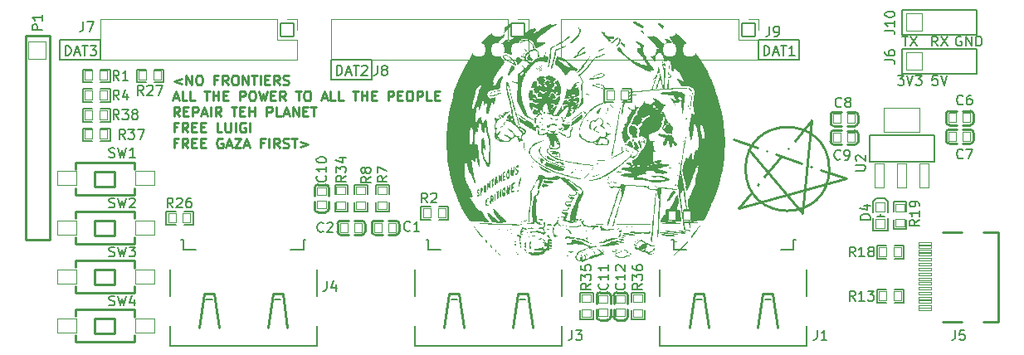
<source format=gbr>
%TF.GenerationSoftware,KiCad,Pcbnew,8.0.7-8.0.7-0~ubuntu24.04.1*%
%TF.CreationDate,2025-01-05T15:57:20-05:00*%
%TF.ProjectId,3xHDMI,33784844-4d49-42e6-9b69-6361645f7063,v1*%
%TF.SameCoordinates,Original*%
%TF.FileFunction,Legend,Top*%
%TF.FilePolarity,Positive*%
%FSLAX46Y46*%
G04 Gerber Fmt 4.6, Leading zero omitted, Abs format (unit mm)*
G04 Created by KiCad (PCBNEW 8.0.7-8.0.7-0~ubuntu24.04.1) date 2025-01-05 15:57:20*
%MOMM*%
%LPD*%
G01*
G04 APERTURE LIST*
G04 Aperture macros list*
%AMRoundRect*
0 Rectangle with rounded corners*
0 $1 Rounding radius*
0 $2 $3 $4 $5 $6 $7 $8 $9 X,Y pos of 4 corners*
0 Add a 4 corners polygon primitive as box body*
4,1,4,$2,$3,$4,$5,$6,$7,$8,$9,$2,$3,0*
0 Add four circle primitives for the rounded corners*
1,1,$1+$1,$2,$3*
1,1,$1+$1,$4,$5*
1,1,$1+$1,$6,$7*
1,1,$1+$1,$8,$9*
0 Add four rect primitives between the rounded corners*
20,1,$1+$1,$2,$3,$4,$5,0*
20,1,$1+$1,$4,$5,$6,$7,0*
20,1,$1+$1,$6,$7,$8,$9,0*
20,1,$1+$1,$8,$9,$2,$3,0*%
G04 Aperture macros list end*
%ADD10C,0.250000*%
%ADD11C,0.152400*%
%ADD12C,0.150000*%
%ADD13C,0.152000*%
%ADD14C,0.200000*%
%ADD15C,0.254000*%
%ADD16C,0.203000*%
%ADD17C,0.120000*%
%ADD18C,0.000000*%
%ADD19RoundRect,0.050000X-0.432000X0.403000X-0.432000X-0.403000X0.432000X-0.403000X0.432000X0.403000X0*%
%ADD20O,0.350000X1.700000*%
%ADD21O,1.600000X2.800000*%
%ADD22O,1.600000X3.400000*%
%ADD23RoundRect,0.050000X0.403000X0.432000X-0.403000X0.432000X-0.403000X-0.432000X0.403000X-0.432000X0*%
%ADD24RoundRect,0.050000X0.450000X-0.400000X0.450000X0.400000X-0.450000X0.400000X-0.450000X-0.400000X0*%
%ADD25RoundRect,0.050000X0.400000X0.450000X-0.400000X0.450000X-0.400000X-0.450000X0.400000X-0.450000X0*%
%ADD26RoundRect,0.050000X-0.787500X-0.900000X0.787500X-0.900000X0.787500X0.900000X-0.787500X0.900000X0*%
%ADD27C,1.900000*%
%ADD28RoundRect,0.050000X-0.675000X0.675000X-0.675000X-0.675000X0.675000X-0.675000X0.675000X0.675000X0*%
%ADD29O,1.450000X1.450000*%
%ADD30RoundRect,0.050000X-0.400000X-0.450000X0.400000X-0.450000X0.400000X0.450000X-0.400000X0.450000X0*%
%ADD31RoundRect,0.050000X-0.490000X1.235000X-0.490000X-1.235000X0.490000X-1.235000X0.490000X1.235000X0*%
%ADD32RoundRect,0.050000X-1.800000X1.235000X-1.800000X-1.235000X1.800000X-1.235000X1.800000X1.235000X0*%
%ADD33RoundRect,0.050000X-0.950000X-0.750000X0.950000X-0.750000X0.950000X0.750000X-0.950000X0.750000X0*%
%ADD34RoundRect,0.050000X-0.403000X-0.432000X0.403000X-0.432000X0.403000X0.432000X-0.403000X0.432000X0*%
%ADD35RoundRect,0.050000X-0.900000X0.900000X-0.900000X-0.900000X0.900000X-0.900000X0.900000X0.900000X0*%
%ADD36C,0.800000*%
%ADD37O,2.100000X1.300000*%
%ADD38O,1.900000X1.300000*%
%ADD39RoundRect,0.050000X0.650000X-0.150000X0.650000X0.150000X-0.650000X0.150000X-0.650000X-0.150000X0*%
%ADD40RoundRect,0.050000X-0.500000X-0.450000X0.500000X-0.450000X0.500000X0.450000X-0.500000X0.450000X0*%
%ADD41C,1.300000*%
%ADD42O,1.300000X1.900000*%
G04 APERTURE END LIST*
D10*
X82772002Y-17000000D02*
G75*
G02*
X74227998Y-17000000I-4272002J0D01*
G01*
X74227998Y-17000000D02*
G75*
G02*
X82772002Y-17000000I4272002J0D01*
G01*
X80000000Y-21500000D02*
X81000000Y-12000000D01*
X73500000Y-21000000D02*
X84500000Y-18000000D01*
X74500000Y-15000000D02*
X80000000Y-21500000D01*
X81000000Y-12000000D02*
X79239493Y-14112609D01*
X78599309Y-14880830D02*
X78567299Y-14919241D01*
X77927115Y-15687462D02*
X76166608Y-17800071D01*
X75526423Y-18568292D02*
X75494414Y-18606703D01*
X74854230Y-19374924D02*
X73500001Y-21000000D01*
X84500000Y-18000000D02*
X81902634Y-17096568D01*
X80958137Y-16768048D02*
X80910912Y-16751622D01*
X79966415Y-16423101D02*
X77369049Y-15519669D01*
X76424552Y-15191149D02*
X76377328Y-15174723D01*
X75432831Y-14846202D02*
X73000002Y-14000000D01*
D11*
X31958863Y-5872335D02*
X36058863Y-5872335D01*
X36058863Y-7872335D01*
X31958863Y-7872335D01*
X31958863Y-5872335D01*
X4290000Y-3860000D02*
X8390000Y-3860000D01*
X8390000Y-5860000D01*
X4290000Y-5860000D01*
X4290000Y-3860000D01*
X75560000Y-3860000D02*
X79660000Y-3860000D01*
X79660000Y-5860000D01*
X75560000Y-5860000D01*
X75560000Y-3860000D01*
D10*
X16664473Y-7758176D02*
X15902568Y-8043890D01*
X15902568Y-8043890D02*
X16664473Y-8329604D01*
X17140663Y-8424843D02*
X17140663Y-7424843D01*
X17140663Y-7424843D02*
X17712091Y-8424843D01*
X17712091Y-8424843D02*
X17712091Y-7424843D01*
X18378758Y-7424843D02*
X18569234Y-7424843D01*
X18569234Y-7424843D02*
X18664472Y-7472462D01*
X18664472Y-7472462D02*
X18759710Y-7567700D01*
X18759710Y-7567700D02*
X18807329Y-7758176D01*
X18807329Y-7758176D02*
X18807329Y-8091509D01*
X18807329Y-8091509D02*
X18759710Y-8281985D01*
X18759710Y-8281985D02*
X18664472Y-8377224D01*
X18664472Y-8377224D02*
X18569234Y-8424843D01*
X18569234Y-8424843D02*
X18378758Y-8424843D01*
X18378758Y-8424843D02*
X18283520Y-8377224D01*
X18283520Y-8377224D02*
X18188282Y-8281985D01*
X18188282Y-8281985D02*
X18140663Y-8091509D01*
X18140663Y-8091509D02*
X18140663Y-7758176D01*
X18140663Y-7758176D02*
X18188282Y-7567700D01*
X18188282Y-7567700D02*
X18283520Y-7472462D01*
X18283520Y-7472462D02*
X18378758Y-7424843D01*
X20331139Y-7901033D02*
X19997806Y-7901033D01*
X19997806Y-8424843D02*
X19997806Y-7424843D01*
X19997806Y-7424843D02*
X20473996Y-7424843D01*
X21426377Y-8424843D02*
X21093044Y-7948652D01*
X20854949Y-8424843D02*
X20854949Y-7424843D01*
X20854949Y-7424843D02*
X21235901Y-7424843D01*
X21235901Y-7424843D02*
X21331139Y-7472462D01*
X21331139Y-7472462D02*
X21378758Y-7520081D01*
X21378758Y-7520081D02*
X21426377Y-7615319D01*
X21426377Y-7615319D02*
X21426377Y-7758176D01*
X21426377Y-7758176D02*
X21378758Y-7853414D01*
X21378758Y-7853414D02*
X21331139Y-7901033D01*
X21331139Y-7901033D02*
X21235901Y-7948652D01*
X21235901Y-7948652D02*
X20854949Y-7948652D01*
X22045425Y-7424843D02*
X22235901Y-7424843D01*
X22235901Y-7424843D02*
X22331139Y-7472462D01*
X22331139Y-7472462D02*
X22426377Y-7567700D01*
X22426377Y-7567700D02*
X22473996Y-7758176D01*
X22473996Y-7758176D02*
X22473996Y-8091509D01*
X22473996Y-8091509D02*
X22426377Y-8281985D01*
X22426377Y-8281985D02*
X22331139Y-8377224D01*
X22331139Y-8377224D02*
X22235901Y-8424843D01*
X22235901Y-8424843D02*
X22045425Y-8424843D01*
X22045425Y-8424843D02*
X21950187Y-8377224D01*
X21950187Y-8377224D02*
X21854949Y-8281985D01*
X21854949Y-8281985D02*
X21807330Y-8091509D01*
X21807330Y-8091509D02*
X21807330Y-7758176D01*
X21807330Y-7758176D02*
X21854949Y-7567700D01*
X21854949Y-7567700D02*
X21950187Y-7472462D01*
X21950187Y-7472462D02*
X22045425Y-7424843D01*
X22902568Y-8424843D02*
X22902568Y-7424843D01*
X22902568Y-7424843D02*
X23473996Y-8424843D01*
X23473996Y-8424843D02*
X23473996Y-7424843D01*
X23807330Y-7424843D02*
X24378758Y-7424843D01*
X24093044Y-8424843D02*
X24093044Y-7424843D01*
X24712092Y-8424843D02*
X24712092Y-7424843D01*
X25188282Y-7901033D02*
X25521615Y-7901033D01*
X25664472Y-8424843D02*
X25188282Y-8424843D01*
X25188282Y-8424843D02*
X25188282Y-7424843D01*
X25188282Y-7424843D02*
X25664472Y-7424843D01*
X26664472Y-8424843D02*
X26331139Y-7948652D01*
X26093044Y-8424843D02*
X26093044Y-7424843D01*
X26093044Y-7424843D02*
X26473996Y-7424843D01*
X26473996Y-7424843D02*
X26569234Y-7472462D01*
X26569234Y-7472462D02*
X26616853Y-7520081D01*
X26616853Y-7520081D02*
X26664472Y-7615319D01*
X26664472Y-7615319D02*
X26664472Y-7758176D01*
X26664472Y-7758176D02*
X26616853Y-7853414D01*
X26616853Y-7853414D02*
X26569234Y-7901033D01*
X26569234Y-7901033D02*
X26473996Y-7948652D01*
X26473996Y-7948652D02*
X26093044Y-7948652D01*
X27045425Y-8377224D02*
X27188282Y-8424843D01*
X27188282Y-8424843D02*
X27426377Y-8424843D01*
X27426377Y-8424843D02*
X27521615Y-8377224D01*
X27521615Y-8377224D02*
X27569234Y-8329604D01*
X27569234Y-8329604D02*
X27616853Y-8234366D01*
X27616853Y-8234366D02*
X27616853Y-8139128D01*
X27616853Y-8139128D02*
X27569234Y-8043890D01*
X27569234Y-8043890D02*
X27521615Y-7996271D01*
X27521615Y-7996271D02*
X27426377Y-7948652D01*
X27426377Y-7948652D02*
X27235901Y-7901033D01*
X27235901Y-7901033D02*
X27140663Y-7853414D01*
X27140663Y-7853414D02*
X27093044Y-7805795D01*
X27093044Y-7805795D02*
X27045425Y-7710557D01*
X27045425Y-7710557D02*
X27045425Y-7615319D01*
X27045425Y-7615319D02*
X27093044Y-7520081D01*
X27093044Y-7520081D02*
X27140663Y-7472462D01*
X27140663Y-7472462D02*
X27235901Y-7424843D01*
X27235901Y-7424843D02*
X27473996Y-7424843D01*
X27473996Y-7424843D02*
X27616853Y-7472462D01*
X15854949Y-9749072D02*
X16331139Y-9749072D01*
X15759711Y-10034787D02*
X16093044Y-9034787D01*
X16093044Y-9034787D02*
X16426377Y-10034787D01*
X17235901Y-10034787D02*
X16759711Y-10034787D01*
X16759711Y-10034787D02*
X16759711Y-9034787D01*
X18045425Y-10034787D02*
X17569235Y-10034787D01*
X17569235Y-10034787D02*
X17569235Y-9034787D01*
X18997807Y-9034787D02*
X19569235Y-9034787D01*
X19283521Y-10034787D02*
X19283521Y-9034787D01*
X19902569Y-10034787D02*
X19902569Y-9034787D01*
X19902569Y-9510977D02*
X20473997Y-9510977D01*
X20473997Y-10034787D02*
X20473997Y-9034787D01*
X20950188Y-9510977D02*
X21283521Y-9510977D01*
X21426378Y-10034787D02*
X20950188Y-10034787D01*
X20950188Y-10034787D02*
X20950188Y-9034787D01*
X20950188Y-9034787D02*
X21426378Y-9034787D01*
X22616855Y-10034787D02*
X22616855Y-9034787D01*
X22616855Y-9034787D02*
X22997807Y-9034787D01*
X22997807Y-9034787D02*
X23093045Y-9082406D01*
X23093045Y-9082406D02*
X23140664Y-9130025D01*
X23140664Y-9130025D02*
X23188283Y-9225263D01*
X23188283Y-9225263D02*
X23188283Y-9368120D01*
X23188283Y-9368120D02*
X23140664Y-9463358D01*
X23140664Y-9463358D02*
X23093045Y-9510977D01*
X23093045Y-9510977D02*
X22997807Y-9558596D01*
X22997807Y-9558596D02*
X22616855Y-9558596D01*
X23807331Y-9034787D02*
X23997807Y-9034787D01*
X23997807Y-9034787D02*
X24093045Y-9082406D01*
X24093045Y-9082406D02*
X24188283Y-9177644D01*
X24188283Y-9177644D02*
X24235902Y-9368120D01*
X24235902Y-9368120D02*
X24235902Y-9701453D01*
X24235902Y-9701453D02*
X24188283Y-9891929D01*
X24188283Y-9891929D02*
X24093045Y-9987168D01*
X24093045Y-9987168D02*
X23997807Y-10034787D01*
X23997807Y-10034787D02*
X23807331Y-10034787D01*
X23807331Y-10034787D02*
X23712093Y-9987168D01*
X23712093Y-9987168D02*
X23616855Y-9891929D01*
X23616855Y-9891929D02*
X23569236Y-9701453D01*
X23569236Y-9701453D02*
X23569236Y-9368120D01*
X23569236Y-9368120D02*
X23616855Y-9177644D01*
X23616855Y-9177644D02*
X23712093Y-9082406D01*
X23712093Y-9082406D02*
X23807331Y-9034787D01*
X24569236Y-9034787D02*
X24807331Y-10034787D01*
X24807331Y-10034787D02*
X24997807Y-9320501D01*
X24997807Y-9320501D02*
X25188283Y-10034787D01*
X25188283Y-10034787D02*
X25426379Y-9034787D01*
X25807331Y-9510977D02*
X26140664Y-9510977D01*
X26283521Y-10034787D02*
X25807331Y-10034787D01*
X25807331Y-10034787D02*
X25807331Y-9034787D01*
X25807331Y-9034787D02*
X26283521Y-9034787D01*
X27283521Y-10034787D02*
X26950188Y-9558596D01*
X26712093Y-10034787D02*
X26712093Y-9034787D01*
X26712093Y-9034787D02*
X27093045Y-9034787D01*
X27093045Y-9034787D02*
X27188283Y-9082406D01*
X27188283Y-9082406D02*
X27235902Y-9130025D01*
X27235902Y-9130025D02*
X27283521Y-9225263D01*
X27283521Y-9225263D02*
X27283521Y-9368120D01*
X27283521Y-9368120D02*
X27235902Y-9463358D01*
X27235902Y-9463358D02*
X27188283Y-9510977D01*
X27188283Y-9510977D02*
X27093045Y-9558596D01*
X27093045Y-9558596D02*
X26712093Y-9558596D01*
X28331141Y-9034787D02*
X28902569Y-9034787D01*
X28616855Y-10034787D02*
X28616855Y-9034787D01*
X29426379Y-9034787D02*
X29616855Y-9034787D01*
X29616855Y-9034787D02*
X29712093Y-9082406D01*
X29712093Y-9082406D02*
X29807331Y-9177644D01*
X29807331Y-9177644D02*
X29854950Y-9368120D01*
X29854950Y-9368120D02*
X29854950Y-9701453D01*
X29854950Y-9701453D02*
X29807331Y-9891929D01*
X29807331Y-9891929D02*
X29712093Y-9987168D01*
X29712093Y-9987168D02*
X29616855Y-10034787D01*
X29616855Y-10034787D02*
X29426379Y-10034787D01*
X29426379Y-10034787D02*
X29331141Y-9987168D01*
X29331141Y-9987168D02*
X29235903Y-9891929D01*
X29235903Y-9891929D02*
X29188284Y-9701453D01*
X29188284Y-9701453D02*
X29188284Y-9368120D01*
X29188284Y-9368120D02*
X29235903Y-9177644D01*
X29235903Y-9177644D02*
X29331141Y-9082406D01*
X29331141Y-9082406D02*
X29426379Y-9034787D01*
X30997808Y-9749072D02*
X31473998Y-9749072D01*
X30902570Y-10034787D02*
X31235903Y-9034787D01*
X31235903Y-9034787D02*
X31569236Y-10034787D01*
X32378760Y-10034787D02*
X31902570Y-10034787D01*
X31902570Y-10034787D02*
X31902570Y-9034787D01*
X33188284Y-10034787D02*
X32712094Y-10034787D01*
X32712094Y-10034787D02*
X32712094Y-9034787D01*
X34140666Y-9034787D02*
X34712094Y-9034787D01*
X34426380Y-10034787D02*
X34426380Y-9034787D01*
X35045428Y-10034787D02*
X35045428Y-9034787D01*
X35045428Y-9510977D02*
X35616856Y-9510977D01*
X35616856Y-10034787D02*
X35616856Y-9034787D01*
X36093047Y-9510977D02*
X36426380Y-9510977D01*
X36569237Y-10034787D02*
X36093047Y-10034787D01*
X36093047Y-10034787D02*
X36093047Y-9034787D01*
X36093047Y-9034787D02*
X36569237Y-9034787D01*
X37759714Y-10034787D02*
X37759714Y-9034787D01*
X37759714Y-9034787D02*
X38140666Y-9034787D01*
X38140666Y-9034787D02*
X38235904Y-9082406D01*
X38235904Y-9082406D02*
X38283523Y-9130025D01*
X38283523Y-9130025D02*
X38331142Y-9225263D01*
X38331142Y-9225263D02*
X38331142Y-9368120D01*
X38331142Y-9368120D02*
X38283523Y-9463358D01*
X38283523Y-9463358D02*
X38235904Y-9510977D01*
X38235904Y-9510977D02*
X38140666Y-9558596D01*
X38140666Y-9558596D02*
X37759714Y-9558596D01*
X38759714Y-9510977D02*
X39093047Y-9510977D01*
X39235904Y-10034787D02*
X38759714Y-10034787D01*
X38759714Y-10034787D02*
X38759714Y-9034787D01*
X38759714Y-9034787D02*
X39235904Y-9034787D01*
X39854952Y-9034787D02*
X40045428Y-9034787D01*
X40045428Y-9034787D02*
X40140666Y-9082406D01*
X40140666Y-9082406D02*
X40235904Y-9177644D01*
X40235904Y-9177644D02*
X40283523Y-9368120D01*
X40283523Y-9368120D02*
X40283523Y-9701453D01*
X40283523Y-9701453D02*
X40235904Y-9891929D01*
X40235904Y-9891929D02*
X40140666Y-9987168D01*
X40140666Y-9987168D02*
X40045428Y-10034787D01*
X40045428Y-10034787D02*
X39854952Y-10034787D01*
X39854952Y-10034787D02*
X39759714Y-9987168D01*
X39759714Y-9987168D02*
X39664476Y-9891929D01*
X39664476Y-9891929D02*
X39616857Y-9701453D01*
X39616857Y-9701453D02*
X39616857Y-9368120D01*
X39616857Y-9368120D02*
X39664476Y-9177644D01*
X39664476Y-9177644D02*
X39759714Y-9082406D01*
X39759714Y-9082406D02*
X39854952Y-9034787D01*
X40712095Y-10034787D02*
X40712095Y-9034787D01*
X40712095Y-9034787D02*
X41093047Y-9034787D01*
X41093047Y-9034787D02*
X41188285Y-9082406D01*
X41188285Y-9082406D02*
X41235904Y-9130025D01*
X41235904Y-9130025D02*
X41283523Y-9225263D01*
X41283523Y-9225263D02*
X41283523Y-9368120D01*
X41283523Y-9368120D02*
X41235904Y-9463358D01*
X41235904Y-9463358D02*
X41188285Y-9510977D01*
X41188285Y-9510977D02*
X41093047Y-9558596D01*
X41093047Y-9558596D02*
X40712095Y-9558596D01*
X42188285Y-10034787D02*
X41712095Y-10034787D01*
X41712095Y-10034787D02*
X41712095Y-9034787D01*
X42521619Y-9510977D02*
X42854952Y-9510977D01*
X42997809Y-10034787D02*
X42521619Y-10034787D01*
X42521619Y-10034787D02*
X42521619Y-9034787D01*
X42521619Y-9034787D02*
X42997809Y-9034787D01*
X16473996Y-11644731D02*
X16140663Y-11168540D01*
X15902568Y-11644731D02*
X15902568Y-10644731D01*
X15902568Y-10644731D02*
X16283520Y-10644731D01*
X16283520Y-10644731D02*
X16378758Y-10692350D01*
X16378758Y-10692350D02*
X16426377Y-10739969D01*
X16426377Y-10739969D02*
X16473996Y-10835207D01*
X16473996Y-10835207D02*
X16473996Y-10978064D01*
X16473996Y-10978064D02*
X16426377Y-11073302D01*
X16426377Y-11073302D02*
X16378758Y-11120921D01*
X16378758Y-11120921D02*
X16283520Y-11168540D01*
X16283520Y-11168540D02*
X15902568Y-11168540D01*
X16902568Y-11120921D02*
X17235901Y-11120921D01*
X17378758Y-11644731D02*
X16902568Y-11644731D01*
X16902568Y-11644731D02*
X16902568Y-10644731D01*
X16902568Y-10644731D02*
X17378758Y-10644731D01*
X17807330Y-11644731D02*
X17807330Y-10644731D01*
X17807330Y-10644731D02*
X18188282Y-10644731D01*
X18188282Y-10644731D02*
X18283520Y-10692350D01*
X18283520Y-10692350D02*
X18331139Y-10739969D01*
X18331139Y-10739969D02*
X18378758Y-10835207D01*
X18378758Y-10835207D02*
X18378758Y-10978064D01*
X18378758Y-10978064D02*
X18331139Y-11073302D01*
X18331139Y-11073302D02*
X18283520Y-11120921D01*
X18283520Y-11120921D02*
X18188282Y-11168540D01*
X18188282Y-11168540D02*
X17807330Y-11168540D01*
X18759711Y-11359016D02*
X19235901Y-11359016D01*
X18664473Y-11644731D02*
X18997806Y-10644731D01*
X18997806Y-10644731D02*
X19331139Y-11644731D01*
X19664473Y-11644731D02*
X19664473Y-10644731D01*
X20712091Y-11644731D02*
X20378758Y-11168540D01*
X20140663Y-11644731D02*
X20140663Y-10644731D01*
X20140663Y-10644731D02*
X20521615Y-10644731D01*
X20521615Y-10644731D02*
X20616853Y-10692350D01*
X20616853Y-10692350D02*
X20664472Y-10739969D01*
X20664472Y-10739969D02*
X20712091Y-10835207D01*
X20712091Y-10835207D02*
X20712091Y-10978064D01*
X20712091Y-10978064D02*
X20664472Y-11073302D01*
X20664472Y-11073302D02*
X20616853Y-11120921D01*
X20616853Y-11120921D02*
X20521615Y-11168540D01*
X20521615Y-11168540D02*
X20140663Y-11168540D01*
X21759711Y-10644731D02*
X22331139Y-10644731D01*
X22045425Y-11644731D02*
X22045425Y-10644731D01*
X22664473Y-11120921D02*
X22997806Y-11120921D01*
X23140663Y-11644731D02*
X22664473Y-11644731D01*
X22664473Y-11644731D02*
X22664473Y-10644731D01*
X22664473Y-10644731D02*
X23140663Y-10644731D01*
X23569235Y-11644731D02*
X23569235Y-10644731D01*
X23569235Y-11120921D02*
X24140663Y-11120921D01*
X24140663Y-11644731D02*
X24140663Y-10644731D01*
X25378759Y-11644731D02*
X25378759Y-10644731D01*
X25378759Y-10644731D02*
X25759711Y-10644731D01*
X25759711Y-10644731D02*
X25854949Y-10692350D01*
X25854949Y-10692350D02*
X25902568Y-10739969D01*
X25902568Y-10739969D02*
X25950187Y-10835207D01*
X25950187Y-10835207D02*
X25950187Y-10978064D01*
X25950187Y-10978064D02*
X25902568Y-11073302D01*
X25902568Y-11073302D02*
X25854949Y-11120921D01*
X25854949Y-11120921D02*
X25759711Y-11168540D01*
X25759711Y-11168540D02*
X25378759Y-11168540D01*
X26854949Y-11644731D02*
X26378759Y-11644731D01*
X26378759Y-11644731D02*
X26378759Y-10644731D01*
X27140664Y-11359016D02*
X27616854Y-11359016D01*
X27045426Y-11644731D02*
X27378759Y-10644731D01*
X27378759Y-10644731D02*
X27712092Y-11644731D01*
X28045426Y-11644731D02*
X28045426Y-10644731D01*
X28045426Y-10644731D02*
X28616854Y-11644731D01*
X28616854Y-11644731D02*
X28616854Y-10644731D01*
X29093045Y-11120921D02*
X29426378Y-11120921D01*
X29569235Y-11644731D02*
X29093045Y-11644731D01*
X29093045Y-11644731D02*
X29093045Y-10644731D01*
X29093045Y-10644731D02*
X29569235Y-10644731D01*
X29854950Y-10644731D02*
X30426378Y-10644731D01*
X30140664Y-11644731D02*
X30140664Y-10644731D01*
X16235901Y-12730865D02*
X15902568Y-12730865D01*
X15902568Y-13254675D02*
X15902568Y-12254675D01*
X15902568Y-12254675D02*
X16378758Y-12254675D01*
X17331139Y-13254675D02*
X16997806Y-12778484D01*
X16759711Y-13254675D02*
X16759711Y-12254675D01*
X16759711Y-12254675D02*
X17140663Y-12254675D01*
X17140663Y-12254675D02*
X17235901Y-12302294D01*
X17235901Y-12302294D02*
X17283520Y-12349913D01*
X17283520Y-12349913D02*
X17331139Y-12445151D01*
X17331139Y-12445151D02*
X17331139Y-12588008D01*
X17331139Y-12588008D02*
X17283520Y-12683246D01*
X17283520Y-12683246D02*
X17235901Y-12730865D01*
X17235901Y-12730865D02*
X17140663Y-12778484D01*
X17140663Y-12778484D02*
X16759711Y-12778484D01*
X17759711Y-12730865D02*
X18093044Y-12730865D01*
X18235901Y-13254675D02*
X17759711Y-13254675D01*
X17759711Y-13254675D02*
X17759711Y-12254675D01*
X17759711Y-12254675D02*
X18235901Y-12254675D01*
X18664473Y-12730865D02*
X18997806Y-12730865D01*
X19140663Y-13254675D02*
X18664473Y-13254675D01*
X18664473Y-13254675D02*
X18664473Y-12254675D01*
X18664473Y-12254675D02*
X19140663Y-12254675D01*
X20807330Y-13254675D02*
X20331140Y-13254675D01*
X20331140Y-13254675D02*
X20331140Y-12254675D01*
X21140664Y-12254675D02*
X21140664Y-13064198D01*
X21140664Y-13064198D02*
X21188283Y-13159436D01*
X21188283Y-13159436D02*
X21235902Y-13207056D01*
X21235902Y-13207056D02*
X21331140Y-13254675D01*
X21331140Y-13254675D02*
X21521616Y-13254675D01*
X21521616Y-13254675D02*
X21616854Y-13207056D01*
X21616854Y-13207056D02*
X21664473Y-13159436D01*
X21664473Y-13159436D02*
X21712092Y-13064198D01*
X21712092Y-13064198D02*
X21712092Y-12254675D01*
X22188283Y-13254675D02*
X22188283Y-12254675D01*
X23188282Y-12302294D02*
X23093044Y-12254675D01*
X23093044Y-12254675D02*
X22950187Y-12254675D01*
X22950187Y-12254675D02*
X22807330Y-12302294D01*
X22807330Y-12302294D02*
X22712092Y-12397532D01*
X22712092Y-12397532D02*
X22664473Y-12492770D01*
X22664473Y-12492770D02*
X22616854Y-12683246D01*
X22616854Y-12683246D02*
X22616854Y-12826103D01*
X22616854Y-12826103D02*
X22664473Y-13016579D01*
X22664473Y-13016579D02*
X22712092Y-13111817D01*
X22712092Y-13111817D02*
X22807330Y-13207056D01*
X22807330Y-13207056D02*
X22950187Y-13254675D01*
X22950187Y-13254675D02*
X23045425Y-13254675D01*
X23045425Y-13254675D02*
X23188282Y-13207056D01*
X23188282Y-13207056D02*
X23235901Y-13159436D01*
X23235901Y-13159436D02*
X23235901Y-12826103D01*
X23235901Y-12826103D02*
X23045425Y-12826103D01*
X23664473Y-13254675D02*
X23664473Y-12254675D01*
X16235901Y-14340809D02*
X15902568Y-14340809D01*
X15902568Y-14864619D02*
X15902568Y-13864619D01*
X15902568Y-13864619D02*
X16378758Y-13864619D01*
X17331139Y-14864619D02*
X16997806Y-14388428D01*
X16759711Y-14864619D02*
X16759711Y-13864619D01*
X16759711Y-13864619D02*
X17140663Y-13864619D01*
X17140663Y-13864619D02*
X17235901Y-13912238D01*
X17235901Y-13912238D02*
X17283520Y-13959857D01*
X17283520Y-13959857D02*
X17331139Y-14055095D01*
X17331139Y-14055095D02*
X17331139Y-14197952D01*
X17331139Y-14197952D02*
X17283520Y-14293190D01*
X17283520Y-14293190D02*
X17235901Y-14340809D01*
X17235901Y-14340809D02*
X17140663Y-14388428D01*
X17140663Y-14388428D02*
X16759711Y-14388428D01*
X17759711Y-14340809D02*
X18093044Y-14340809D01*
X18235901Y-14864619D02*
X17759711Y-14864619D01*
X17759711Y-14864619D02*
X17759711Y-13864619D01*
X17759711Y-13864619D02*
X18235901Y-13864619D01*
X18664473Y-14340809D02*
X18997806Y-14340809D01*
X19140663Y-14864619D02*
X18664473Y-14864619D01*
X18664473Y-14864619D02*
X18664473Y-13864619D01*
X18664473Y-13864619D02*
X19140663Y-13864619D01*
X20854949Y-13912238D02*
X20759711Y-13864619D01*
X20759711Y-13864619D02*
X20616854Y-13864619D01*
X20616854Y-13864619D02*
X20473997Y-13912238D01*
X20473997Y-13912238D02*
X20378759Y-14007476D01*
X20378759Y-14007476D02*
X20331140Y-14102714D01*
X20331140Y-14102714D02*
X20283521Y-14293190D01*
X20283521Y-14293190D02*
X20283521Y-14436047D01*
X20283521Y-14436047D02*
X20331140Y-14626523D01*
X20331140Y-14626523D02*
X20378759Y-14721761D01*
X20378759Y-14721761D02*
X20473997Y-14817000D01*
X20473997Y-14817000D02*
X20616854Y-14864619D01*
X20616854Y-14864619D02*
X20712092Y-14864619D01*
X20712092Y-14864619D02*
X20854949Y-14817000D01*
X20854949Y-14817000D02*
X20902568Y-14769380D01*
X20902568Y-14769380D02*
X20902568Y-14436047D01*
X20902568Y-14436047D02*
X20712092Y-14436047D01*
X21283521Y-14578904D02*
X21759711Y-14578904D01*
X21188283Y-14864619D02*
X21521616Y-13864619D01*
X21521616Y-13864619D02*
X21854949Y-14864619D01*
X22093045Y-13864619D02*
X22759711Y-13864619D01*
X22759711Y-13864619D02*
X22093045Y-14864619D01*
X22093045Y-14864619D02*
X22759711Y-14864619D01*
X23093045Y-14578904D02*
X23569235Y-14578904D01*
X22997807Y-14864619D02*
X23331140Y-13864619D01*
X23331140Y-13864619D02*
X23664473Y-14864619D01*
X25093045Y-14340809D02*
X24759712Y-14340809D01*
X24759712Y-14864619D02*
X24759712Y-13864619D01*
X24759712Y-13864619D02*
X25235902Y-13864619D01*
X25616855Y-14864619D02*
X25616855Y-13864619D01*
X26664473Y-14864619D02*
X26331140Y-14388428D01*
X26093045Y-14864619D02*
X26093045Y-13864619D01*
X26093045Y-13864619D02*
X26473997Y-13864619D01*
X26473997Y-13864619D02*
X26569235Y-13912238D01*
X26569235Y-13912238D02*
X26616854Y-13959857D01*
X26616854Y-13959857D02*
X26664473Y-14055095D01*
X26664473Y-14055095D02*
X26664473Y-14197952D01*
X26664473Y-14197952D02*
X26616854Y-14293190D01*
X26616854Y-14293190D02*
X26569235Y-14340809D01*
X26569235Y-14340809D02*
X26473997Y-14388428D01*
X26473997Y-14388428D02*
X26093045Y-14388428D01*
X27045426Y-14817000D02*
X27188283Y-14864619D01*
X27188283Y-14864619D02*
X27426378Y-14864619D01*
X27426378Y-14864619D02*
X27521616Y-14817000D01*
X27521616Y-14817000D02*
X27569235Y-14769380D01*
X27569235Y-14769380D02*
X27616854Y-14674142D01*
X27616854Y-14674142D02*
X27616854Y-14578904D01*
X27616854Y-14578904D02*
X27569235Y-14483666D01*
X27569235Y-14483666D02*
X27521616Y-14436047D01*
X27521616Y-14436047D02*
X27426378Y-14388428D01*
X27426378Y-14388428D02*
X27235902Y-14340809D01*
X27235902Y-14340809D02*
X27140664Y-14293190D01*
X27140664Y-14293190D02*
X27093045Y-14245571D01*
X27093045Y-14245571D02*
X27045426Y-14150333D01*
X27045426Y-14150333D02*
X27045426Y-14055095D01*
X27045426Y-14055095D02*
X27093045Y-13959857D01*
X27093045Y-13959857D02*
X27140664Y-13912238D01*
X27140664Y-13912238D02*
X27235902Y-13864619D01*
X27235902Y-13864619D02*
X27473997Y-13864619D01*
X27473997Y-13864619D02*
X27616854Y-13912238D01*
X27902569Y-13864619D02*
X28473997Y-13864619D01*
X28188283Y-14864619D02*
X28188283Y-13864619D01*
X28807331Y-14197952D02*
X29569236Y-14483666D01*
X29569236Y-14483666D02*
X28807331Y-14769380D01*
D12*
X90238095Y-3454819D02*
X90809523Y-3454819D01*
X90523809Y-4454819D02*
X90523809Y-3454819D01*
X91047619Y-3454819D02*
X91714285Y-4454819D01*
X91714285Y-3454819D02*
X91047619Y-4454819D01*
D11*
X32511244Y-7427029D02*
X32511244Y-6427029D01*
X32511244Y-6427029D02*
X32749339Y-6427029D01*
X32749339Y-6427029D02*
X32892196Y-6474648D01*
X32892196Y-6474648D02*
X32987434Y-6569886D01*
X32987434Y-6569886D02*
X33035053Y-6665124D01*
X33035053Y-6665124D02*
X33082672Y-6855600D01*
X33082672Y-6855600D02*
X33082672Y-6998457D01*
X33082672Y-6998457D02*
X33035053Y-7188933D01*
X33035053Y-7188933D02*
X32987434Y-7284171D01*
X32987434Y-7284171D02*
X32892196Y-7379410D01*
X32892196Y-7379410D02*
X32749339Y-7427029D01*
X32749339Y-7427029D02*
X32511244Y-7427029D01*
X33463625Y-7141314D02*
X33939815Y-7141314D01*
X33368387Y-7427029D02*
X33701720Y-6427029D01*
X33701720Y-6427029D02*
X34035053Y-7427029D01*
X34225530Y-6427029D02*
X34796958Y-6427029D01*
X34511244Y-7427029D02*
X34511244Y-6427029D01*
X35082673Y-6522267D02*
X35130292Y-6474648D01*
X35130292Y-6474648D02*
X35225530Y-6427029D01*
X35225530Y-6427029D02*
X35463625Y-6427029D01*
X35463625Y-6427029D02*
X35558863Y-6474648D01*
X35558863Y-6474648D02*
X35606482Y-6522267D01*
X35606482Y-6522267D02*
X35654101Y-6617505D01*
X35654101Y-6617505D02*
X35654101Y-6712743D01*
X35654101Y-6712743D02*
X35606482Y-6855600D01*
X35606482Y-6855600D02*
X35035054Y-7427029D01*
X35035054Y-7427029D02*
X35654101Y-7427029D01*
X4842381Y-5414694D02*
X4842381Y-4414694D01*
X4842381Y-4414694D02*
X5080476Y-4414694D01*
X5080476Y-4414694D02*
X5223333Y-4462313D01*
X5223333Y-4462313D02*
X5318571Y-4557551D01*
X5318571Y-4557551D02*
X5366190Y-4652789D01*
X5366190Y-4652789D02*
X5413809Y-4843265D01*
X5413809Y-4843265D02*
X5413809Y-4986122D01*
X5413809Y-4986122D02*
X5366190Y-5176598D01*
X5366190Y-5176598D02*
X5318571Y-5271836D01*
X5318571Y-5271836D02*
X5223333Y-5367075D01*
X5223333Y-5367075D02*
X5080476Y-5414694D01*
X5080476Y-5414694D02*
X4842381Y-5414694D01*
X5794762Y-5128979D02*
X6270952Y-5128979D01*
X5699524Y-5414694D02*
X6032857Y-4414694D01*
X6032857Y-4414694D02*
X6366190Y-5414694D01*
X6556667Y-4414694D02*
X7128095Y-4414694D01*
X6842381Y-5414694D02*
X6842381Y-4414694D01*
X7366191Y-4414694D02*
X7985238Y-4414694D01*
X7985238Y-4414694D02*
X7651905Y-4795646D01*
X7651905Y-4795646D02*
X7794762Y-4795646D01*
X7794762Y-4795646D02*
X7890000Y-4843265D01*
X7890000Y-4843265D02*
X7937619Y-4890884D01*
X7937619Y-4890884D02*
X7985238Y-4986122D01*
X7985238Y-4986122D02*
X7985238Y-5224217D01*
X7985238Y-5224217D02*
X7937619Y-5319455D01*
X7937619Y-5319455D02*
X7890000Y-5367075D01*
X7890000Y-5367075D02*
X7794762Y-5414694D01*
X7794762Y-5414694D02*
X7509048Y-5414694D01*
X7509048Y-5414694D02*
X7413810Y-5367075D01*
X7413810Y-5367075D02*
X7366191Y-5319455D01*
X76112381Y-5414694D02*
X76112381Y-4414694D01*
X76112381Y-4414694D02*
X76350476Y-4414694D01*
X76350476Y-4414694D02*
X76493333Y-4462313D01*
X76493333Y-4462313D02*
X76588571Y-4557551D01*
X76588571Y-4557551D02*
X76636190Y-4652789D01*
X76636190Y-4652789D02*
X76683809Y-4843265D01*
X76683809Y-4843265D02*
X76683809Y-4986122D01*
X76683809Y-4986122D02*
X76636190Y-5176598D01*
X76636190Y-5176598D02*
X76588571Y-5271836D01*
X76588571Y-5271836D02*
X76493333Y-5367075D01*
X76493333Y-5367075D02*
X76350476Y-5414694D01*
X76350476Y-5414694D02*
X76112381Y-5414694D01*
X77064762Y-5128979D02*
X77540952Y-5128979D01*
X76969524Y-5414694D02*
X77302857Y-4414694D01*
X77302857Y-4414694D02*
X77636190Y-5414694D01*
X77826667Y-4414694D02*
X78398095Y-4414694D01*
X78112381Y-5414694D02*
X78112381Y-4414694D01*
X79255238Y-5414694D02*
X78683810Y-5414694D01*
X78969524Y-5414694D02*
X78969524Y-4414694D01*
X78969524Y-4414694D02*
X78874286Y-4557551D01*
X78874286Y-4557551D02*
X78779048Y-4652789D01*
X78779048Y-4652789D02*
X78683810Y-4700408D01*
D12*
X93833333Y-4454819D02*
X93500000Y-3978628D01*
X93261905Y-4454819D02*
X93261905Y-3454819D01*
X93261905Y-3454819D02*
X93642857Y-3454819D01*
X93642857Y-3454819D02*
X93738095Y-3502438D01*
X93738095Y-3502438D02*
X93785714Y-3550057D01*
X93785714Y-3550057D02*
X93833333Y-3645295D01*
X93833333Y-3645295D02*
X93833333Y-3788152D01*
X93833333Y-3788152D02*
X93785714Y-3883390D01*
X93785714Y-3883390D02*
X93738095Y-3931009D01*
X93738095Y-3931009D02*
X93642857Y-3978628D01*
X93642857Y-3978628D02*
X93261905Y-3978628D01*
X94166667Y-3454819D02*
X94833333Y-4454819D01*
X94833333Y-3454819D02*
X94166667Y-4454819D01*
X89761905Y-7454819D02*
X90380952Y-7454819D01*
X90380952Y-7454819D02*
X90047619Y-7835771D01*
X90047619Y-7835771D02*
X90190476Y-7835771D01*
X90190476Y-7835771D02*
X90285714Y-7883390D01*
X90285714Y-7883390D02*
X90333333Y-7931009D01*
X90333333Y-7931009D02*
X90380952Y-8026247D01*
X90380952Y-8026247D02*
X90380952Y-8264342D01*
X90380952Y-8264342D02*
X90333333Y-8359580D01*
X90333333Y-8359580D02*
X90285714Y-8407200D01*
X90285714Y-8407200D02*
X90190476Y-8454819D01*
X90190476Y-8454819D02*
X89904762Y-8454819D01*
X89904762Y-8454819D02*
X89809524Y-8407200D01*
X89809524Y-8407200D02*
X89761905Y-8359580D01*
X90666667Y-7454819D02*
X91000000Y-8454819D01*
X91000000Y-8454819D02*
X91333333Y-7454819D01*
X91571429Y-7454819D02*
X92190476Y-7454819D01*
X92190476Y-7454819D02*
X91857143Y-7835771D01*
X91857143Y-7835771D02*
X92000000Y-7835771D01*
X92000000Y-7835771D02*
X92095238Y-7883390D01*
X92095238Y-7883390D02*
X92142857Y-7931009D01*
X92142857Y-7931009D02*
X92190476Y-8026247D01*
X92190476Y-8026247D02*
X92190476Y-8264342D01*
X92190476Y-8264342D02*
X92142857Y-8359580D01*
X92142857Y-8359580D02*
X92095238Y-8407200D01*
X92095238Y-8407200D02*
X92000000Y-8454819D01*
X92000000Y-8454819D02*
X91714286Y-8454819D01*
X91714286Y-8454819D02*
X91619048Y-8407200D01*
X91619048Y-8407200D02*
X91571429Y-8359580D01*
X96238095Y-3502438D02*
X96142857Y-3454819D01*
X96142857Y-3454819D02*
X96000000Y-3454819D01*
X96000000Y-3454819D02*
X95857143Y-3502438D01*
X95857143Y-3502438D02*
X95761905Y-3597676D01*
X95761905Y-3597676D02*
X95714286Y-3692914D01*
X95714286Y-3692914D02*
X95666667Y-3883390D01*
X95666667Y-3883390D02*
X95666667Y-4026247D01*
X95666667Y-4026247D02*
X95714286Y-4216723D01*
X95714286Y-4216723D02*
X95761905Y-4311961D01*
X95761905Y-4311961D02*
X95857143Y-4407200D01*
X95857143Y-4407200D02*
X96000000Y-4454819D01*
X96000000Y-4454819D02*
X96095238Y-4454819D01*
X96095238Y-4454819D02*
X96238095Y-4407200D01*
X96238095Y-4407200D02*
X96285714Y-4359580D01*
X96285714Y-4359580D02*
X96285714Y-4026247D01*
X96285714Y-4026247D02*
X96095238Y-4026247D01*
X96714286Y-4454819D02*
X96714286Y-3454819D01*
X96714286Y-3454819D02*
X97285714Y-4454819D01*
X97285714Y-4454819D02*
X97285714Y-3454819D01*
X97761905Y-4454819D02*
X97761905Y-3454819D01*
X97761905Y-3454819D02*
X98000000Y-3454819D01*
X98000000Y-3454819D02*
X98142857Y-3502438D01*
X98142857Y-3502438D02*
X98238095Y-3597676D01*
X98238095Y-3597676D02*
X98285714Y-3692914D01*
X98285714Y-3692914D02*
X98333333Y-3883390D01*
X98333333Y-3883390D02*
X98333333Y-4026247D01*
X98333333Y-4026247D02*
X98285714Y-4216723D01*
X98285714Y-4216723D02*
X98238095Y-4311961D01*
X98238095Y-4311961D02*
X98142857Y-4407200D01*
X98142857Y-4407200D02*
X98000000Y-4454819D01*
X98000000Y-4454819D02*
X97761905Y-4454819D01*
X93809523Y-7454819D02*
X93333333Y-7454819D01*
X93333333Y-7454819D02*
X93285714Y-7931009D01*
X93285714Y-7931009D02*
X93333333Y-7883390D01*
X93333333Y-7883390D02*
X93428571Y-7835771D01*
X93428571Y-7835771D02*
X93666666Y-7835771D01*
X93666666Y-7835771D02*
X93761904Y-7883390D01*
X93761904Y-7883390D02*
X93809523Y-7931009D01*
X93809523Y-7931009D02*
X93857142Y-8026247D01*
X93857142Y-8026247D02*
X93857142Y-8264342D01*
X93857142Y-8264342D02*
X93809523Y-8359580D01*
X93809523Y-8359580D02*
X93761904Y-8407200D01*
X93761904Y-8407200D02*
X93666666Y-8454819D01*
X93666666Y-8454819D02*
X93428571Y-8454819D01*
X93428571Y-8454819D02*
X93333333Y-8407200D01*
X93333333Y-8407200D02*
X93285714Y-8359580D01*
X94142857Y-7454819D02*
X94476190Y-8454819D01*
X94476190Y-8454819D02*
X94809523Y-7454819D01*
X63704819Y-28693922D02*
X63228628Y-29027255D01*
X63704819Y-29265350D02*
X62704819Y-29265350D01*
X62704819Y-29265350D02*
X62704819Y-28884398D01*
X62704819Y-28884398D02*
X62752438Y-28789160D01*
X62752438Y-28789160D02*
X62800057Y-28741541D01*
X62800057Y-28741541D02*
X62895295Y-28693922D01*
X62895295Y-28693922D02*
X63038152Y-28693922D01*
X63038152Y-28693922D02*
X63133390Y-28741541D01*
X63133390Y-28741541D02*
X63181009Y-28789160D01*
X63181009Y-28789160D02*
X63228628Y-28884398D01*
X63228628Y-28884398D02*
X63228628Y-29265350D01*
X62704819Y-28360588D02*
X62704819Y-27741541D01*
X62704819Y-27741541D02*
X63085771Y-28074874D01*
X63085771Y-28074874D02*
X63085771Y-27932017D01*
X63085771Y-27932017D02*
X63133390Y-27836779D01*
X63133390Y-27836779D02*
X63181009Y-27789160D01*
X63181009Y-27789160D02*
X63276247Y-27741541D01*
X63276247Y-27741541D02*
X63514342Y-27741541D01*
X63514342Y-27741541D02*
X63609580Y-27789160D01*
X63609580Y-27789160D02*
X63657200Y-27836779D01*
X63657200Y-27836779D02*
X63704819Y-27932017D01*
X63704819Y-27932017D02*
X63704819Y-28217731D01*
X63704819Y-28217731D02*
X63657200Y-28312969D01*
X63657200Y-28312969D02*
X63609580Y-28360588D01*
X62704819Y-26884398D02*
X62704819Y-27074874D01*
X62704819Y-27074874D02*
X62752438Y-27170112D01*
X62752438Y-27170112D02*
X62800057Y-27217731D01*
X62800057Y-27217731D02*
X62942914Y-27312969D01*
X62942914Y-27312969D02*
X63133390Y-27360588D01*
X63133390Y-27360588D02*
X63514342Y-27360588D01*
X63514342Y-27360588D02*
X63609580Y-27312969D01*
X63609580Y-27312969D02*
X63657200Y-27265350D01*
X63657200Y-27265350D02*
X63704819Y-27170112D01*
X63704819Y-27170112D02*
X63704819Y-26979636D01*
X63704819Y-26979636D02*
X63657200Y-26884398D01*
X63657200Y-26884398D02*
X63609580Y-26836779D01*
X63609580Y-26836779D02*
X63514342Y-26789160D01*
X63514342Y-26789160D02*
X63276247Y-26789160D01*
X63276247Y-26789160D02*
X63181009Y-26836779D01*
X63181009Y-26836779D02*
X63133390Y-26884398D01*
X63133390Y-26884398D02*
X63085771Y-26979636D01*
X63085771Y-26979636D02*
X63085771Y-27170112D01*
X63085771Y-27170112D02*
X63133390Y-27265350D01*
X63133390Y-27265350D02*
X63181009Y-27312969D01*
X63181009Y-27312969D02*
X63276247Y-27360588D01*
X31522493Y-28454819D02*
X31522493Y-29169104D01*
X31522493Y-29169104D02*
X31474874Y-29311961D01*
X31474874Y-29311961D02*
X31379636Y-29407200D01*
X31379636Y-29407200D02*
X31236779Y-29454819D01*
X31236779Y-29454819D02*
X31141541Y-29454819D01*
X32427255Y-28788152D02*
X32427255Y-29454819D01*
X32189160Y-28407200D02*
X31951065Y-29121485D01*
X31951065Y-29121485D02*
X32570112Y-29121485D01*
X41758458Y-20454819D02*
X41425125Y-19978628D01*
X41187030Y-20454819D02*
X41187030Y-19454819D01*
X41187030Y-19454819D02*
X41567982Y-19454819D01*
X41567982Y-19454819D02*
X41663220Y-19502438D01*
X41663220Y-19502438D02*
X41710839Y-19550057D01*
X41710839Y-19550057D02*
X41758458Y-19645295D01*
X41758458Y-19645295D02*
X41758458Y-19788152D01*
X41758458Y-19788152D02*
X41710839Y-19883390D01*
X41710839Y-19883390D02*
X41663220Y-19931009D01*
X41663220Y-19931009D02*
X41567982Y-19978628D01*
X41567982Y-19978628D02*
X41187030Y-19978628D01*
X42139411Y-19550057D02*
X42187030Y-19502438D01*
X42187030Y-19502438D02*
X42282268Y-19454819D01*
X42282268Y-19454819D02*
X42520363Y-19454819D01*
X42520363Y-19454819D02*
X42615601Y-19502438D01*
X42615601Y-19502438D02*
X42663220Y-19550057D01*
X42663220Y-19550057D02*
X42710839Y-19645295D01*
X42710839Y-19645295D02*
X42710839Y-19740533D01*
X42710839Y-19740533D02*
X42663220Y-19883390D01*
X42663220Y-19883390D02*
X42091792Y-20454819D01*
X42091792Y-20454819D02*
X42710839Y-20454819D01*
X60109580Y-28701792D02*
X60157200Y-28749411D01*
X60157200Y-28749411D02*
X60204819Y-28892268D01*
X60204819Y-28892268D02*
X60204819Y-28987506D01*
X60204819Y-28987506D02*
X60157200Y-29130363D01*
X60157200Y-29130363D02*
X60061961Y-29225601D01*
X60061961Y-29225601D02*
X59966723Y-29273220D01*
X59966723Y-29273220D02*
X59776247Y-29320839D01*
X59776247Y-29320839D02*
X59633390Y-29320839D01*
X59633390Y-29320839D02*
X59442914Y-29273220D01*
X59442914Y-29273220D02*
X59347676Y-29225601D01*
X59347676Y-29225601D02*
X59252438Y-29130363D01*
X59252438Y-29130363D02*
X59204819Y-28987506D01*
X59204819Y-28987506D02*
X59204819Y-28892268D01*
X59204819Y-28892268D02*
X59252438Y-28749411D01*
X59252438Y-28749411D02*
X59300057Y-28701792D01*
X60204819Y-27749411D02*
X60204819Y-28320839D01*
X60204819Y-28035125D02*
X59204819Y-28035125D01*
X59204819Y-28035125D02*
X59347676Y-28130363D01*
X59347676Y-28130363D02*
X59442914Y-28225601D01*
X59442914Y-28225601D02*
X59490533Y-28320839D01*
X60204819Y-26797030D02*
X60204819Y-27368458D01*
X60204819Y-27082744D02*
X59204819Y-27082744D01*
X59204819Y-27082744D02*
X59347676Y-27177982D01*
X59347676Y-27177982D02*
X59442914Y-27273220D01*
X59442914Y-27273220D02*
X59490533Y-27368458D01*
X83908458Y-15959580D02*
X83860839Y-16007200D01*
X83860839Y-16007200D02*
X83717982Y-16054819D01*
X83717982Y-16054819D02*
X83622744Y-16054819D01*
X83622744Y-16054819D02*
X83479887Y-16007200D01*
X83479887Y-16007200D02*
X83384649Y-15911961D01*
X83384649Y-15911961D02*
X83337030Y-15816723D01*
X83337030Y-15816723D02*
X83289411Y-15626247D01*
X83289411Y-15626247D02*
X83289411Y-15483390D01*
X83289411Y-15483390D02*
X83337030Y-15292914D01*
X83337030Y-15292914D02*
X83384649Y-15197676D01*
X83384649Y-15197676D02*
X83479887Y-15102438D01*
X83479887Y-15102438D02*
X83622744Y-15054819D01*
X83622744Y-15054819D02*
X83717982Y-15054819D01*
X83717982Y-15054819D02*
X83860839Y-15102438D01*
X83860839Y-15102438D02*
X83908458Y-15150057D01*
X84384649Y-16054819D02*
X84575125Y-16054819D01*
X84575125Y-16054819D02*
X84670363Y-16007200D01*
X84670363Y-16007200D02*
X84717982Y-15959580D01*
X84717982Y-15959580D02*
X84813220Y-15816723D01*
X84813220Y-15816723D02*
X84860839Y-15626247D01*
X84860839Y-15626247D02*
X84860839Y-15245295D01*
X84860839Y-15245295D02*
X84813220Y-15150057D01*
X84813220Y-15150057D02*
X84765601Y-15102438D01*
X84765601Y-15102438D02*
X84670363Y-15054819D01*
X84670363Y-15054819D02*
X84479887Y-15054819D01*
X84479887Y-15054819D02*
X84384649Y-15102438D01*
X84384649Y-15102438D02*
X84337030Y-15150057D01*
X84337030Y-15150057D02*
X84289411Y-15245295D01*
X84289411Y-15245295D02*
X84289411Y-15483390D01*
X84289411Y-15483390D02*
X84337030Y-15578628D01*
X84337030Y-15578628D02*
X84384649Y-15626247D01*
X84384649Y-15626247D02*
X84479887Y-15673866D01*
X84479887Y-15673866D02*
X84670363Y-15673866D01*
X84670363Y-15673866D02*
X84765601Y-15626247D01*
X84765601Y-15626247D02*
X84813220Y-15578628D01*
X84813220Y-15578628D02*
X84860839Y-15483390D01*
X12806077Y-9454819D02*
X12472744Y-8978628D01*
X12234649Y-9454819D02*
X12234649Y-8454819D01*
X12234649Y-8454819D02*
X12615601Y-8454819D01*
X12615601Y-8454819D02*
X12710839Y-8502438D01*
X12710839Y-8502438D02*
X12758458Y-8550057D01*
X12758458Y-8550057D02*
X12806077Y-8645295D01*
X12806077Y-8645295D02*
X12806077Y-8788152D01*
X12806077Y-8788152D02*
X12758458Y-8883390D01*
X12758458Y-8883390D02*
X12710839Y-8931009D01*
X12710839Y-8931009D02*
X12615601Y-8978628D01*
X12615601Y-8978628D02*
X12234649Y-8978628D01*
X13187030Y-8550057D02*
X13234649Y-8502438D01*
X13234649Y-8502438D02*
X13329887Y-8454819D01*
X13329887Y-8454819D02*
X13567982Y-8454819D01*
X13567982Y-8454819D02*
X13663220Y-8502438D01*
X13663220Y-8502438D02*
X13710839Y-8550057D01*
X13710839Y-8550057D02*
X13758458Y-8645295D01*
X13758458Y-8645295D02*
X13758458Y-8740533D01*
X13758458Y-8740533D02*
X13710839Y-8883390D01*
X13710839Y-8883390D02*
X13139411Y-9454819D01*
X13139411Y-9454819D02*
X13758458Y-9454819D01*
X14091792Y-8454819D02*
X14758458Y-8454819D01*
X14758458Y-8454819D02*
X14329887Y-9454819D01*
X33454819Y-17688922D02*
X32978628Y-18022255D01*
X33454819Y-18260350D02*
X32454819Y-18260350D01*
X32454819Y-18260350D02*
X32454819Y-17879398D01*
X32454819Y-17879398D02*
X32502438Y-17784160D01*
X32502438Y-17784160D02*
X32550057Y-17736541D01*
X32550057Y-17736541D02*
X32645295Y-17688922D01*
X32645295Y-17688922D02*
X32788152Y-17688922D01*
X32788152Y-17688922D02*
X32883390Y-17736541D01*
X32883390Y-17736541D02*
X32931009Y-17784160D01*
X32931009Y-17784160D02*
X32978628Y-17879398D01*
X32978628Y-17879398D02*
X32978628Y-18260350D01*
X32454819Y-17355588D02*
X32454819Y-16736541D01*
X32454819Y-16736541D02*
X32835771Y-17069874D01*
X32835771Y-17069874D02*
X32835771Y-16927017D01*
X32835771Y-16927017D02*
X32883390Y-16831779D01*
X32883390Y-16831779D02*
X32931009Y-16784160D01*
X32931009Y-16784160D02*
X33026247Y-16736541D01*
X33026247Y-16736541D02*
X33264342Y-16736541D01*
X33264342Y-16736541D02*
X33359580Y-16784160D01*
X33359580Y-16784160D02*
X33407200Y-16831779D01*
X33407200Y-16831779D02*
X33454819Y-16927017D01*
X33454819Y-16927017D02*
X33454819Y-17212731D01*
X33454819Y-17212731D02*
X33407200Y-17307969D01*
X33407200Y-17307969D02*
X33359580Y-17355588D01*
X32788152Y-15879398D02*
X33454819Y-15879398D01*
X32407200Y-16117493D02*
X33121485Y-16355588D01*
X33121485Y-16355588D02*
X33121485Y-15736541D01*
X88454819Y-5877506D02*
X89169104Y-5877506D01*
X89169104Y-5877506D02*
X89311961Y-5925125D01*
X89311961Y-5925125D02*
X89407200Y-6020363D01*
X89407200Y-6020363D02*
X89454819Y-6163220D01*
X89454819Y-6163220D02*
X89454819Y-6258458D01*
X88454819Y-4972744D02*
X88454819Y-5163220D01*
X88454819Y-5163220D02*
X88502438Y-5258458D01*
X88502438Y-5258458D02*
X88550057Y-5306077D01*
X88550057Y-5306077D02*
X88692914Y-5401315D01*
X88692914Y-5401315D02*
X88883390Y-5448934D01*
X88883390Y-5448934D02*
X89264342Y-5448934D01*
X89264342Y-5448934D02*
X89359580Y-5401315D01*
X89359580Y-5401315D02*
X89407200Y-5353696D01*
X89407200Y-5353696D02*
X89454819Y-5258458D01*
X89454819Y-5258458D02*
X89454819Y-5067982D01*
X89454819Y-5067982D02*
X89407200Y-4972744D01*
X89407200Y-4972744D02*
X89359580Y-4925125D01*
X89359580Y-4925125D02*
X89264342Y-4877506D01*
X89264342Y-4877506D02*
X89026247Y-4877506D01*
X89026247Y-4877506D02*
X88931009Y-4925125D01*
X88931009Y-4925125D02*
X88883390Y-4972744D01*
X88883390Y-4972744D02*
X88835771Y-5067982D01*
X88835771Y-5067982D02*
X88835771Y-5258458D01*
X88835771Y-5258458D02*
X88883390Y-5353696D01*
X88883390Y-5353696D02*
X88931009Y-5401315D01*
X88931009Y-5401315D02*
X89026247Y-5448934D01*
D11*
X6661333Y-1946095D02*
X6661333Y-2671810D01*
X6661333Y-2671810D02*
X6612952Y-2816953D01*
X6612952Y-2816953D02*
X6516190Y-2913715D01*
X6516190Y-2913715D02*
X6371047Y-2962095D01*
X6371047Y-2962095D02*
X6274285Y-2962095D01*
X7048380Y-1946095D02*
X7725714Y-1946095D01*
X7725714Y-1946095D02*
X7290285Y-2962095D01*
X36661333Y-6446095D02*
X36661333Y-7171810D01*
X36661333Y-7171810D02*
X36612952Y-7316953D01*
X36612952Y-7316953D02*
X36516190Y-7413715D01*
X36516190Y-7413715D02*
X36371047Y-7462095D01*
X36371047Y-7462095D02*
X36274285Y-7462095D01*
X37290285Y-6881524D02*
X37193523Y-6833143D01*
X37193523Y-6833143D02*
X37145142Y-6784762D01*
X37145142Y-6784762D02*
X37096761Y-6688000D01*
X37096761Y-6688000D02*
X37096761Y-6639619D01*
X37096761Y-6639619D02*
X37145142Y-6542857D01*
X37145142Y-6542857D02*
X37193523Y-6494476D01*
X37193523Y-6494476D02*
X37290285Y-6446095D01*
X37290285Y-6446095D02*
X37483809Y-6446095D01*
X37483809Y-6446095D02*
X37580571Y-6494476D01*
X37580571Y-6494476D02*
X37628952Y-6542857D01*
X37628952Y-6542857D02*
X37677333Y-6639619D01*
X37677333Y-6639619D02*
X37677333Y-6688000D01*
X37677333Y-6688000D02*
X37628952Y-6784762D01*
X37628952Y-6784762D02*
X37580571Y-6833143D01*
X37580571Y-6833143D02*
X37483809Y-6881524D01*
X37483809Y-6881524D02*
X37290285Y-6881524D01*
X37290285Y-6881524D02*
X37193523Y-6929905D01*
X37193523Y-6929905D02*
X37145142Y-6978286D01*
X37145142Y-6978286D02*
X37096761Y-7075048D01*
X37096761Y-7075048D02*
X37096761Y-7268572D01*
X37096761Y-7268572D02*
X37145142Y-7365334D01*
X37145142Y-7365334D02*
X37193523Y-7413715D01*
X37193523Y-7413715D02*
X37290285Y-7462095D01*
X37290285Y-7462095D02*
X37483809Y-7462095D01*
X37483809Y-7462095D02*
X37580571Y-7413715D01*
X37580571Y-7413715D02*
X37628952Y-7365334D01*
X37628952Y-7365334D02*
X37677333Y-7268572D01*
X37677333Y-7268572D02*
X37677333Y-7075048D01*
X37677333Y-7075048D02*
X37628952Y-6978286D01*
X37628952Y-6978286D02*
X37580571Y-6929905D01*
X37580571Y-6929905D02*
X37483809Y-6881524D01*
D12*
X91954819Y-22193922D02*
X91478628Y-22527255D01*
X91954819Y-22765350D02*
X90954819Y-22765350D01*
X90954819Y-22765350D02*
X90954819Y-22384398D01*
X90954819Y-22384398D02*
X91002438Y-22289160D01*
X91002438Y-22289160D02*
X91050057Y-22241541D01*
X91050057Y-22241541D02*
X91145295Y-22193922D01*
X91145295Y-22193922D02*
X91288152Y-22193922D01*
X91288152Y-22193922D02*
X91383390Y-22241541D01*
X91383390Y-22241541D02*
X91431009Y-22289160D01*
X91431009Y-22289160D02*
X91478628Y-22384398D01*
X91478628Y-22384398D02*
X91478628Y-22765350D01*
X91954819Y-21241541D02*
X91954819Y-21812969D01*
X91954819Y-21527255D02*
X90954819Y-21527255D01*
X90954819Y-21527255D02*
X91097676Y-21622493D01*
X91097676Y-21622493D02*
X91192914Y-21717731D01*
X91192914Y-21717731D02*
X91240533Y-21812969D01*
X91954819Y-20765350D02*
X91954819Y-20574874D01*
X91954819Y-20574874D02*
X91907200Y-20479636D01*
X91907200Y-20479636D02*
X91859580Y-20432017D01*
X91859580Y-20432017D02*
X91716723Y-20336779D01*
X91716723Y-20336779D02*
X91526247Y-20289160D01*
X91526247Y-20289160D02*
X91145295Y-20289160D01*
X91145295Y-20289160D02*
X91050057Y-20336779D01*
X91050057Y-20336779D02*
X91002438Y-20384398D01*
X91002438Y-20384398D02*
X90954819Y-20479636D01*
X90954819Y-20479636D02*
X90954819Y-20670112D01*
X90954819Y-20670112D02*
X91002438Y-20765350D01*
X91002438Y-20765350D02*
X91050057Y-20812969D01*
X91050057Y-20812969D02*
X91145295Y-20860588D01*
X91145295Y-20860588D02*
X91383390Y-20860588D01*
X91383390Y-20860588D02*
X91478628Y-20812969D01*
X91478628Y-20812969D02*
X91526247Y-20765350D01*
X91526247Y-20765350D02*
X91573866Y-20670112D01*
X91573866Y-20670112D02*
X91573866Y-20479636D01*
X91573866Y-20479636D02*
X91526247Y-20384398D01*
X91526247Y-20384398D02*
X91478628Y-20336779D01*
X91478628Y-20336779D02*
X91383390Y-20289160D01*
X40005207Y-23259580D02*
X39957588Y-23307200D01*
X39957588Y-23307200D02*
X39814731Y-23354819D01*
X39814731Y-23354819D02*
X39719493Y-23354819D01*
X39719493Y-23354819D02*
X39576636Y-23307200D01*
X39576636Y-23307200D02*
X39481398Y-23211961D01*
X39481398Y-23211961D02*
X39433779Y-23116723D01*
X39433779Y-23116723D02*
X39386160Y-22926247D01*
X39386160Y-22926247D02*
X39386160Y-22783390D01*
X39386160Y-22783390D02*
X39433779Y-22592914D01*
X39433779Y-22592914D02*
X39481398Y-22497676D01*
X39481398Y-22497676D02*
X39576636Y-22402438D01*
X39576636Y-22402438D02*
X39719493Y-22354819D01*
X39719493Y-22354819D02*
X39814731Y-22354819D01*
X39814731Y-22354819D02*
X39957588Y-22402438D01*
X39957588Y-22402438D02*
X40005207Y-22450057D01*
X40957588Y-23354819D02*
X40386160Y-23354819D01*
X40671874Y-23354819D02*
X40671874Y-22354819D01*
X40671874Y-22354819D02*
X40576636Y-22497676D01*
X40576636Y-22497676D02*
X40481398Y-22592914D01*
X40481398Y-22592914D02*
X40386160Y-22640533D01*
X85454819Y-17163220D02*
X86264342Y-17163220D01*
X86264342Y-17163220D02*
X86359580Y-17115601D01*
X86359580Y-17115601D02*
X86407200Y-17067982D01*
X86407200Y-17067982D02*
X86454819Y-16972744D01*
X86454819Y-16972744D02*
X86454819Y-16782268D01*
X86454819Y-16782268D02*
X86407200Y-16687030D01*
X86407200Y-16687030D02*
X86359580Y-16639411D01*
X86359580Y-16639411D02*
X86264342Y-16591792D01*
X86264342Y-16591792D02*
X85454819Y-16591792D01*
X85550057Y-16163220D02*
X85502438Y-16115601D01*
X85502438Y-16115601D02*
X85454819Y-16020363D01*
X85454819Y-16020363D02*
X85454819Y-15782268D01*
X85454819Y-15782268D02*
X85502438Y-15687030D01*
X85502438Y-15687030D02*
X85550057Y-15639411D01*
X85550057Y-15639411D02*
X85645295Y-15591792D01*
X85645295Y-15591792D02*
X85740533Y-15591792D01*
X85740533Y-15591792D02*
X85883390Y-15639411D01*
X85883390Y-15639411D02*
X86454819Y-16210839D01*
X86454819Y-16210839D02*
X86454819Y-15591792D01*
X9289160Y-25907200D02*
X9432017Y-25954819D01*
X9432017Y-25954819D02*
X9670112Y-25954819D01*
X9670112Y-25954819D02*
X9765350Y-25907200D01*
X9765350Y-25907200D02*
X9812969Y-25859580D01*
X9812969Y-25859580D02*
X9860588Y-25764342D01*
X9860588Y-25764342D02*
X9860588Y-25669104D01*
X9860588Y-25669104D02*
X9812969Y-25573866D01*
X9812969Y-25573866D02*
X9765350Y-25526247D01*
X9765350Y-25526247D02*
X9670112Y-25478628D01*
X9670112Y-25478628D02*
X9479636Y-25431009D01*
X9479636Y-25431009D02*
X9384398Y-25383390D01*
X9384398Y-25383390D02*
X9336779Y-25335771D01*
X9336779Y-25335771D02*
X9289160Y-25240533D01*
X9289160Y-25240533D02*
X9289160Y-25145295D01*
X9289160Y-25145295D02*
X9336779Y-25050057D01*
X9336779Y-25050057D02*
X9384398Y-25002438D01*
X9384398Y-25002438D02*
X9479636Y-24954819D01*
X9479636Y-24954819D02*
X9717731Y-24954819D01*
X9717731Y-24954819D02*
X9860588Y-25002438D01*
X10193922Y-24954819D02*
X10432017Y-25954819D01*
X10432017Y-25954819D02*
X10622493Y-25240533D01*
X10622493Y-25240533D02*
X10812969Y-25954819D01*
X10812969Y-25954819D02*
X11051065Y-24954819D01*
X11336779Y-24954819D02*
X11955826Y-24954819D01*
X11955826Y-24954819D02*
X11622493Y-25335771D01*
X11622493Y-25335771D02*
X11765350Y-25335771D01*
X11765350Y-25335771D02*
X11860588Y-25383390D01*
X11860588Y-25383390D02*
X11908207Y-25431009D01*
X11908207Y-25431009D02*
X11955826Y-25526247D01*
X11955826Y-25526247D02*
X11955826Y-25764342D01*
X11955826Y-25764342D02*
X11908207Y-25859580D01*
X11908207Y-25859580D02*
X11860588Y-25907200D01*
X11860588Y-25907200D02*
X11765350Y-25954819D01*
X11765350Y-25954819D02*
X11479636Y-25954819D01*
X11479636Y-25954819D02*
X11384398Y-25907200D01*
X11384398Y-25907200D02*
X11336779Y-25859580D01*
X36004819Y-17791541D02*
X35528628Y-18124874D01*
X36004819Y-18362969D02*
X35004819Y-18362969D01*
X35004819Y-18362969D02*
X35004819Y-17982017D01*
X35004819Y-17982017D02*
X35052438Y-17886779D01*
X35052438Y-17886779D02*
X35100057Y-17839160D01*
X35100057Y-17839160D02*
X35195295Y-17791541D01*
X35195295Y-17791541D02*
X35338152Y-17791541D01*
X35338152Y-17791541D02*
X35433390Y-17839160D01*
X35433390Y-17839160D02*
X35481009Y-17886779D01*
X35481009Y-17886779D02*
X35528628Y-17982017D01*
X35528628Y-17982017D02*
X35528628Y-18362969D01*
X35433390Y-17220112D02*
X35385771Y-17315350D01*
X35385771Y-17315350D02*
X35338152Y-17362969D01*
X35338152Y-17362969D02*
X35242914Y-17410588D01*
X35242914Y-17410588D02*
X35195295Y-17410588D01*
X35195295Y-17410588D02*
X35100057Y-17362969D01*
X35100057Y-17362969D02*
X35052438Y-17315350D01*
X35052438Y-17315350D02*
X35004819Y-17220112D01*
X35004819Y-17220112D02*
X35004819Y-17029636D01*
X35004819Y-17029636D02*
X35052438Y-16934398D01*
X35052438Y-16934398D02*
X35100057Y-16886779D01*
X35100057Y-16886779D02*
X35195295Y-16839160D01*
X35195295Y-16839160D02*
X35242914Y-16839160D01*
X35242914Y-16839160D02*
X35338152Y-16886779D01*
X35338152Y-16886779D02*
X35385771Y-16934398D01*
X35385771Y-16934398D02*
X35433390Y-17029636D01*
X35433390Y-17029636D02*
X35433390Y-17220112D01*
X35433390Y-17220112D02*
X35481009Y-17315350D01*
X35481009Y-17315350D02*
X35528628Y-17362969D01*
X35528628Y-17362969D02*
X35623866Y-17410588D01*
X35623866Y-17410588D02*
X35814342Y-17410588D01*
X35814342Y-17410588D02*
X35909580Y-17362969D01*
X35909580Y-17362969D02*
X35957200Y-17315350D01*
X35957200Y-17315350D02*
X36004819Y-17220112D01*
X36004819Y-17220112D02*
X36004819Y-17029636D01*
X36004819Y-17029636D02*
X35957200Y-16934398D01*
X35957200Y-16934398D02*
X35909580Y-16886779D01*
X35909580Y-16886779D02*
X35814342Y-16839160D01*
X35814342Y-16839160D02*
X35623866Y-16839160D01*
X35623866Y-16839160D02*
X35528628Y-16886779D01*
X35528628Y-16886779D02*
X35481009Y-16934398D01*
X35481009Y-16934398D02*
X35433390Y-17029636D01*
X37657819Y-17741541D02*
X37181628Y-18074874D01*
X37657819Y-18312969D02*
X36657819Y-18312969D01*
X36657819Y-18312969D02*
X36657819Y-17932017D01*
X36657819Y-17932017D02*
X36705438Y-17836779D01*
X36705438Y-17836779D02*
X36753057Y-17789160D01*
X36753057Y-17789160D02*
X36848295Y-17741541D01*
X36848295Y-17741541D02*
X36991152Y-17741541D01*
X36991152Y-17741541D02*
X37086390Y-17789160D01*
X37086390Y-17789160D02*
X37134009Y-17836779D01*
X37134009Y-17836779D02*
X37181628Y-17932017D01*
X37181628Y-17932017D02*
X37181628Y-18312969D01*
X36657819Y-17408207D02*
X36657819Y-16741541D01*
X36657819Y-16741541D02*
X37657819Y-17170112D01*
X88454819Y-2877506D02*
X89169104Y-2877506D01*
X89169104Y-2877506D02*
X89311961Y-2925125D01*
X89311961Y-2925125D02*
X89407200Y-3020363D01*
X89407200Y-3020363D02*
X89454819Y-3163220D01*
X89454819Y-3163220D02*
X89454819Y-3258458D01*
X89454819Y-1877506D02*
X89454819Y-2448934D01*
X89454819Y-2163220D02*
X88454819Y-2163220D01*
X88454819Y-2163220D02*
X88597676Y-2258458D01*
X88597676Y-2258458D02*
X88692914Y-2353696D01*
X88692914Y-2353696D02*
X88740533Y-2448934D01*
X88454819Y-1258458D02*
X88454819Y-1163220D01*
X88454819Y-1163220D02*
X88502438Y-1067982D01*
X88502438Y-1067982D02*
X88550057Y-1020363D01*
X88550057Y-1020363D02*
X88645295Y-972744D01*
X88645295Y-972744D02*
X88835771Y-925125D01*
X88835771Y-925125D02*
X89073866Y-925125D01*
X89073866Y-925125D02*
X89264342Y-972744D01*
X89264342Y-972744D02*
X89359580Y-1020363D01*
X89359580Y-1020363D02*
X89407200Y-1067982D01*
X89407200Y-1067982D02*
X89454819Y-1163220D01*
X89454819Y-1163220D02*
X89454819Y-1258458D01*
X89454819Y-1258458D02*
X89407200Y-1353696D01*
X89407200Y-1353696D02*
X89359580Y-1401315D01*
X89359580Y-1401315D02*
X89264342Y-1448934D01*
X89264342Y-1448934D02*
X89073866Y-1496553D01*
X89073866Y-1496553D02*
X88835771Y-1496553D01*
X88835771Y-1496553D02*
X88645295Y-1448934D01*
X88645295Y-1448934D02*
X88550057Y-1401315D01*
X88550057Y-1401315D02*
X88502438Y-1353696D01*
X88502438Y-1353696D02*
X88454819Y-1258458D01*
X10306077Y-11954819D02*
X9972744Y-11478628D01*
X9734649Y-11954819D02*
X9734649Y-10954819D01*
X9734649Y-10954819D02*
X10115601Y-10954819D01*
X10115601Y-10954819D02*
X10210839Y-11002438D01*
X10210839Y-11002438D02*
X10258458Y-11050057D01*
X10258458Y-11050057D02*
X10306077Y-11145295D01*
X10306077Y-11145295D02*
X10306077Y-11288152D01*
X10306077Y-11288152D02*
X10258458Y-11383390D01*
X10258458Y-11383390D02*
X10210839Y-11431009D01*
X10210839Y-11431009D02*
X10115601Y-11478628D01*
X10115601Y-11478628D02*
X9734649Y-11478628D01*
X10639411Y-10954819D02*
X11258458Y-10954819D01*
X11258458Y-10954819D02*
X10925125Y-11335771D01*
X10925125Y-11335771D02*
X11067982Y-11335771D01*
X11067982Y-11335771D02*
X11163220Y-11383390D01*
X11163220Y-11383390D02*
X11210839Y-11431009D01*
X11210839Y-11431009D02*
X11258458Y-11526247D01*
X11258458Y-11526247D02*
X11258458Y-11764342D01*
X11258458Y-11764342D02*
X11210839Y-11859580D01*
X11210839Y-11859580D02*
X11163220Y-11907200D01*
X11163220Y-11907200D02*
X11067982Y-11954819D01*
X11067982Y-11954819D02*
X10782268Y-11954819D01*
X10782268Y-11954819D02*
X10687030Y-11907200D01*
X10687030Y-11907200D02*
X10639411Y-11859580D01*
X11829887Y-11383390D02*
X11734649Y-11335771D01*
X11734649Y-11335771D02*
X11687030Y-11288152D01*
X11687030Y-11288152D02*
X11639411Y-11192914D01*
X11639411Y-11192914D02*
X11639411Y-11145295D01*
X11639411Y-11145295D02*
X11687030Y-11050057D01*
X11687030Y-11050057D02*
X11734649Y-11002438D01*
X11734649Y-11002438D02*
X11829887Y-10954819D01*
X11829887Y-10954819D02*
X12020363Y-10954819D01*
X12020363Y-10954819D02*
X12115601Y-11002438D01*
X12115601Y-11002438D02*
X12163220Y-11050057D01*
X12163220Y-11050057D02*
X12210839Y-11145295D01*
X12210839Y-11145295D02*
X12210839Y-11192914D01*
X12210839Y-11192914D02*
X12163220Y-11288152D01*
X12163220Y-11288152D02*
X12115601Y-11335771D01*
X12115601Y-11335771D02*
X12020363Y-11383390D01*
X12020363Y-11383390D02*
X11829887Y-11383390D01*
X11829887Y-11383390D02*
X11734649Y-11431009D01*
X11734649Y-11431009D02*
X11687030Y-11478628D01*
X11687030Y-11478628D02*
X11639411Y-11573866D01*
X11639411Y-11573866D02*
X11639411Y-11764342D01*
X11639411Y-11764342D02*
X11687030Y-11859580D01*
X11687030Y-11859580D02*
X11734649Y-11907200D01*
X11734649Y-11907200D02*
X11829887Y-11954819D01*
X11829887Y-11954819D02*
X12020363Y-11954819D01*
X12020363Y-11954819D02*
X12115601Y-11907200D01*
X12115601Y-11907200D02*
X12163220Y-11859580D01*
X12163220Y-11859580D02*
X12210839Y-11764342D01*
X12210839Y-11764342D02*
X12210839Y-11573866D01*
X12210839Y-11573866D02*
X12163220Y-11478628D01*
X12163220Y-11478628D02*
X12115601Y-11431009D01*
X12115601Y-11431009D02*
X12020363Y-11383390D01*
X84008458Y-10609580D02*
X83960839Y-10657200D01*
X83960839Y-10657200D02*
X83817982Y-10704819D01*
X83817982Y-10704819D02*
X83722744Y-10704819D01*
X83722744Y-10704819D02*
X83579887Y-10657200D01*
X83579887Y-10657200D02*
X83484649Y-10561961D01*
X83484649Y-10561961D02*
X83437030Y-10466723D01*
X83437030Y-10466723D02*
X83389411Y-10276247D01*
X83389411Y-10276247D02*
X83389411Y-10133390D01*
X83389411Y-10133390D02*
X83437030Y-9942914D01*
X83437030Y-9942914D02*
X83484649Y-9847676D01*
X83484649Y-9847676D02*
X83579887Y-9752438D01*
X83579887Y-9752438D02*
X83722744Y-9704819D01*
X83722744Y-9704819D02*
X83817982Y-9704819D01*
X83817982Y-9704819D02*
X83960839Y-9752438D01*
X83960839Y-9752438D02*
X84008458Y-9800057D01*
X84579887Y-10133390D02*
X84484649Y-10085771D01*
X84484649Y-10085771D02*
X84437030Y-10038152D01*
X84437030Y-10038152D02*
X84389411Y-9942914D01*
X84389411Y-9942914D02*
X84389411Y-9895295D01*
X84389411Y-9895295D02*
X84437030Y-9800057D01*
X84437030Y-9800057D02*
X84484649Y-9752438D01*
X84484649Y-9752438D02*
X84579887Y-9704819D01*
X84579887Y-9704819D02*
X84770363Y-9704819D01*
X84770363Y-9704819D02*
X84865601Y-9752438D01*
X84865601Y-9752438D02*
X84913220Y-9800057D01*
X84913220Y-9800057D02*
X84960839Y-9895295D01*
X84960839Y-9895295D02*
X84960839Y-9942914D01*
X84960839Y-9942914D02*
X84913220Y-10038152D01*
X84913220Y-10038152D02*
X84865601Y-10085771D01*
X84865601Y-10085771D02*
X84770363Y-10133390D01*
X84770363Y-10133390D02*
X84579887Y-10133390D01*
X84579887Y-10133390D02*
X84484649Y-10181009D01*
X84484649Y-10181009D02*
X84437030Y-10228628D01*
X84437030Y-10228628D02*
X84389411Y-10323866D01*
X84389411Y-10323866D02*
X84389411Y-10514342D01*
X84389411Y-10514342D02*
X84437030Y-10609580D01*
X84437030Y-10609580D02*
X84484649Y-10657200D01*
X84484649Y-10657200D02*
X84579887Y-10704819D01*
X84579887Y-10704819D02*
X84770363Y-10704819D01*
X84770363Y-10704819D02*
X84865601Y-10657200D01*
X84865601Y-10657200D02*
X84913220Y-10609580D01*
X84913220Y-10609580D02*
X84960839Y-10514342D01*
X84960839Y-10514342D02*
X84960839Y-10323866D01*
X84960839Y-10323866D02*
X84913220Y-10228628D01*
X84913220Y-10228628D02*
X84865601Y-10181009D01*
X84865601Y-10181009D02*
X84770363Y-10133390D01*
D11*
X76661333Y-2446095D02*
X76661333Y-3171810D01*
X76661333Y-3171810D02*
X76612952Y-3316953D01*
X76612952Y-3316953D02*
X76516190Y-3413715D01*
X76516190Y-3413715D02*
X76371047Y-3462095D01*
X76371047Y-3462095D02*
X76274285Y-3462095D01*
X77193523Y-3462095D02*
X77387047Y-3462095D01*
X77387047Y-3462095D02*
X77483809Y-3413715D01*
X77483809Y-3413715D02*
X77532190Y-3365334D01*
X77532190Y-3365334D02*
X77628952Y-3220191D01*
X77628952Y-3220191D02*
X77677333Y-3026667D01*
X77677333Y-3026667D02*
X77677333Y-2639619D01*
X77677333Y-2639619D02*
X77628952Y-2542857D01*
X77628952Y-2542857D02*
X77580571Y-2494476D01*
X77580571Y-2494476D02*
X77483809Y-2446095D01*
X77483809Y-2446095D02*
X77290285Y-2446095D01*
X77290285Y-2446095D02*
X77193523Y-2494476D01*
X77193523Y-2494476D02*
X77145142Y-2542857D01*
X77145142Y-2542857D02*
X77096761Y-2639619D01*
X77096761Y-2639619D02*
X77096761Y-2881524D01*
X77096761Y-2881524D02*
X77145142Y-2978286D01*
X77145142Y-2978286D02*
X77193523Y-3026667D01*
X77193523Y-3026667D02*
X77290285Y-3075048D01*
X77290285Y-3075048D02*
X77483809Y-3075048D01*
X77483809Y-3075048D02*
X77580571Y-3026667D01*
X77580571Y-3026667D02*
X77628952Y-2978286D01*
X77628952Y-2978286D02*
X77677333Y-2881524D01*
D12*
X9289160Y-30907200D02*
X9432017Y-30954819D01*
X9432017Y-30954819D02*
X9670112Y-30954819D01*
X9670112Y-30954819D02*
X9765350Y-30907200D01*
X9765350Y-30907200D02*
X9812969Y-30859580D01*
X9812969Y-30859580D02*
X9860588Y-30764342D01*
X9860588Y-30764342D02*
X9860588Y-30669104D01*
X9860588Y-30669104D02*
X9812969Y-30573866D01*
X9812969Y-30573866D02*
X9765350Y-30526247D01*
X9765350Y-30526247D02*
X9670112Y-30478628D01*
X9670112Y-30478628D02*
X9479636Y-30431009D01*
X9479636Y-30431009D02*
X9384398Y-30383390D01*
X9384398Y-30383390D02*
X9336779Y-30335771D01*
X9336779Y-30335771D02*
X9289160Y-30240533D01*
X9289160Y-30240533D02*
X9289160Y-30145295D01*
X9289160Y-30145295D02*
X9336779Y-30050057D01*
X9336779Y-30050057D02*
X9384398Y-30002438D01*
X9384398Y-30002438D02*
X9479636Y-29954819D01*
X9479636Y-29954819D02*
X9717731Y-29954819D01*
X9717731Y-29954819D02*
X9860588Y-30002438D01*
X10193922Y-29954819D02*
X10432017Y-30954819D01*
X10432017Y-30954819D02*
X10622493Y-30240533D01*
X10622493Y-30240533D02*
X10812969Y-30954819D01*
X10812969Y-30954819D02*
X11051065Y-29954819D01*
X11860588Y-30288152D02*
X11860588Y-30954819D01*
X11622493Y-29907200D02*
X11384398Y-30621485D01*
X11384398Y-30621485D02*
X12003445Y-30621485D01*
X31359580Y-17701792D02*
X31407200Y-17749411D01*
X31407200Y-17749411D02*
X31454819Y-17892268D01*
X31454819Y-17892268D02*
X31454819Y-17987506D01*
X31454819Y-17987506D02*
X31407200Y-18130363D01*
X31407200Y-18130363D02*
X31311961Y-18225601D01*
X31311961Y-18225601D02*
X31216723Y-18273220D01*
X31216723Y-18273220D02*
X31026247Y-18320839D01*
X31026247Y-18320839D02*
X30883390Y-18320839D01*
X30883390Y-18320839D02*
X30692914Y-18273220D01*
X30692914Y-18273220D02*
X30597676Y-18225601D01*
X30597676Y-18225601D02*
X30502438Y-18130363D01*
X30502438Y-18130363D02*
X30454819Y-17987506D01*
X30454819Y-17987506D02*
X30454819Y-17892268D01*
X30454819Y-17892268D02*
X30502438Y-17749411D01*
X30502438Y-17749411D02*
X30550057Y-17701792D01*
X31454819Y-16749411D02*
X31454819Y-17320839D01*
X31454819Y-17035125D02*
X30454819Y-17035125D01*
X30454819Y-17035125D02*
X30597676Y-17130363D01*
X30597676Y-17130363D02*
X30692914Y-17225601D01*
X30692914Y-17225601D02*
X30740533Y-17320839D01*
X30454819Y-16130363D02*
X30454819Y-16035125D01*
X30454819Y-16035125D02*
X30502438Y-15939887D01*
X30502438Y-15939887D02*
X30550057Y-15892268D01*
X30550057Y-15892268D02*
X30645295Y-15844649D01*
X30645295Y-15844649D02*
X30835771Y-15797030D01*
X30835771Y-15797030D02*
X31073866Y-15797030D01*
X31073866Y-15797030D02*
X31264342Y-15844649D01*
X31264342Y-15844649D02*
X31359580Y-15892268D01*
X31359580Y-15892268D02*
X31407200Y-15939887D01*
X31407200Y-15939887D02*
X31454819Y-16035125D01*
X31454819Y-16035125D02*
X31454819Y-16130363D01*
X31454819Y-16130363D02*
X31407200Y-16225601D01*
X31407200Y-16225601D02*
X31359580Y-16273220D01*
X31359580Y-16273220D02*
X31264342Y-16320839D01*
X31264342Y-16320839D02*
X31073866Y-16368458D01*
X31073866Y-16368458D02*
X30835771Y-16368458D01*
X30835771Y-16368458D02*
X30645295Y-16320839D01*
X30645295Y-16320839D02*
X30550057Y-16273220D01*
X30550057Y-16273220D02*
X30502438Y-16225601D01*
X30502438Y-16225601D02*
X30454819Y-16130363D01*
X10293207Y-7954819D02*
X9959874Y-7478628D01*
X9721779Y-7954819D02*
X9721779Y-6954819D01*
X9721779Y-6954819D02*
X10102731Y-6954819D01*
X10102731Y-6954819D02*
X10197969Y-7002438D01*
X10197969Y-7002438D02*
X10245588Y-7050057D01*
X10245588Y-7050057D02*
X10293207Y-7145295D01*
X10293207Y-7145295D02*
X10293207Y-7288152D01*
X10293207Y-7288152D02*
X10245588Y-7383390D01*
X10245588Y-7383390D02*
X10197969Y-7431009D01*
X10197969Y-7431009D02*
X10102731Y-7478628D01*
X10102731Y-7478628D02*
X9721779Y-7478628D01*
X11245588Y-7954819D02*
X10674160Y-7954819D01*
X10959874Y-7954819D02*
X10959874Y-6954819D01*
X10959874Y-6954819D02*
X10864636Y-7097676D01*
X10864636Y-7097676D02*
X10769398Y-7192914D01*
X10769398Y-7192914D02*
X10674160Y-7240533D01*
X56522493Y-33454819D02*
X56522493Y-34169104D01*
X56522493Y-34169104D02*
X56474874Y-34311961D01*
X56474874Y-34311961D02*
X56379636Y-34407200D01*
X56379636Y-34407200D02*
X56236779Y-34454819D01*
X56236779Y-34454819D02*
X56141541Y-34454819D01*
X56903446Y-33454819D02*
X57522493Y-33454819D01*
X57522493Y-33454819D02*
X57189160Y-33835771D01*
X57189160Y-33835771D02*
X57332017Y-33835771D01*
X57332017Y-33835771D02*
X57427255Y-33883390D01*
X57427255Y-33883390D02*
X57474874Y-33931009D01*
X57474874Y-33931009D02*
X57522493Y-34026247D01*
X57522493Y-34026247D02*
X57522493Y-34264342D01*
X57522493Y-34264342D02*
X57474874Y-34359580D01*
X57474874Y-34359580D02*
X57427255Y-34407200D01*
X57427255Y-34407200D02*
X57332017Y-34454819D01*
X57332017Y-34454819D02*
X57046303Y-34454819D01*
X57046303Y-34454819D02*
X56951065Y-34407200D01*
X56951065Y-34407200D02*
X56903446Y-34359580D01*
X58454819Y-28693922D02*
X57978628Y-29027255D01*
X58454819Y-29265350D02*
X57454819Y-29265350D01*
X57454819Y-29265350D02*
X57454819Y-28884398D01*
X57454819Y-28884398D02*
X57502438Y-28789160D01*
X57502438Y-28789160D02*
X57550057Y-28741541D01*
X57550057Y-28741541D02*
X57645295Y-28693922D01*
X57645295Y-28693922D02*
X57788152Y-28693922D01*
X57788152Y-28693922D02*
X57883390Y-28741541D01*
X57883390Y-28741541D02*
X57931009Y-28789160D01*
X57931009Y-28789160D02*
X57978628Y-28884398D01*
X57978628Y-28884398D02*
X57978628Y-29265350D01*
X57454819Y-28360588D02*
X57454819Y-27741541D01*
X57454819Y-27741541D02*
X57835771Y-28074874D01*
X57835771Y-28074874D02*
X57835771Y-27932017D01*
X57835771Y-27932017D02*
X57883390Y-27836779D01*
X57883390Y-27836779D02*
X57931009Y-27789160D01*
X57931009Y-27789160D02*
X58026247Y-27741541D01*
X58026247Y-27741541D02*
X58264342Y-27741541D01*
X58264342Y-27741541D02*
X58359580Y-27789160D01*
X58359580Y-27789160D02*
X58407200Y-27836779D01*
X58407200Y-27836779D02*
X58454819Y-27932017D01*
X58454819Y-27932017D02*
X58454819Y-28217731D01*
X58454819Y-28217731D02*
X58407200Y-28312969D01*
X58407200Y-28312969D02*
X58359580Y-28360588D01*
X57454819Y-26836779D02*
X57454819Y-27312969D01*
X57454819Y-27312969D02*
X57931009Y-27360588D01*
X57931009Y-27360588D02*
X57883390Y-27312969D01*
X57883390Y-27312969D02*
X57835771Y-27217731D01*
X57835771Y-27217731D02*
X57835771Y-26979636D01*
X57835771Y-26979636D02*
X57883390Y-26884398D01*
X57883390Y-26884398D02*
X57931009Y-26836779D01*
X57931009Y-26836779D02*
X58026247Y-26789160D01*
X58026247Y-26789160D02*
X58264342Y-26789160D01*
X58264342Y-26789160D02*
X58359580Y-26836779D01*
X58359580Y-26836779D02*
X58407200Y-26884398D01*
X58407200Y-26884398D02*
X58454819Y-26979636D01*
X58454819Y-26979636D02*
X58454819Y-27217731D01*
X58454819Y-27217731D02*
X58407200Y-27312969D01*
X58407200Y-27312969D02*
X58359580Y-27360588D01*
X2454819Y-2812969D02*
X1454819Y-2812969D01*
X1454819Y-2812969D02*
X1454819Y-2432017D01*
X1454819Y-2432017D02*
X1502438Y-2336779D01*
X1502438Y-2336779D02*
X1550057Y-2289160D01*
X1550057Y-2289160D02*
X1645295Y-2241541D01*
X1645295Y-2241541D02*
X1788152Y-2241541D01*
X1788152Y-2241541D02*
X1883390Y-2289160D01*
X1883390Y-2289160D02*
X1931009Y-2336779D01*
X1931009Y-2336779D02*
X1978628Y-2432017D01*
X1978628Y-2432017D02*
X1978628Y-2812969D01*
X2454819Y-1289160D02*
X2454819Y-1860588D01*
X2454819Y-1574874D02*
X1454819Y-1574874D01*
X1454819Y-1574874D02*
X1597676Y-1670112D01*
X1597676Y-1670112D02*
X1692914Y-1765350D01*
X1692914Y-1765350D02*
X1740533Y-1860588D01*
X10293207Y-9954819D02*
X9959874Y-9478628D01*
X9721779Y-9954819D02*
X9721779Y-8954819D01*
X9721779Y-8954819D02*
X10102731Y-8954819D01*
X10102731Y-8954819D02*
X10197969Y-9002438D01*
X10197969Y-9002438D02*
X10245588Y-9050057D01*
X10245588Y-9050057D02*
X10293207Y-9145295D01*
X10293207Y-9145295D02*
X10293207Y-9288152D01*
X10293207Y-9288152D02*
X10245588Y-9383390D01*
X10245588Y-9383390D02*
X10197969Y-9431009D01*
X10197969Y-9431009D02*
X10102731Y-9478628D01*
X10102731Y-9478628D02*
X9721779Y-9478628D01*
X11150350Y-9288152D02*
X11150350Y-9954819D01*
X10912255Y-8907200D02*
X10674160Y-9621485D01*
X10674160Y-9621485D02*
X11293207Y-9621485D01*
X10908207Y-13954819D02*
X10574874Y-13478628D01*
X10336779Y-13954819D02*
X10336779Y-12954819D01*
X10336779Y-12954819D02*
X10717731Y-12954819D01*
X10717731Y-12954819D02*
X10812969Y-13002438D01*
X10812969Y-13002438D02*
X10860588Y-13050057D01*
X10860588Y-13050057D02*
X10908207Y-13145295D01*
X10908207Y-13145295D02*
X10908207Y-13288152D01*
X10908207Y-13288152D02*
X10860588Y-13383390D01*
X10860588Y-13383390D02*
X10812969Y-13431009D01*
X10812969Y-13431009D02*
X10717731Y-13478628D01*
X10717731Y-13478628D02*
X10336779Y-13478628D01*
X11241541Y-12954819D02*
X11860588Y-12954819D01*
X11860588Y-12954819D02*
X11527255Y-13335771D01*
X11527255Y-13335771D02*
X11670112Y-13335771D01*
X11670112Y-13335771D02*
X11765350Y-13383390D01*
X11765350Y-13383390D02*
X11812969Y-13431009D01*
X11812969Y-13431009D02*
X11860588Y-13526247D01*
X11860588Y-13526247D02*
X11860588Y-13764342D01*
X11860588Y-13764342D02*
X11812969Y-13859580D01*
X11812969Y-13859580D02*
X11765350Y-13907200D01*
X11765350Y-13907200D02*
X11670112Y-13954819D01*
X11670112Y-13954819D02*
X11384398Y-13954819D01*
X11384398Y-13954819D02*
X11289160Y-13907200D01*
X11289160Y-13907200D02*
X11241541Y-13859580D01*
X12193922Y-12954819D02*
X12860588Y-12954819D01*
X12860588Y-12954819D02*
X12432017Y-13954819D01*
X81522493Y-33454819D02*
X81522493Y-34169104D01*
X81522493Y-34169104D02*
X81474874Y-34311961D01*
X81474874Y-34311961D02*
X81379636Y-34407200D01*
X81379636Y-34407200D02*
X81236779Y-34454819D01*
X81236779Y-34454819D02*
X81141541Y-34454819D01*
X82522493Y-34454819D02*
X81951065Y-34454819D01*
X82236779Y-34454819D02*
X82236779Y-33454819D01*
X82236779Y-33454819D02*
X82141541Y-33597676D01*
X82141541Y-33597676D02*
X82046303Y-33692914D01*
X82046303Y-33692914D02*
X81951065Y-33740533D01*
X9289160Y-20907200D02*
X9432017Y-20954819D01*
X9432017Y-20954819D02*
X9670112Y-20954819D01*
X9670112Y-20954819D02*
X9765350Y-20907200D01*
X9765350Y-20907200D02*
X9812969Y-20859580D01*
X9812969Y-20859580D02*
X9860588Y-20764342D01*
X9860588Y-20764342D02*
X9860588Y-20669104D01*
X9860588Y-20669104D02*
X9812969Y-20573866D01*
X9812969Y-20573866D02*
X9765350Y-20526247D01*
X9765350Y-20526247D02*
X9670112Y-20478628D01*
X9670112Y-20478628D02*
X9479636Y-20431009D01*
X9479636Y-20431009D02*
X9384398Y-20383390D01*
X9384398Y-20383390D02*
X9336779Y-20335771D01*
X9336779Y-20335771D02*
X9289160Y-20240533D01*
X9289160Y-20240533D02*
X9289160Y-20145295D01*
X9289160Y-20145295D02*
X9336779Y-20050057D01*
X9336779Y-20050057D02*
X9384398Y-20002438D01*
X9384398Y-20002438D02*
X9479636Y-19954819D01*
X9479636Y-19954819D02*
X9717731Y-19954819D01*
X9717731Y-19954819D02*
X9860588Y-20002438D01*
X10193922Y-19954819D02*
X10432017Y-20954819D01*
X10432017Y-20954819D02*
X10622493Y-20240533D01*
X10622493Y-20240533D02*
X10812969Y-20954819D01*
X10812969Y-20954819D02*
X11051065Y-19954819D01*
X11384398Y-20050057D02*
X11432017Y-20002438D01*
X11432017Y-20002438D02*
X11527255Y-19954819D01*
X11527255Y-19954819D02*
X11765350Y-19954819D01*
X11765350Y-19954819D02*
X11860588Y-20002438D01*
X11860588Y-20002438D02*
X11908207Y-20050057D01*
X11908207Y-20050057D02*
X11955826Y-20145295D01*
X11955826Y-20145295D02*
X11955826Y-20240533D01*
X11955826Y-20240533D02*
X11908207Y-20383390D01*
X11908207Y-20383390D02*
X11336779Y-20954819D01*
X11336779Y-20954819D02*
X11955826Y-20954819D01*
X85421077Y-30454819D02*
X85087744Y-29978628D01*
X84849649Y-30454819D02*
X84849649Y-29454819D01*
X84849649Y-29454819D02*
X85230601Y-29454819D01*
X85230601Y-29454819D02*
X85325839Y-29502438D01*
X85325839Y-29502438D02*
X85373458Y-29550057D01*
X85373458Y-29550057D02*
X85421077Y-29645295D01*
X85421077Y-29645295D02*
X85421077Y-29788152D01*
X85421077Y-29788152D02*
X85373458Y-29883390D01*
X85373458Y-29883390D02*
X85325839Y-29931009D01*
X85325839Y-29931009D02*
X85230601Y-29978628D01*
X85230601Y-29978628D02*
X84849649Y-29978628D01*
X86373458Y-30454819D02*
X85802030Y-30454819D01*
X86087744Y-30454819D02*
X86087744Y-29454819D01*
X86087744Y-29454819D02*
X85992506Y-29597676D01*
X85992506Y-29597676D02*
X85897268Y-29692914D01*
X85897268Y-29692914D02*
X85802030Y-29740533D01*
X86706792Y-29454819D02*
X87325839Y-29454819D01*
X87325839Y-29454819D02*
X86992506Y-29835771D01*
X86992506Y-29835771D02*
X87135363Y-29835771D01*
X87135363Y-29835771D02*
X87230601Y-29883390D01*
X87230601Y-29883390D02*
X87278220Y-29931009D01*
X87278220Y-29931009D02*
X87325839Y-30026247D01*
X87325839Y-30026247D02*
X87325839Y-30264342D01*
X87325839Y-30264342D02*
X87278220Y-30359580D01*
X87278220Y-30359580D02*
X87230601Y-30407200D01*
X87230601Y-30407200D02*
X87135363Y-30454819D01*
X87135363Y-30454819D02*
X86849649Y-30454819D01*
X86849649Y-30454819D02*
X86754411Y-30407200D01*
X86754411Y-30407200D02*
X86706792Y-30359580D01*
X96408207Y-10359580D02*
X96360588Y-10407200D01*
X96360588Y-10407200D02*
X96217731Y-10454819D01*
X96217731Y-10454819D02*
X96122493Y-10454819D01*
X96122493Y-10454819D02*
X95979636Y-10407200D01*
X95979636Y-10407200D02*
X95884398Y-10311961D01*
X95884398Y-10311961D02*
X95836779Y-10216723D01*
X95836779Y-10216723D02*
X95789160Y-10026247D01*
X95789160Y-10026247D02*
X95789160Y-9883390D01*
X95789160Y-9883390D02*
X95836779Y-9692914D01*
X95836779Y-9692914D02*
X95884398Y-9597676D01*
X95884398Y-9597676D02*
X95979636Y-9502438D01*
X95979636Y-9502438D02*
X96122493Y-9454819D01*
X96122493Y-9454819D02*
X96217731Y-9454819D01*
X96217731Y-9454819D02*
X96360588Y-9502438D01*
X96360588Y-9502438D02*
X96408207Y-9550057D01*
X97265350Y-9454819D02*
X97074874Y-9454819D01*
X97074874Y-9454819D02*
X96979636Y-9502438D01*
X96979636Y-9502438D02*
X96932017Y-9550057D01*
X96932017Y-9550057D02*
X96836779Y-9692914D01*
X96836779Y-9692914D02*
X96789160Y-9883390D01*
X96789160Y-9883390D02*
X96789160Y-10264342D01*
X96789160Y-10264342D02*
X96836779Y-10359580D01*
X96836779Y-10359580D02*
X96884398Y-10407200D01*
X96884398Y-10407200D02*
X96979636Y-10454819D01*
X96979636Y-10454819D02*
X97170112Y-10454819D01*
X97170112Y-10454819D02*
X97265350Y-10407200D01*
X97265350Y-10407200D02*
X97312969Y-10359580D01*
X97312969Y-10359580D02*
X97360588Y-10264342D01*
X97360588Y-10264342D02*
X97360588Y-10026247D01*
X97360588Y-10026247D02*
X97312969Y-9931009D01*
X97312969Y-9931009D02*
X97265350Y-9883390D01*
X97265350Y-9883390D02*
X97170112Y-9835771D01*
X97170112Y-9835771D02*
X96979636Y-9835771D01*
X96979636Y-9835771D02*
X96884398Y-9883390D01*
X96884398Y-9883390D02*
X96836779Y-9931009D01*
X96836779Y-9931009D02*
X96789160Y-10026247D01*
X85421077Y-25954819D02*
X85087744Y-25478628D01*
X84849649Y-25954819D02*
X84849649Y-24954819D01*
X84849649Y-24954819D02*
X85230601Y-24954819D01*
X85230601Y-24954819D02*
X85325839Y-25002438D01*
X85325839Y-25002438D02*
X85373458Y-25050057D01*
X85373458Y-25050057D02*
X85421077Y-25145295D01*
X85421077Y-25145295D02*
X85421077Y-25288152D01*
X85421077Y-25288152D02*
X85373458Y-25383390D01*
X85373458Y-25383390D02*
X85325839Y-25431009D01*
X85325839Y-25431009D02*
X85230601Y-25478628D01*
X85230601Y-25478628D02*
X84849649Y-25478628D01*
X86373458Y-25954819D02*
X85802030Y-25954819D01*
X86087744Y-25954819D02*
X86087744Y-24954819D01*
X86087744Y-24954819D02*
X85992506Y-25097676D01*
X85992506Y-25097676D02*
X85897268Y-25192914D01*
X85897268Y-25192914D02*
X85802030Y-25240533D01*
X86944887Y-25383390D02*
X86849649Y-25335771D01*
X86849649Y-25335771D02*
X86802030Y-25288152D01*
X86802030Y-25288152D02*
X86754411Y-25192914D01*
X86754411Y-25192914D02*
X86754411Y-25145295D01*
X86754411Y-25145295D02*
X86802030Y-25050057D01*
X86802030Y-25050057D02*
X86849649Y-25002438D01*
X86849649Y-25002438D02*
X86944887Y-24954819D01*
X86944887Y-24954819D02*
X87135363Y-24954819D01*
X87135363Y-24954819D02*
X87230601Y-25002438D01*
X87230601Y-25002438D02*
X87278220Y-25050057D01*
X87278220Y-25050057D02*
X87325839Y-25145295D01*
X87325839Y-25145295D02*
X87325839Y-25192914D01*
X87325839Y-25192914D02*
X87278220Y-25288152D01*
X87278220Y-25288152D02*
X87230601Y-25335771D01*
X87230601Y-25335771D02*
X87135363Y-25383390D01*
X87135363Y-25383390D02*
X86944887Y-25383390D01*
X86944887Y-25383390D02*
X86849649Y-25431009D01*
X86849649Y-25431009D02*
X86802030Y-25478628D01*
X86802030Y-25478628D02*
X86754411Y-25573866D01*
X86754411Y-25573866D02*
X86754411Y-25764342D01*
X86754411Y-25764342D02*
X86802030Y-25859580D01*
X86802030Y-25859580D02*
X86849649Y-25907200D01*
X86849649Y-25907200D02*
X86944887Y-25954819D01*
X86944887Y-25954819D02*
X87135363Y-25954819D01*
X87135363Y-25954819D02*
X87230601Y-25907200D01*
X87230601Y-25907200D02*
X87278220Y-25859580D01*
X87278220Y-25859580D02*
X87325839Y-25764342D01*
X87325839Y-25764342D02*
X87325839Y-25573866D01*
X87325839Y-25573866D02*
X87278220Y-25478628D01*
X87278220Y-25478628D02*
X87230601Y-25431009D01*
X87230601Y-25431009D02*
X87135363Y-25383390D01*
X9289160Y-15775200D02*
X9432017Y-15822819D01*
X9432017Y-15822819D02*
X9670112Y-15822819D01*
X9670112Y-15822819D02*
X9765350Y-15775200D01*
X9765350Y-15775200D02*
X9812969Y-15727580D01*
X9812969Y-15727580D02*
X9860588Y-15632342D01*
X9860588Y-15632342D02*
X9860588Y-15537104D01*
X9860588Y-15537104D02*
X9812969Y-15441866D01*
X9812969Y-15441866D02*
X9765350Y-15394247D01*
X9765350Y-15394247D02*
X9670112Y-15346628D01*
X9670112Y-15346628D02*
X9479636Y-15299009D01*
X9479636Y-15299009D02*
X9384398Y-15251390D01*
X9384398Y-15251390D02*
X9336779Y-15203771D01*
X9336779Y-15203771D02*
X9289160Y-15108533D01*
X9289160Y-15108533D02*
X9289160Y-15013295D01*
X9289160Y-15013295D02*
X9336779Y-14918057D01*
X9336779Y-14918057D02*
X9384398Y-14870438D01*
X9384398Y-14870438D02*
X9479636Y-14822819D01*
X9479636Y-14822819D02*
X9717731Y-14822819D01*
X9717731Y-14822819D02*
X9860588Y-14870438D01*
X10193922Y-14822819D02*
X10432017Y-15822819D01*
X10432017Y-15822819D02*
X10622493Y-15108533D01*
X10622493Y-15108533D02*
X10812969Y-15822819D01*
X10812969Y-15822819D02*
X11051065Y-14822819D01*
X11955826Y-15822819D02*
X11384398Y-15822819D01*
X11670112Y-15822819D02*
X11670112Y-14822819D01*
X11670112Y-14822819D02*
X11574874Y-14965676D01*
X11574874Y-14965676D02*
X11479636Y-15060914D01*
X11479636Y-15060914D02*
X11384398Y-15108533D01*
X15806077Y-20954819D02*
X15472744Y-20478628D01*
X15234649Y-20954819D02*
X15234649Y-19954819D01*
X15234649Y-19954819D02*
X15615601Y-19954819D01*
X15615601Y-19954819D02*
X15710839Y-20002438D01*
X15710839Y-20002438D02*
X15758458Y-20050057D01*
X15758458Y-20050057D02*
X15806077Y-20145295D01*
X15806077Y-20145295D02*
X15806077Y-20288152D01*
X15806077Y-20288152D02*
X15758458Y-20383390D01*
X15758458Y-20383390D02*
X15710839Y-20431009D01*
X15710839Y-20431009D02*
X15615601Y-20478628D01*
X15615601Y-20478628D02*
X15234649Y-20478628D01*
X16187030Y-20050057D02*
X16234649Y-20002438D01*
X16234649Y-20002438D02*
X16329887Y-19954819D01*
X16329887Y-19954819D02*
X16567982Y-19954819D01*
X16567982Y-19954819D02*
X16663220Y-20002438D01*
X16663220Y-20002438D02*
X16710839Y-20050057D01*
X16710839Y-20050057D02*
X16758458Y-20145295D01*
X16758458Y-20145295D02*
X16758458Y-20240533D01*
X16758458Y-20240533D02*
X16710839Y-20383390D01*
X16710839Y-20383390D02*
X16139411Y-20954819D01*
X16139411Y-20954819D02*
X16758458Y-20954819D01*
X17615601Y-19954819D02*
X17425125Y-19954819D01*
X17425125Y-19954819D02*
X17329887Y-20002438D01*
X17329887Y-20002438D02*
X17282268Y-20050057D01*
X17282268Y-20050057D02*
X17187030Y-20192914D01*
X17187030Y-20192914D02*
X17139411Y-20383390D01*
X17139411Y-20383390D02*
X17139411Y-20764342D01*
X17139411Y-20764342D02*
X17187030Y-20859580D01*
X17187030Y-20859580D02*
X17234649Y-20907200D01*
X17234649Y-20907200D02*
X17329887Y-20954819D01*
X17329887Y-20954819D02*
X17520363Y-20954819D01*
X17520363Y-20954819D02*
X17615601Y-20907200D01*
X17615601Y-20907200D02*
X17663220Y-20859580D01*
X17663220Y-20859580D02*
X17710839Y-20764342D01*
X17710839Y-20764342D02*
X17710839Y-20526247D01*
X17710839Y-20526247D02*
X17663220Y-20431009D01*
X17663220Y-20431009D02*
X17615601Y-20383390D01*
X17615601Y-20383390D02*
X17520363Y-20335771D01*
X17520363Y-20335771D02*
X17329887Y-20335771D01*
X17329887Y-20335771D02*
X17234649Y-20383390D01*
X17234649Y-20383390D02*
X17187030Y-20431009D01*
X17187030Y-20431009D02*
X17139411Y-20526247D01*
X95622493Y-33454819D02*
X95622493Y-34169104D01*
X95622493Y-34169104D02*
X95574874Y-34311961D01*
X95574874Y-34311961D02*
X95479636Y-34407200D01*
X95479636Y-34407200D02*
X95336779Y-34454819D01*
X95336779Y-34454819D02*
X95241541Y-34454819D01*
X96574874Y-33454819D02*
X96098684Y-33454819D01*
X96098684Y-33454819D02*
X96051065Y-33931009D01*
X96051065Y-33931009D02*
X96098684Y-33883390D01*
X96098684Y-33883390D02*
X96193922Y-33835771D01*
X96193922Y-33835771D02*
X96432017Y-33835771D01*
X96432017Y-33835771D02*
X96527255Y-33883390D01*
X96527255Y-33883390D02*
X96574874Y-33931009D01*
X96574874Y-33931009D02*
X96622493Y-34026247D01*
X96622493Y-34026247D02*
X96622493Y-34264342D01*
X96622493Y-34264342D02*
X96574874Y-34359580D01*
X96574874Y-34359580D02*
X96527255Y-34407200D01*
X96527255Y-34407200D02*
X96432017Y-34454819D01*
X96432017Y-34454819D02*
X96193922Y-34454819D01*
X96193922Y-34454819D02*
X96098684Y-34407200D01*
X96098684Y-34407200D02*
X96051065Y-34359580D01*
X61859580Y-28701792D02*
X61907200Y-28749411D01*
X61907200Y-28749411D02*
X61954819Y-28892268D01*
X61954819Y-28892268D02*
X61954819Y-28987506D01*
X61954819Y-28987506D02*
X61907200Y-29130363D01*
X61907200Y-29130363D02*
X61811961Y-29225601D01*
X61811961Y-29225601D02*
X61716723Y-29273220D01*
X61716723Y-29273220D02*
X61526247Y-29320839D01*
X61526247Y-29320839D02*
X61383390Y-29320839D01*
X61383390Y-29320839D02*
X61192914Y-29273220D01*
X61192914Y-29273220D02*
X61097676Y-29225601D01*
X61097676Y-29225601D02*
X61002438Y-29130363D01*
X61002438Y-29130363D02*
X60954819Y-28987506D01*
X60954819Y-28987506D02*
X60954819Y-28892268D01*
X60954819Y-28892268D02*
X61002438Y-28749411D01*
X61002438Y-28749411D02*
X61050057Y-28701792D01*
X61954819Y-27749411D02*
X61954819Y-28320839D01*
X61954819Y-28035125D02*
X60954819Y-28035125D01*
X60954819Y-28035125D02*
X61097676Y-28130363D01*
X61097676Y-28130363D02*
X61192914Y-28225601D01*
X61192914Y-28225601D02*
X61240533Y-28320839D01*
X61050057Y-27368458D02*
X61002438Y-27320839D01*
X61002438Y-27320839D02*
X60954819Y-27225601D01*
X60954819Y-27225601D02*
X60954819Y-26987506D01*
X60954819Y-26987506D02*
X61002438Y-26892268D01*
X61002438Y-26892268D02*
X61050057Y-26844649D01*
X61050057Y-26844649D02*
X61145295Y-26797030D01*
X61145295Y-26797030D02*
X61240533Y-26797030D01*
X61240533Y-26797030D02*
X61383390Y-26844649D01*
X61383390Y-26844649D02*
X61954819Y-27416077D01*
X61954819Y-27416077D02*
X61954819Y-26797030D01*
X31155458Y-23359580D02*
X31107839Y-23407200D01*
X31107839Y-23407200D02*
X30964982Y-23454819D01*
X30964982Y-23454819D02*
X30869744Y-23454819D01*
X30869744Y-23454819D02*
X30726887Y-23407200D01*
X30726887Y-23407200D02*
X30631649Y-23311961D01*
X30631649Y-23311961D02*
X30584030Y-23216723D01*
X30584030Y-23216723D02*
X30536411Y-23026247D01*
X30536411Y-23026247D02*
X30536411Y-22883390D01*
X30536411Y-22883390D02*
X30584030Y-22692914D01*
X30584030Y-22692914D02*
X30631649Y-22597676D01*
X30631649Y-22597676D02*
X30726887Y-22502438D01*
X30726887Y-22502438D02*
X30869744Y-22454819D01*
X30869744Y-22454819D02*
X30964982Y-22454819D01*
X30964982Y-22454819D02*
X31107839Y-22502438D01*
X31107839Y-22502438D02*
X31155458Y-22550057D01*
X31536411Y-22550057D02*
X31584030Y-22502438D01*
X31584030Y-22502438D02*
X31679268Y-22454819D01*
X31679268Y-22454819D02*
X31917363Y-22454819D01*
X31917363Y-22454819D02*
X32012601Y-22502438D01*
X32012601Y-22502438D02*
X32060220Y-22550057D01*
X32060220Y-22550057D02*
X32107839Y-22645295D01*
X32107839Y-22645295D02*
X32107839Y-22740533D01*
X32107839Y-22740533D02*
X32060220Y-22883390D01*
X32060220Y-22883390D02*
X31488792Y-23454819D01*
X31488792Y-23454819D02*
X32107839Y-23454819D01*
X86954819Y-22163220D02*
X85954819Y-22163220D01*
X85954819Y-22163220D02*
X85954819Y-21925125D01*
X85954819Y-21925125D02*
X86002438Y-21782268D01*
X86002438Y-21782268D02*
X86097676Y-21687030D01*
X86097676Y-21687030D02*
X86192914Y-21639411D01*
X86192914Y-21639411D02*
X86383390Y-21591792D01*
X86383390Y-21591792D02*
X86526247Y-21591792D01*
X86526247Y-21591792D02*
X86716723Y-21639411D01*
X86716723Y-21639411D02*
X86811961Y-21687030D01*
X86811961Y-21687030D02*
X86907200Y-21782268D01*
X86907200Y-21782268D02*
X86954819Y-21925125D01*
X86954819Y-21925125D02*
X86954819Y-22163220D01*
X86288152Y-20734649D02*
X86954819Y-20734649D01*
X85907200Y-20972744D02*
X86621485Y-21210839D01*
X86621485Y-21210839D02*
X86621485Y-20591792D01*
X96408207Y-15859580D02*
X96360588Y-15907200D01*
X96360588Y-15907200D02*
X96217731Y-15954819D01*
X96217731Y-15954819D02*
X96122493Y-15954819D01*
X96122493Y-15954819D02*
X95979636Y-15907200D01*
X95979636Y-15907200D02*
X95884398Y-15811961D01*
X95884398Y-15811961D02*
X95836779Y-15716723D01*
X95836779Y-15716723D02*
X95789160Y-15526247D01*
X95789160Y-15526247D02*
X95789160Y-15383390D01*
X95789160Y-15383390D02*
X95836779Y-15192914D01*
X95836779Y-15192914D02*
X95884398Y-15097676D01*
X95884398Y-15097676D02*
X95979636Y-15002438D01*
X95979636Y-15002438D02*
X96122493Y-14954819D01*
X96122493Y-14954819D02*
X96217731Y-14954819D01*
X96217731Y-14954819D02*
X96360588Y-15002438D01*
X96360588Y-15002438D02*
X96408207Y-15050057D01*
X96741541Y-14954819D02*
X97408207Y-14954819D01*
X97408207Y-14954819D02*
X96979636Y-15954819D01*
D13*
%TO.C,R36*%
X62589000Y-29615000D02*
X63911000Y-29615000D01*
X62589000Y-30574000D02*
X62589000Y-29615000D01*
X62589000Y-31426000D02*
X62589000Y-32385000D01*
X62589000Y-32385000D02*
X63911000Y-32385000D01*
X63911000Y-29615000D02*
X63911000Y-30574000D01*
X63911000Y-32385000D02*
X63911000Y-31426000D01*
D14*
%TO.C,J4*%
X15500000Y-27300000D02*
X15500000Y-29959000D01*
X15500000Y-33000000D02*
X15500000Y-35030000D01*
X15500000Y-35030000D02*
X30500000Y-35030000D01*
X16650000Y-24260000D02*
X16893000Y-24260000D01*
X16880000Y-24272000D02*
X16880000Y-25225000D01*
X16880000Y-25225000D02*
X18163000Y-25225000D01*
X16893000Y-24260000D02*
X16893000Y-24272000D01*
X16893000Y-24272000D02*
X16880000Y-24272000D01*
D15*
X19000000Y-29721000D02*
X18500000Y-33221000D01*
D14*
X19800000Y-30320000D02*
X19200000Y-30320000D01*
D15*
X20000000Y-29721000D02*
X19000000Y-29721000D01*
X20500000Y-33221000D02*
X20000000Y-29721000D01*
X25500000Y-33221000D02*
X26000000Y-29721000D01*
X26000000Y-29721000D02*
X27000000Y-29721000D01*
D14*
X26200000Y-30320000D02*
X26800000Y-30320000D01*
D15*
X27000000Y-29721000D02*
X27500000Y-33221000D01*
D14*
X27830000Y-25252000D02*
X29080000Y-25252000D01*
X29080000Y-25242000D02*
X29145000Y-25242000D01*
X29080000Y-25252000D02*
X29080000Y-25242000D01*
X29145000Y-24254000D02*
X29352000Y-24254000D01*
X29145000Y-25242000D02*
X29145000Y-24254000D01*
X29352000Y-24254000D02*
X29352000Y-24260000D01*
X30500000Y-27300000D02*
X30500000Y-29959000D01*
X30500000Y-33000000D02*
X30500000Y-35030000D01*
D13*
%TO.C,R2*%
X41115000Y-20839000D02*
X41115000Y-22161000D01*
X41115000Y-22161000D02*
X42074000Y-22161000D01*
X42074000Y-20839000D02*
X41115000Y-20839000D01*
X42926000Y-20839000D02*
X43885000Y-20839000D01*
X43885000Y-20839000D02*
X43885000Y-22161000D01*
X43885000Y-22161000D02*
X42926000Y-22161000D01*
D15*
%TO.C,C11*%
X59035000Y-31296000D02*
X59035000Y-32096000D01*
X59040000Y-30720000D02*
X59040000Y-29920000D01*
X59344000Y-32405000D02*
X60144000Y-32405000D01*
X59350000Y-29610000D02*
X60150000Y-29610000D01*
X60454000Y-31296000D02*
X60454000Y-32096000D01*
X60460000Y-30720000D02*
X60460000Y-29920000D01*
X59040000Y-29920025D02*
G75*
G02*
X59350000Y-29610000I310000J25D01*
G01*
X59344000Y-32405000D02*
G75*
G02*
X59035000Y-32096000I0J309000D01*
G01*
X60150000Y-29610000D02*
G75*
G02*
X60460000Y-29920000I0J-310000D01*
G01*
X60454000Y-32095975D02*
G75*
G02*
X60144000Y-32406000I-310000J-25D01*
G01*
%TO.C,C9*%
X82910000Y-14200000D02*
X82910000Y-13400000D01*
X84020000Y-13090000D02*
X83220000Y-13090000D01*
X84020000Y-14510000D02*
X83220000Y-14510000D01*
X84596000Y-13096000D02*
X85396000Y-13096000D01*
X84596000Y-14515000D02*
X85396000Y-14515000D01*
X85705000Y-14206000D02*
X85705000Y-13406000D01*
X82910000Y-13400000D02*
G75*
G02*
X83220000Y-13090000I310000J0D01*
G01*
X83220025Y-14510000D02*
G75*
G02*
X82910000Y-14200000I-25J310000D01*
G01*
X85395975Y-13096000D02*
G75*
G02*
X85706000Y-13406000I25J-310000D01*
G01*
X85705000Y-14206000D02*
G75*
G02*
X85396000Y-14515000I-309000J0D01*
G01*
D13*
%TO.C,R27*%
X12115000Y-6839000D02*
X12115000Y-8161000D01*
X12115000Y-8161000D02*
X13074000Y-8161000D01*
X13074000Y-6839000D02*
X12115000Y-6839000D01*
X13926000Y-6839000D02*
X14885000Y-6839000D01*
X14885000Y-6839000D02*
X14885000Y-8161000D01*
X14885000Y-8161000D02*
X13926000Y-8161000D01*
%TO.C,R34*%
X32339000Y-18615000D02*
X33661000Y-18615000D01*
X32339000Y-19574000D02*
X32339000Y-18615000D01*
X32339000Y-20426000D02*
X32339000Y-21385000D01*
X32339000Y-21385000D02*
X33661000Y-21385000D01*
X33661000Y-18615000D02*
X33661000Y-19574000D01*
X33661000Y-21385000D02*
X33661000Y-20426000D01*
D16*
%TO.C,J6*%
X90190000Y-4730000D02*
X90190000Y-7270000D01*
X90190000Y-7270000D02*
X97810000Y-7270000D01*
X92095000Y-4730000D02*
X90190000Y-4730000D01*
X97810000Y-4730000D02*
X92095000Y-4730000D01*
X97810000Y-7270000D02*
X97810000Y-4730000D01*
D17*
%TO.C,J7*%
X8390000Y-1740000D02*
X8390000Y-5860000D01*
X26450000Y-1740000D02*
X8390000Y-1740000D01*
X26450000Y-1740000D02*
X26450000Y-3800000D01*
X26450000Y-3800000D02*
X28510000Y-3800000D01*
X27450000Y-1740000D02*
X28510000Y-1740000D01*
X28510000Y-1740000D02*
X28510000Y-2800000D01*
X28510000Y-3800000D02*
X28510000Y-5860000D01*
X28510000Y-5860000D02*
X8390000Y-5860000D01*
%TO.C,J8*%
X31940000Y-1740000D02*
X31940000Y-5860000D01*
X50000000Y-1740000D02*
X31940000Y-1740000D01*
X50000000Y-1740000D02*
X50000000Y-3800000D01*
X50000000Y-3800000D02*
X52060000Y-3800000D01*
X51000000Y-1740000D02*
X52060000Y-1740000D01*
X52060000Y-1740000D02*
X52060000Y-2800000D01*
X52060000Y-3800000D02*
X52060000Y-5860000D01*
X52060000Y-5860000D02*
X31940000Y-5860000D01*
D13*
%TO.C,R19*%
X89339000Y-20368000D02*
X90661000Y-20368000D01*
X89339000Y-21327000D02*
X89339000Y-20368000D01*
X89339000Y-22179000D02*
X89339000Y-23138000D01*
X89339000Y-23138000D02*
X90661000Y-23138000D01*
X90661000Y-20368000D02*
X90661000Y-21327000D01*
X90661000Y-23138000D02*
X90661000Y-22179000D01*
D15*
%TO.C,C1*%
X36095000Y-22594000D02*
X36095000Y-23394000D01*
X37204000Y-22285000D02*
X36404000Y-22285000D01*
X37204000Y-23704000D02*
X36404000Y-23704000D01*
X37780000Y-22290000D02*
X38580000Y-22290000D01*
X37780000Y-23710000D02*
X38580000Y-23710000D01*
X38890000Y-22600000D02*
X38890000Y-23400000D01*
X36095000Y-22594000D02*
G75*
G02*
X36404000Y-22285000I309000J0D01*
G01*
X36404025Y-23704000D02*
G75*
G02*
X36094000Y-23394000I-25J310000D01*
G01*
X38579975Y-22290000D02*
G75*
G02*
X38890000Y-22600000I25J-310000D01*
G01*
X38890000Y-23400000D02*
G75*
G02*
X38580000Y-23710000I-310000J0D01*
G01*
D13*
%TO.C,U2*%
X86874000Y-13529000D02*
X93526000Y-13529000D01*
X86874000Y-16271000D02*
X86874000Y-13529000D01*
X93526000Y-13529000D02*
X93526000Y-16271000D01*
X93526000Y-16271000D02*
X86874000Y-16271000D01*
%TO.C,R3*%
X66115000Y-21139000D02*
X66115000Y-22461000D01*
X66115000Y-22461000D02*
X67074000Y-22461000D01*
X67074000Y-21139000D02*
X66115000Y-21139000D01*
X67926000Y-21139000D02*
X68885000Y-21139000D01*
X68885000Y-21139000D02*
X68885000Y-22461000D01*
X68885000Y-22461000D02*
X67926000Y-22461000D01*
%TO.C,R6*%
X59815000Y-8839000D02*
X59815000Y-10161000D01*
X59815000Y-10161000D02*
X60774000Y-10161000D01*
X60774000Y-8839000D02*
X59815000Y-8839000D01*
X61626000Y-8839000D02*
X62585000Y-8839000D01*
X62585000Y-8839000D02*
X62585000Y-10161000D01*
X62585000Y-10161000D02*
X61626000Y-10161000D01*
D15*
%TO.C,SW3*%
X5863000Y-26368000D02*
X5863000Y-27019000D01*
X5863000Y-26368000D02*
X11863000Y-26368000D01*
X5863000Y-28981000D02*
X5863000Y-29668000D01*
X7847000Y-27256000D02*
X9879000Y-27256000D01*
X7847000Y-28780000D02*
X7847000Y-27256000D01*
X9879000Y-27256000D02*
X9879000Y-28780000D01*
X9879000Y-28780000D02*
X7847000Y-28780000D01*
X11863000Y-27065000D02*
X11863000Y-26368000D01*
X11863000Y-29668000D02*
X5863000Y-29668000D01*
X11863000Y-29668000D02*
X11863000Y-28935000D01*
D13*
%TO.C,R8*%
X34339000Y-18615000D02*
X35661000Y-18615000D01*
X34339000Y-19574000D02*
X34339000Y-18615000D01*
X34339000Y-20426000D02*
X34339000Y-21385000D01*
X34339000Y-21385000D02*
X35661000Y-21385000D01*
X35661000Y-18615000D02*
X35661000Y-19574000D01*
X35661000Y-21385000D02*
X35661000Y-20426000D01*
%TO.C,R7*%
X36542000Y-18615000D02*
X37864000Y-18615000D01*
X36542000Y-19574000D02*
X36542000Y-18615000D01*
X36542000Y-20426000D02*
X36542000Y-21385000D01*
X36542000Y-21385000D02*
X37864000Y-21385000D01*
X37864000Y-18615000D02*
X37864000Y-19574000D01*
X37864000Y-21385000D02*
X37864000Y-20426000D01*
D16*
%TO.C,J10*%
X90190000Y-730000D02*
X90190000Y-3270000D01*
X90190000Y-3270000D02*
X97810000Y-3270000D01*
X92095000Y-730000D02*
X90190000Y-730000D01*
X97810000Y-730000D02*
X92095000Y-730000D01*
X97810000Y-3270000D02*
X97810000Y-730000D01*
D13*
%TO.C,R38*%
X6615000Y-10839000D02*
X6615000Y-12161000D01*
X6615000Y-12161000D02*
X7574000Y-12161000D01*
X7574000Y-10839000D02*
X6615000Y-10839000D01*
X8426000Y-10839000D02*
X9385000Y-10839000D01*
X9385000Y-10839000D02*
X9385000Y-12161000D01*
X9385000Y-12161000D02*
X8426000Y-12161000D01*
D15*
%TO.C,C8*%
X82910000Y-12300000D02*
X82910000Y-11500000D01*
X84020000Y-11190000D02*
X83220000Y-11190000D01*
X84020000Y-12610000D02*
X83220000Y-12610000D01*
X84596000Y-11196000D02*
X85396000Y-11196000D01*
X84596000Y-12615000D02*
X85396000Y-12615000D01*
X85705000Y-12306000D02*
X85705000Y-11506000D01*
X82910000Y-11500000D02*
G75*
G02*
X83220000Y-11190000I310000J0D01*
G01*
X83220025Y-12610000D02*
G75*
G02*
X82910000Y-12300000I-25J310000D01*
G01*
X85395975Y-11196000D02*
G75*
G02*
X85706000Y-11506000I25J-310000D01*
G01*
X85705000Y-12306000D02*
G75*
G02*
X85396000Y-12615000I-309000J0D01*
G01*
D17*
%TO.C,J9*%
X55440000Y-1740000D02*
X55440000Y-5860000D01*
X73500000Y-1740000D02*
X55440000Y-1740000D01*
X73500000Y-1740000D02*
X73500000Y-3800000D01*
X73500000Y-3800000D02*
X75560000Y-3800000D01*
X74500000Y-1740000D02*
X75560000Y-1740000D01*
X75560000Y-1740000D02*
X75560000Y-2800000D01*
X75560000Y-3800000D02*
X75560000Y-5860000D01*
X75560000Y-5860000D02*
X55440000Y-5860000D01*
D15*
%TO.C,SW4*%
X5863000Y-31368000D02*
X5863000Y-32019000D01*
X5863000Y-31368000D02*
X11863000Y-31368000D01*
X5863000Y-33981000D02*
X5863000Y-34668000D01*
X7847000Y-32256000D02*
X9879000Y-32256000D01*
X7847000Y-33780000D02*
X7847000Y-32256000D01*
X9879000Y-32256000D02*
X9879000Y-33780000D01*
X9879000Y-33780000D02*
X7847000Y-33780000D01*
X11863000Y-32065000D02*
X11863000Y-31368000D01*
X11863000Y-34668000D02*
X5863000Y-34668000D01*
X11863000Y-34668000D02*
X11863000Y-33935000D01*
%TO.C,C10*%
X30285000Y-20296000D02*
X30285000Y-21096000D01*
X30290000Y-19720000D02*
X30290000Y-18920000D01*
X30594000Y-21405000D02*
X31394000Y-21405000D01*
X30600000Y-18610000D02*
X31400000Y-18610000D01*
X31704000Y-20296000D02*
X31704000Y-21096000D01*
X31710000Y-19720000D02*
X31710000Y-18920000D01*
X30290000Y-18920025D02*
G75*
G02*
X30600000Y-18610000I310000J25D01*
G01*
X30594000Y-21405000D02*
G75*
G02*
X30285000Y-21096000I0J309000D01*
G01*
X31400000Y-18610000D02*
G75*
G02*
X31710000Y-18920000I0J-310000D01*
G01*
X31704000Y-21095975D02*
G75*
G02*
X31394000Y-21406000I-310000J-25D01*
G01*
D18*
%TO.C,G\u002A\u002A\u002A*%
G36*
X52946878Y-6933757D02*
G01*
X52933439Y-6947196D01*
X52920000Y-6933757D01*
X52933439Y-6920318D01*
X52946878Y-6933757D01*
G37*
G36*
X53188783Y-6933757D02*
G01*
X53175344Y-6947196D01*
X53161905Y-6933757D01*
X53175344Y-6920318D01*
X53188783Y-6933757D01*
G37*
G36*
X55903492Y-13357672D02*
G01*
X55890053Y-13371111D01*
X55876613Y-13357672D01*
X55890053Y-13344233D01*
X55903492Y-13357672D01*
G37*
G36*
X57704338Y-13062011D02*
G01*
X57690899Y-13075450D01*
X57677460Y-13062011D01*
X57690899Y-13048572D01*
X57704338Y-13062011D01*
G37*
G36*
X59263280Y-23571429D02*
G01*
X59249841Y-23584868D01*
X59236402Y-23571429D01*
X59249841Y-23557990D01*
X59263280Y-23571429D01*
G37*
G36*
X59263280Y-24888466D02*
G01*
X59249841Y-24901905D01*
X59236402Y-24888466D01*
X59249841Y-24875027D01*
X59263280Y-24888466D01*
G37*
G36*
X59424550Y-25049736D02*
G01*
X59411111Y-25063175D01*
X59397672Y-25049736D01*
X59411111Y-25036297D01*
X59424550Y-25049736D01*
G37*
G36*
X60150264Y-11180529D02*
G01*
X60136825Y-11193969D01*
X60123386Y-11180529D01*
X60136825Y-11167090D01*
X60150264Y-11180529D01*
G37*
G36*
X62166137Y-14997249D02*
G01*
X62152698Y-15010688D01*
X62139259Y-14997249D01*
X62152698Y-14983810D01*
X62166137Y-14997249D01*
G37*
G36*
X62408042Y-15104762D02*
G01*
X62394603Y-15118201D01*
X62381164Y-15104762D01*
X62394603Y-15091323D01*
X62408042Y-15104762D01*
G37*
G36*
X63133756Y-15239154D02*
G01*
X63120317Y-15252593D01*
X63106878Y-15239154D01*
X63120317Y-15225715D01*
X63133756Y-15239154D01*
G37*
G36*
X63348783Y-17685080D02*
G01*
X63335344Y-17698519D01*
X63321905Y-17685080D01*
X63335344Y-17671641D01*
X63348783Y-17685080D01*
G37*
G36*
X63510053Y-2848254D02*
G01*
X63496613Y-2861693D01*
X63483174Y-2848254D01*
X63496613Y-2834815D01*
X63510053Y-2848254D01*
G37*
G36*
X63590688Y-13868360D02*
G01*
X63577248Y-13881799D01*
X63563809Y-13868360D01*
X63577248Y-13854921D01*
X63590688Y-13868360D01*
G37*
G36*
X66412910Y-6933757D02*
G01*
X66399471Y-6947196D01*
X66386031Y-6933757D01*
X66399471Y-6920318D01*
X66412910Y-6933757D01*
G37*
G36*
X50077619Y-22921988D02*
G01*
X50080995Y-22931798D01*
X50044021Y-22935545D01*
X50005864Y-22931321D01*
X50010423Y-22921988D01*
X50065452Y-22918438D01*
X50077619Y-22921988D01*
G37*
G36*
X50386159Y-25450111D02*
G01*
X50378143Y-25462327D01*
X50350882Y-25464228D01*
X50322202Y-25457663D01*
X50334643Y-25447989D01*
X50376650Y-25444784D01*
X50386159Y-25450111D01*
G37*
G36*
X52373356Y-16482275D02*
G01*
X52376906Y-16537305D01*
X52373356Y-16549471D01*
X52363546Y-16552848D01*
X52359799Y-16515873D01*
X52364023Y-16477716D01*
X52373356Y-16482275D01*
G37*
G36*
X53114867Y-6472464D02*
G01*
X53118244Y-6482274D01*
X53081270Y-6486021D01*
X53043112Y-6481797D01*
X53047672Y-6472464D01*
X53102701Y-6468914D01*
X53114867Y-6472464D01*
G37*
G36*
X53222381Y-15879871D02*
G01*
X53225757Y-15889682D01*
X53188783Y-15893428D01*
X53150626Y-15889204D01*
X53155185Y-15879871D01*
X53210214Y-15876321D01*
X53222381Y-15879871D01*
G37*
G36*
X53450286Y-6474026D02*
G01*
X53442270Y-6486242D01*
X53415009Y-6488143D01*
X53386328Y-6481579D01*
X53398770Y-6471904D01*
X53440777Y-6468700D01*
X53450286Y-6474026D01*
G37*
G36*
X56324585Y-16578589D02*
G01*
X56320896Y-16594569D01*
X56306666Y-16596508D01*
X56284543Y-16586674D01*
X56288748Y-16578589D01*
X56320646Y-16575373D01*
X56324585Y-16578589D01*
G37*
G36*
X57723937Y-9000587D02*
G01*
X57715921Y-9012803D01*
X57688659Y-9014704D01*
X57659979Y-9008140D01*
X57672420Y-8998465D01*
X57714428Y-8995261D01*
X57723937Y-9000587D01*
G37*
G36*
X57804572Y-13059211D02*
G01*
X57796556Y-13071428D01*
X57769294Y-13073328D01*
X57740614Y-13066764D01*
X57753055Y-13057089D01*
X57795063Y-13053885D01*
X57804572Y-13059211D01*
G37*
G36*
X57979841Y-18218284D02*
G01*
X57983218Y-18228094D01*
X57946243Y-18231841D01*
X57908086Y-18227617D01*
X57912645Y-18218284D01*
X57967674Y-18214734D01*
X57979841Y-18218284D01*
G37*
G36*
X58609123Y-25567143D02*
G01*
X58612674Y-25622172D01*
X58609123Y-25634339D01*
X58599313Y-25637716D01*
X58595566Y-25600741D01*
X58599790Y-25562584D01*
X58609123Y-25567143D01*
G37*
G36*
X61485102Y-10542170D02*
G01*
X61488652Y-10597199D01*
X61485102Y-10609365D01*
X61475292Y-10612742D01*
X61471545Y-10575768D01*
X61475769Y-10537610D01*
X61485102Y-10542170D01*
G37*
G36*
X62237813Y-10342822D02*
G01*
X62241030Y-10374720D01*
X62237813Y-10378660D01*
X62221834Y-10374970D01*
X62219894Y-10360741D01*
X62229728Y-10338617D01*
X62237813Y-10342822D01*
G37*
G36*
X62479718Y-15154039D02*
G01*
X62482934Y-15185937D01*
X62479718Y-15189877D01*
X62463738Y-15186187D01*
X62461799Y-15171958D01*
X62471633Y-15149834D01*
X62479718Y-15154039D01*
G37*
G36*
X62614109Y-15234674D02*
G01*
X62610420Y-15250653D01*
X62596190Y-15252593D01*
X62574066Y-15242759D01*
X62578271Y-15234674D01*
X62610170Y-15231457D01*
X62614109Y-15234674D01*
G37*
G36*
X65357376Y-9242492D02*
G01*
X65349360Y-9254708D01*
X65322099Y-9256609D01*
X65293418Y-9250044D01*
X65305860Y-9240370D01*
X65347867Y-9237165D01*
X65357376Y-9242492D01*
G37*
G36*
X68366067Y-9160177D02*
G01*
X68369284Y-9192075D01*
X68366067Y-9196014D01*
X68350088Y-9192325D01*
X68348148Y-9178096D01*
X68357982Y-9155972D01*
X68366067Y-9160177D01*
G37*
G36*
X49963386Y-23222011D02*
G01*
X49989239Y-23256374D01*
X49990264Y-23263915D01*
X49969763Y-23288483D01*
X49963386Y-23289207D01*
X49939797Y-23267329D01*
X49936508Y-23247303D01*
X49949538Y-23219482D01*
X49963386Y-23222011D01*
G37*
G36*
X50434255Y-23572159D02*
G01*
X50447196Y-23598307D01*
X50424985Y-23631567D01*
X50396315Y-23638625D01*
X50346234Y-23619917D01*
X50329962Y-23598307D01*
X50333310Y-23567166D01*
X50380843Y-23557990D01*
X50434255Y-23572159D01*
G37*
G36*
X51068381Y-14733720D02*
G01*
X51092275Y-14768783D01*
X51111308Y-14817982D01*
X51110069Y-14840583D01*
X51089291Y-14830725D01*
X51065397Y-14795662D01*
X51046364Y-14746463D01*
X51047602Y-14723862D01*
X51068381Y-14733720D01*
G37*
G36*
X52616576Y-16278624D02*
G01*
X52606920Y-16294434D01*
X52597460Y-16300847D01*
X52541839Y-16325857D01*
X52517657Y-16309848D01*
X52516825Y-16300847D01*
X52539590Y-16280028D01*
X52577301Y-16274380D01*
X52616576Y-16278624D01*
G37*
G36*
X53277355Y-6993612D02*
G01*
X53282857Y-7000953D01*
X53276764Y-7023963D01*
X53257565Y-7027831D01*
X53220790Y-7013798D01*
X53215661Y-7000953D01*
X53234952Y-6974844D01*
X53240953Y-6974074D01*
X53277355Y-6993612D01*
G37*
G36*
X53552969Y-12471410D02*
G01*
X53553983Y-12501382D01*
X53519371Y-12528398D01*
X53502376Y-12533135D01*
X53464015Y-12521557D01*
X53457566Y-12499537D01*
X53480175Y-12464643D01*
X53513562Y-12457249D01*
X53552969Y-12471410D01*
G37*
G36*
X55844607Y-14218372D02*
G01*
X55849735Y-14231217D01*
X55830444Y-14257326D01*
X55824443Y-14258096D01*
X55788041Y-14238558D01*
X55782539Y-14231217D01*
X55788633Y-14208207D01*
X55807831Y-14204339D01*
X55844607Y-14218372D01*
G37*
G36*
X55957248Y-13384551D02*
G01*
X55982890Y-13408704D01*
X55984127Y-13413015D01*
X55963331Y-13424560D01*
X55957248Y-13424868D01*
X55931403Y-13404205D01*
X55930370Y-13396403D01*
X55946837Y-13380351D01*
X55957248Y-13384551D01*
G37*
G36*
X57246313Y-17099829D02*
G01*
X57247407Y-17107196D01*
X57238237Y-17133376D01*
X57235554Y-17134074D01*
X57212606Y-17115240D01*
X57207090Y-17107196D01*
X57209221Y-17082428D01*
X57218943Y-17080318D01*
X57246313Y-17099829D01*
G37*
G36*
X58439416Y-17277473D02*
G01*
X58456931Y-17295344D01*
X58434490Y-17317399D01*
X58404761Y-17322223D01*
X58353306Y-17309880D01*
X58335979Y-17295344D01*
X58345495Y-17275413D01*
X58388149Y-17268466D01*
X58439416Y-17277473D01*
G37*
G36*
X59222963Y-16449415D02*
G01*
X59136943Y-16496083D01*
X59050741Y-16535330D01*
X59003849Y-16538250D01*
X58994497Y-16519164D01*
X59018096Y-16475597D01*
X59076105Y-16446124D01*
X59147422Y-16440384D01*
X59222963Y-16449415D01*
G37*
G36*
X59620645Y-11482366D02*
G01*
X59626137Y-11489630D01*
X59624909Y-11514437D01*
X59615871Y-11516508D01*
X59577873Y-11496894D01*
X59572381Y-11489630D01*
X59573609Y-11464822D01*
X59582647Y-11462752D01*
X59620645Y-11482366D01*
G37*
G36*
X59661906Y-26636630D02*
G01*
X59666455Y-26648995D01*
X59644684Y-26672841D01*
X59626137Y-26675873D01*
X59590368Y-26661360D01*
X59585820Y-26648995D01*
X59607590Y-26625149D01*
X59626137Y-26622117D01*
X59661906Y-26636630D01*
G37*
G36*
X60385005Y-10400346D02*
G01*
X60392169Y-10414498D01*
X60388041Y-10437967D01*
X60364773Y-10430987D01*
X60338412Y-10414498D01*
X60313703Y-10393668D01*
X60339106Y-10388118D01*
X60345132Y-10388031D01*
X60385005Y-10400346D01*
G37*
G36*
X60599286Y-11482910D02*
G01*
X60603733Y-11561233D01*
X60599286Y-11603863D01*
X60592639Y-11616600D01*
X60588422Y-11582831D01*
X60587638Y-11543387D01*
X60589735Y-11485253D01*
X60595095Y-11469294D01*
X60599286Y-11482910D01*
G37*
G36*
X60677047Y-16774371D02*
G01*
X60660952Y-16798096D01*
X60621180Y-16831938D01*
X60601985Y-16838413D01*
X60597219Y-16823315D01*
X60616795Y-16798096D01*
X60657336Y-16765354D01*
X60675763Y-16757778D01*
X60677047Y-16774371D01*
G37*
G36*
X62182203Y-22870120D02*
G01*
X62193016Y-22886032D01*
X62171360Y-22910140D01*
X62154284Y-22912910D01*
X62108523Y-22896529D01*
X62098942Y-22886032D01*
X62107171Y-22864876D01*
X62137673Y-22859154D01*
X62182203Y-22870120D01*
G37*
G36*
X62678290Y-22899908D02*
G01*
X62687892Y-22931725D01*
X62653522Y-22964754D01*
X62601501Y-22977286D01*
X62572367Y-22956910D01*
X62556859Y-22914501D01*
X62589372Y-22889887D01*
X62625962Y-22886032D01*
X62678290Y-22899908D01*
G37*
G36*
X63505572Y-13876471D02*
G01*
X63510053Y-13895238D01*
X63500037Y-13928487D01*
X63461952Y-13927165D01*
X63435970Y-13917699D01*
X63414730Y-13892581D01*
X63432433Y-13865469D01*
X63471321Y-13854921D01*
X63505572Y-13876471D01*
G37*
G36*
X66426177Y-24435188D02*
G01*
X66454984Y-24453908D01*
X66435322Y-24475181D01*
X66382104Y-24497061D01*
X66348788Y-24476701D01*
X66346862Y-24473709D01*
X66347023Y-24441855D01*
X66382722Y-24427699D01*
X66426177Y-24435188D01*
G37*
G36*
X67701895Y-15265307D02*
G01*
X67716855Y-15299280D01*
X67698091Y-15342757D01*
X67660673Y-15370624D01*
X67628831Y-15364166D01*
X67622434Y-15333971D01*
X67638386Y-15279068D01*
X67676274Y-15257634D01*
X67701895Y-15265307D01*
G37*
G36*
X53318510Y-12179458D02*
G01*
X53369183Y-12206796D01*
X53373656Y-12239965D01*
X53335510Y-12264510D01*
X53296296Y-12269101D01*
X53233137Y-12257473D01*
X53215661Y-12230370D01*
X53233625Y-12182905D01*
X53288522Y-12173462D01*
X53318510Y-12179458D01*
G37*
G36*
X55634380Y-22741832D02*
G01*
X55656455Y-22772353D01*
X55654875Y-22785253D01*
X55621596Y-22819790D01*
X55572585Y-22825823D01*
X55540107Y-22804543D01*
X55538916Y-22761016D01*
X55549233Y-22745730D01*
X55590721Y-22729995D01*
X55634380Y-22741832D01*
G37*
G36*
X56935760Y-17035686D02*
G01*
X56965185Y-17053440D01*
X56960405Y-17074130D01*
X56923254Y-17078845D01*
X56872690Y-17067584D01*
X56844233Y-17053440D01*
X56825732Y-17034707D01*
X56853782Y-17027532D01*
X56876244Y-17026973D01*
X56935760Y-17035686D01*
G37*
G36*
X57453741Y-17117649D02*
G01*
X57516190Y-17134074D01*
X57557148Y-17149498D01*
X57548282Y-17155641D01*
X57529629Y-17156384D01*
X57459030Y-17146247D01*
X57422116Y-17134074D01*
X57394978Y-17117476D01*
X57409248Y-17112001D01*
X57453741Y-17117649D01*
G37*
G36*
X59961057Y-10287930D02*
G01*
X59988736Y-10304920D01*
X59988994Y-10306984D01*
X59968009Y-10329921D01*
X59909879Y-10322528D01*
X59868042Y-10306984D01*
X59839761Y-10291326D01*
X59856486Y-10284104D01*
X59901640Y-10281995D01*
X59961057Y-10287930D01*
G37*
G36*
X60405608Y-12618519D02*
G01*
X60439764Y-12664280D01*
X60445926Y-12689006D01*
X60424340Y-12721766D01*
X60405608Y-12726032D01*
X60373290Y-12702494D01*
X60365291Y-12655545D01*
X60369827Y-12608241D01*
X60389247Y-12606333D01*
X60405608Y-12618519D01*
G37*
G36*
X63234550Y-24261760D02*
G01*
X63286500Y-24276042D01*
X63303762Y-24296471D01*
X63279891Y-24324802D01*
X63219446Y-24321623D01*
X63207672Y-24318766D01*
X63164924Y-24296330D01*
X63167822Y-24272593D01*
X63210209Y-24260612D01*
X63234550Y-24261760D01*
G37*
G36*
X67222322Y-11059923D02*
G01*
X67232698Y-11086455D01*
X67209741Y-11120797D01*
X67169831Y-11135675D01*
X67123494Y-11133376D01*
X67115417Y-11101329D01*
X67116442Y-11095358D01*
X67142027Y-11059034D01*
X67185017Y-11046633D01*
X67222322Y-11059923D01*
G37*
G36*
X67286804Y-17590389D02*
G01*
X67295989Y-17599739D01*
X67312010Y-17639178D01*
X67287104Y-17671102D01*
X67251624Y-17689388D01*
X67230082Y-17661058D01*
X67229447Y-17659422D01*
X67225926Y-17608542D01*
X67250019Y-17581069D01*
X67286804Y-17590389D01*
G37*
G36*
X67906720Y-14160719D02*
G01*
X67912743Y-14191090D01*
X67885841Y-14225842D01*
X67839837Y-14256412D01*
X67801802Y-14240356D01*
X67801622Y-14240177D01*
X67782428Y-14195336D01*
X67807680Y-14160445D01*
X67850899Y-14150582D01*
X67906720Y-14160719D01*
G37*
G36*
X68263972Y-13071247D02*
G01*
X68265624Y-13107462D01*
X68258030Y-13166922D01*
X68240635Y-13196402D01*
X68217652Y-13191789D01*
X68215646Y-13177830D01*
X68227369Y-13125080D01*
X68240635Y-13088889D01*
X68257255Y-13056558D01*
X68263972Y-13071247D01*
G37*
G36*
X68424100Y-10544355D02*
G01*
X68423933Y-10582213D01*
X68403161Y-10625632D01*
X68367147Y-10650937D01*
X68333911Y-10650894D01*
X68321270Y-10623431D01*
X68340020Y-10572603D01*
X68381348Y-10531400D01*
X68409150Y-10522011D01*
X68424100Y-10544355D01*
G37*
G36*
X50354691Y-23164726D02*
G01*
X50380000Y-23181693D01*
X50369497Y-23200729D01*
X50317203Y-23208559D01*
X50314390Y-23208572D01*
X50257092Y-23200925D01*
X50232201Y-23182450D01*
X50232169Y-23181693D01*
X50255122Y-23161313D01*
X50297779Y-23154815D01*
X50354691Y-23164726D01*
G37*
G36*
X51436115Y-22398409D02*
G01*
X51466466Y-22452364D01*
X51468571Y-22471617D01*
X51447161Y-22481931D01*
X51401680Y-22480998D01*
X51360254Y-22470431D01*
X51352099Y-22464939D01*
X51333654Y-22419802D01*
X51355501Y-22383259D01*
X51385061Y-22375344D01*
X51436115Y-22398409D01*
G37*
G36*
X53496196Y-11812737D02*
G01*
X53520654Y-11834510D01*
X53548447Y-11883864D01*
X53534323Y-11913088D01*
X53488163Y-11916447D01*
X53423968Y-11890652D01*
X53384908Y-11850571D01*
X53376931Y-11824273D01*
X53396181Y-11791974D01*
X53441934Y-11788556D01*
X53496196Y-11812737D01*
G37*
G36*
X53867850Y-15674986D02*
G01*
X53876385Y-15719525D01*
X53859763Y-15751019D01*
X53817144Y-15786778D01*
X53776810Y-15774469D01*
X53759242Y-15758545D01*
X53746055Y-15716157D01*
X53770512Y-15675067D01*
X53820057Y-15655795D01*
X53822128Y-15655768D01*
X53867850Y-15674986D01*
G37*
G36*
X55241336Y-12167471D02*
G01*
X55280253Y-12200628D01*
X55285291Y-12216290D01*
X55264121Y-12237990D01*
X55215153Y-12240892D01*
X55160200Y-12226903D01*
X55124285Y-12202223D01*
X55105790Y-12166906D01*
X55132333Y-12146397D01*
X55183957Y-12145705D01*
X55241336Y-12167471D01*
G37*
G36*
X58024463Y-23279251D02*
G01*
X58006764Y-23330201D01*
X57995685Y-23355138D01*
X57962577Y-23407717D01*
X57933853Y-23422442D01*
X57919625Y-23395034D01*
X57919365Y-23387447D01*
X57937788Y-23343585D01*
X57973121Y-23302646D01*
X58013668Y-23271042D01*
X58024463Y-23279251D01*
G37*
G36*
X60598584Y-18308908D02*
G01*
X60565206Y-18336186D01*
X60518376Y-18352636D01*
X60481072Y-18352381D01*
X60472804Y-18341082D01*
X60493016Y-18317123D01*
X60497484Y-18316720D01*
X60541837Y-18307852D01*
X60569089Y-18298713D01*
X60601196Y-18294161D01*
X60598584Y-18308908D01*
G37*
G36*
X62035793Y-14889465D02*
G01*
X62078589Y-14918783D01*
X62109314Y-14948969D01*
X62112338Y-14963226D01*
X62077915Y-14967428D01*
X62054193Y-14963893D01*
X62017969Y-14942971D01*
X61992072Y-14909474D01*
X61987922Y-14882062D01*
X62000574Y-14876297D01*
X62035793Y-14889465D01*
G37*
G36*
X67122582Y-18558478D02*
G01*
X67130388Y-18565748D01*
X67156296Y-18609591D01*
X67140302Y-18663002D01*
X67097453Y-18713097D01*
X67057705Y-18714753D01*
X67033580Y-18670512D01*
X67031111Y-18640846D01*
X67043483Y-18569091D01*
X67076183Y-18539964D01*
X67122582Y-18558478D01*
G37*
G36*
X67529781Y-16380981D02*
G01*
X67541799Y-16420094D01*
X67522941Y-16466671D01*
X67505047Y-16486035D01*
X67466076Y-16500453D01*
X67433441Y-16474538D01*
X67413096Y-16434182D01*
X67436216Y-16394994D01*
X67440735Y-16390392D01*
X67490270Y-16364737D01*
X67529781Y-16380981D01*
G37*
G36*
X68556455Y-9478874D02*
G01*
X68595159Y-9509310D01*
X68603492Y-9540953D01*
X68583103Y-9588507D01*
X68556455Y-9603032D01*
X68520804Y-9595851D01*
X68509499Y-9548300D01*
X68509418Y-9540953D01*
X68518705Y-9488824D01*
X68551587Y-9478059D01*
X68556455Y-9478874D01*
G37*
G36*
X51079900Y-19171078D02*
G01*
X51093081Y-19220651D01*
X51079922Y-19277944D01*
X51060021Y-19305842D01*
X51003858Y-19335468D01*
X50948622Y-19327195D01*
X50919794Y-19293891D01*
X50923885Y-19239779D01*
X50962343Y-19186597D01*
X51018919Y-19153381D01*
X51042684Y-19149947D01*
X51079900Y-19171078D01*
G37*
G36*
X53763754Y-11653253D02*
G01*
X53797743Y-11692254D01*
X53800904Y-11699857D01*
X53791708Y-11725177D01*
X53754574Y-11730894D01*
X53710896Y-11718769D01*
X53682066Y-11690564D01*
X53681867Y-11690058D01*
X53677311Y-11644283D01*
X53684000Y-11630533D01*
X53718153Y-11628121D01*
X53763754Y-11653253D01*
G37*
G36*
X53765119Y-11217855D02*
G01*
X53802796Y-11309850D01*
X53804800Y-11367199D01*
X53772660Y-11386944D01*
X53707901Y-11366131D01*
X53692799Y-11357791D01*
X53636471Y-11318432D01*
X53623797Y-11280712D01*
X53652396Y-11227711D01*
X53671045Y-11203270D01*
X53723254Y-11136897D01*
X53765119Y-11217855D01*
G37*
G36*
X55172887Y-25495094D02*
G01*
X55167928Y-25557221D01*
X55163080Y-25584555D01*
X55139374Y-25652953D01*
X55107427Y-25679676D01*
X55076466Y-25661035D01*
X55061798Y-25625027D01*
X55059069Y-25542997D01*
X55098862Y-25489845D01*
X55116507Y-25481234D01*
X55157100Y-25472769D01*
X55172887Y-25495094D01*
G37*
G36*
X55189255Y-21966794D02*
G01*
X55231584Y-21995137D01*
X55246302Y-22022797D01*
X55244903Y-22026041D01*
X55203419Y-22050661D01*
X55148178Y-22046265D01*
X55108517Y-22015969D01*
X55106418Y-22011328D01*
X55101120Y-21966340D01*
X55107148Y-21953205D01*
X55140661Y-21949055D01*
X55189255Y-21966794D01*
G37*
G36*
X56006789Y-22792141D02*
G01*
X55997950Y-22833745D01*
X55944880Y-22904441D01*
X55944659Y-22904692D01*
X55901338Y-22949617D01*
X55881741Y-22954785D01*
X55877463Y-22931302D01*
X55891124Y-22860265D01*
X55926386Y-22802689D01*
X55970952Y-22778525D01*
X55971633Y-22778519D01*
X56006789Y-22792141D01*
G37*
G36*
X58881938Y-11131088D02*
G01*
X58852306Y-11175889D01*
X58809665Y-11219828D01*
X58768672Y-11245899D01*
X58758692Y-11247695D01*
X58737291Y-11239834D01*
X58752757Y-11211601D01*
X58792910Y-11170432D01*
X58844916Y-11124732D01*
X58878848Y-11102545D01*
X58883905Y-11102427D01*
X58881938Y-11131088D01*
G37*
G36*
X60088838Y-11261316D02*
G01*
X60058744Y-11296924D01*
X60004808Y-11339399D01*
X59951643Y-11354029D01*
X59915345Y-11338888D01*
X59908360Y-11314921D01*
X59930606Y-11281801D01*
X59959918Y-11274604D01*
X60031286Y-11265111D01*
X60060711Y-11256607D01*
X60092500Y-11247272D01*
X60088838Y-11261316D01*
G37*
G36*
X60298596Y-17815815D02*
G01*
X60299573Y-17850117D01*
X60278699Y-17916363D01*
X60234397Y-18021982D01*
X60228889Y-18034386D01*
X60180940Y-18142011D01*
X60179041Y-18042482D01*
X60187834Y-17946096D01*
X60213988Y-17865597D01*
X60251477Y-17815485D01*
X60277342Y-17806032D01*
X60298596Y-17815815D01*
G37*
G36*
X63650855Y-14102273D02*
G01*
X63678309Y-14178974D01*
X63693471Y-14244315D01*
X63710202Y-14337156D01*
X63710773Y-14380938D01*
X63694319Y-14378134D01*
X63661979Y-14334343D01*
X63597005Y-14219799D01*
X63571998Y-14139000D01*
X63586041Y-14090721D01*
X63620894Y-14073993D01*
X63650855Y-14102273D01*
G37*
G36*
X68238217Y-11746704D02*
G01*
X68245169Y-11752196D01*
X68262895Y-11789138D01*
X68245433Y-11843315D01*
X68240925Y-11851944D01*
X68196854Y-11907105D01*
X68154128Y-11914954D01*
X68121511Y-11874439D01*
X68123286Y-11824850D01*
X68153426Y-11777049D01*
X68196786Y-11746009D01*
X68238217Y-11746704D01*
G37*
G36*
X68285090Y-9600860D02*
G01*
X68287433Y-9653300D01*
X68279898Y-9732806D01*
X68265460Y-9837555D01*
X68254123Y-9889262D01*
X68246096Y-9887772D01*
X68241587Y-9832930D01*
X68240635Y-9762045D01*
X68245467Y-9676253D01*
X68257924Y-9613808D01*
X68269824Y-9593281D01*
X68285090Y-9600860D01*
G37*
G36*
X49163756Y-23159832D02*
G01*
X49223259Y-23172813D01*
X49250871Y-23193115D01*
X49251111Y-23195133D01*
X49227568Y-23215711D01*
X49170239Y-23229735D01*
X49163756Y-23230433D01*
X49101019Y-23229507D01*
X49077546Y-23206918D01*
X49076402Y-23195133D01*
X49090338Y-23165074D01*
X49139990Y-23158113D01*
X49163756Y-23159832D01*
G37*
G36*
X49472138Y-12629956D02*
G01*
X49472948Y-12657382D01*
X49432145Y-12690469D01*
X49405661Y-12702622D01*
X49334336Y-12732683D01*
X49285073Y-12755803D01*
X49224046Y-12778956D01*
X49200710Y-12768127D01*
X49215837Y-12727945D01*
X49280431Y-12666100D01*
X49371056Y-12626140D01*
X49427085Y-12618519D01*
X49472138Y-12629956D01*
G37*
G36*
X51368659Y-22577659D02*
G01*
X51449720Y-22613952D01*
X51505811Y-22663067D01*
X51521916Y-22704604D01*
X51499980Y-22720998D01*
X51443530Y-22719676D01*
X51368188Y-22702322D01*
X51314021Y-22682175D01*
X51254586Y-22644194D01*
X51228531Y-22603812D01*
X51239441Y-22573067D01*
X51278673Y-22563492D01*
X51368659Y-22577659D01*
G37*
G36*
X52026312Y-23434813D02*
G01*
X52025461Y-23465180D01*
X51988022Y-23504979D01*
X51926775Y-23542376D01*
X51897064Y-23554506D01*
X51841307Y-23569237D01*
X51820005Y-23557890D01*
X51817989Y-23541781D01*
X51839615Y-23510224D01*
X51891330Y-23474348D01*
X51953386Y-23444292D01*
X52006039Y-23430195D01*
X52026312Y-23434813D01*
G37*
G36*
X52156133Y-22502887D02*
G01*
X52143854Y-22529895D01*
X52100397Y-22580036D01*
X52037144Y-22623212D01*
X51973501Y-22648795D01*
X51930096Y-22646966D01*
X51906872Y-22610697D01*
X51926793Y-22567481D01*
X51982187Y-22527913D01*
X52028970Y-22510411D01*
X52110554Y-22489496D01*
X52149940Y-22486479D01*
X52156133Y-22502887D01*
G37*
G36*
X52870379Y-6694711D02*
G01*
X52933153Y-6731687D01*
X53004187Y-6783673D01*
X53075199Y-6845692D01*
X53103372Y-6881685D01*
X53093271Y-6890977D01*
X53049459Y-6872892D01*
X52976503Y-6826754D01*
X52932300Y-6794314D01*
X52869629Y-6741348D01*
X52834857Y-6701467D01*
X52834402Y-6684547D01*
X52870379Y-6694711D01*
G37*
G36*
X53642545Y-24195587D02*
G01*
X53709061Y-24242942D01*
X53761003Y-24302003D01*
X53780106Y-24353098D01*
X53760759Y-24368046D01*
X53714835Y-24359123D01*
X53660504Y-24332244D01*
X53623521Y-24302130D01*
X53582068Y-24246649D01*
X53564201Y-24199854D01*
X53575108Y-24176702D01*
X53579853Y-24176191D01*
X53642545Y-24195587D01*
G37*
G36*
X54117857Y-23096993D02*
G01*
X54198278Y-23110398D01*
X54228628Y-23130298D01*
X54211322Y-23151578D01*
X54148776Y-23169120D01*
X54080374Y-23176379D01*
X53995370Y-23177813D01*
X53952618Y-23167682D01*
X53941375Y-23145021D01*
X53949896Y-23111846D01*
X53982707Y-23095422D01*
X54050678Y-23092790D01*
X54117857Y-23096993D01*
G37*
G36*
X55020917Y-11905303D02*
G01*
X55058414Y-11926838D01*
X55051549Y-11963116D01*
X55025919Y-11987812D01*
X54958519Y-12019578D01*
X54891351Y-12022835D01*
X54844432Y-11997806D01*
X54837635Y-11985719D01*
X54830235Y-11946036D01*
X54853469Y-11922735D01*
X54917435Y-11908172D01*
X54944891Y-11904510D01*
X55020917Y-11905303D01*
G37*
G36*
X55098602Y-15662428D02*
G01*
X55158546Y-15683013D01*
X55169416Y-15718431D01*
X55149922Y-15751019D01*
X55088200Y-15784399D01*
X54994021Y-15775777D01*
X54915714Y-15747572D01*
X54848558Y-15710742D01*
X54833933Y-15682683D01*
X54871207Y-15664195D01*
X54959748Y-15656082D01*
X54988043Y-15655768D01*
X55098602Y-15662428D01*
G37*
G36*
X56040743Y-14212124D02*
G01*
X56064755Y-14230883D01*
X56064762Y-14231217D01*
X56041405Y-14250089D01*
X55985130Y-14258094D01*
X55984127Y-14258096D01*
X55927510Y-14250310D01*
X55903498Y-14231552D01*
X55903492Y-14231217D01*
X55926848Y-14212345D01*
X55983124Y-14204341D01*
X55984127Y-14204339D01*
X56040743Y-14212124D01*
G37*
G36*
X56274098Y-20889296D02*
G01*
X56273501Y-20940928D01*
X56239124Y-21016389D01*
X56233372Y-21025655D01*
X56174427Y-21104532D01*
X56129288Y-21136581D01*
X56100773Y-21121052D01*
X56091640Y-21063375D01*
X56109536Y-20990470D01*
X56153621Y-20922398D01*
X56209489Y-20877856D01*
X56240518Y-20870159D01*
X56274098Y-20889296D01*
G37*
G36*
X58038380Y-25669798D02*
G01*
X58073915Y-25716821D01*
X58119027Y-25788502D01*
X58131668Y-25827294D01*
X58113603Y-25841751D01*
X58099869Y-25842646D01*
X58063836Y-25821523D01*
X58022589Y-25770116D01*
X58019234Y-25764583D01*
X57979672Y-25683050D01*
X57973110Y-25637074D01*
X57994397Y-25631157D01*
X58038380Y-25669798D01*
G37*
G36*
X60319529Y-18410065D02*
G01*
X60380863Y-18443668D01*
X60402188Y-18491375D01*
X60400343Y-18503393D01*
X60376192Y-18548190D01*
X60334079Y-18550313D01*
X60267712Y-18509459D01*
X60251058Y-18496172D01*
X60193075Y-18441736D01*
X60181701Y-18409909D01*
X60216276Y-18397704D01*
X60229149Y-18397355D01*
X60319529Y-18410065D01*
G37*
G36*
X61331696Y-22984999D02*
G01*
X61318544Y-23035621D01*
X61277323Y-23103629D01*
X61232113Y-23151781D01*
X61185458Y-23180483D01*
X61152187Y-23182706D01*
X61144762Y-23166461D01*
X61160700Y-23132884D01*
X61199245Y-23079305D01*
X61246491Y-23022618D01*
X61288533Y-22979715D01*
X61309222Y-22966667D01*
X61331696Y-22984999D01*
G37*
G36*
X61781792Y-23965524D02*
G01*
X61810724Y-23982044D01*
X61811971Y-24005974D01*
X61795631Y-24042974D01*
X61756704Y-24056150D01*
X61680994Y-24050003D01*
X61675608Y-24049213D01*
X61613980Y-24029166D01*
X61599100Y-24001286D01*
X61626968Y-23975473D01*
X61693587Y-23961626D01*
X61711177Y-23961164D01*
X61781792Y-23965524D01*
G37*
G36*
X62749175Y-15267612D02*
G01*
X62803826Y-15301265D01*
X62836156Y-15339246D01*
X62838095Y-15348587D01*
X62818708Y-15361941D01*
X62772271Y-15350600D01*
X62716369Y-15319827D01*
X62699962Y-15307244D01*
X62657741Y-15270294D01*
X62655774Y-15256227D01*
X62693011Y-15253519D01*
X62695064Y-15253487D01*
X62749175Y-15267612D01*
G37*
G36*
X63375845Y-22848023D02*
G01*
X63393852Y-22874051D01*
X63387952Y-22887889D01*
X63346494Y-22906275D01*
X63259622Y-22906239D01*
X63133756Y-22888030D01*
X63084675Y-22877689D01*
X63074434Y-22869943D01*
X63107801Y-22861719D01*
X63189546Y-22849947D01*
X63193764Y-22849376D01*
X63308720Y-22839713D01*
X63375845Y-22848023D01*
G37*
G36*
X65399025Y-25092243D02*
G01*
X65433841Y-25118801D01*
X65487921Y-25184946D01*
X65491677Y-25236801D01*
X65447058Y-25277256D01*
X65380843Y-25302840D01*
X65347567Y-25288507D01*
X65341716Y-25244604D01*
X65336152Y-25175052D01*
X65326143Y-25139809D01*
X65321175Y-25093154D01*
X65349702Y-25076473D01*
X65399025Y-25092243D01*
G37*
G36*
X65756619Y-5988190D02*
G01*
X65776789Y-6052067D01*
X65786930Y-6110714D01*
X65789431Y-6188177D01*
X65772154Y-6222088D01*
X65737347Y-6208645D01*
X65731993Y-6203563D01*
X65721187Y-6167945D01*
X65714807Y-6098961D01*
X65714074Y-6063796D01*
X65720416Y-5990934D01*
X65736213Y-5966773D01*
X65756619Y-5988190D01*
G37*
G36*
X68202753Y-13273190D02*
G01*
X68210347Y-13323458D01*
X68211456Y-13357672D01*
X68207325Y-13444323D01*
X68195161Y-13512302D01*
X68186878Y-13532381D01*
X68170714Y-13542953D01*
X68163149Y-13507259D01*
X68162300Y-13451746D01*
X68167379Y-13362692D01*
X68177996Y-13299072D01*
X68190878Y-13267150D01*
X68202753Y-13273190D01*
G37*
G36*
X51569836Y-5111666D02*
G01*
X51626633Y-5143115D01*
X51673559Y-5183281D01*
X51693936Y-5215158D01*
X51691985Y-5246734D01*
X51652110Y-5245498D01*
X51578669Y-5211834D01*
X51564498Y-5203701D01*
X51507475Y-5163082D01*
X51475689Y-5127048D01*
X51474904Y-5125031D01*
X51480504Y-5097082D01*
X51516637Y-5094474D01*
X51569836Y-5111666D01*
G37*
G36*
X54414005Y-11750102D02*
G01*
X54487764Y-11796402D01*
X54550183Y-11856331D01*
X54584285Y-11915788D01*
X54586455Y-11931355D01*
X54565997Y-11947698D01*
X54514865Y-11940119D01*
X54448422Y-11912453D01*
X54405112Y-11886085D01*
X54351798Y-11836591D01*
X54321329Y-11785270D01*
X54318927Y-11745751D01*
X54345885Y-11731535D01*
X54414005Y-11750102D01*
G37*
G36*
X55788349Y-25516101D02*
G01*
X55793743Y-25518910D01*
X55838366Y-25547790D01*
X55840568Y-25571158D01*
X55796907Y-25597956D01*
X55756524Y-25615552D01*
X55684045Y-25644338D01*
X55648034Y-25651562D01*
X55635847Y-25637513D01*
X55634709Y-25618346D01*
X55653119Y-25574042D01*
X55686229Y-25535569D01*
X55736658Y-25504673D01*
X55788349Y-25516101D01*
G37*
G36*
X56241077Y-12167673D02*
G01*
X56245918Y-12201300D01*
X56204171Y-12248767D01*
X56116793Y-12310507D01*
X56030749Y-12357848D01*
X55971498Y-12376356D01*
X55944980Y-12365337D01*
X55954023Y-12329577D01*
X55989226Y-12292132D01*
X56050489Y-12248024D01*
X56122043Y-12206149D01*
X56188113Y-12175401D01*
X56232930Y-12164677D01*
X56241077Y-12167673D01*
G37*
G36*
X57563651Y-25492627D02*
G01*
X57624043Y-25523934D01*
X57667673Y-25556371D01*
X57677460Y-25573428D01*
X57660397Y-25598726D01*
X57626374Y-25591214D01*
X57610264Y-25573863D01*
X57572242Y-25551048D01*
X57543069Y-25546984D01*
X57493178Y-25532856D01*
X57466271Y-25501486D01*
X57473519Y-25473183D01*
X57506731Y-25472395D01*
X57563651Y-25492627D01*
G37*
G36*
X58695145Y-16875427D02*
G01*
X58691355Y-16912816D01*
X58655515Y-16977477D01*
X58630231Y-17012581D01*
X58577181Y-17072685D01*
X58528029Y-17113363D01*
X58493839Y-17126975D01*
X58484702Y-17113072D01*
X58501565Y-17073990D01*
X58541369Y-17012786D01*
X58591010Y-16946961D01*
X58637388Y-16894015D01*
X58665238Y-16871926D01*
X58695145Y-16875427D01*
G37*
G36*
X59514062Y-25120222D02*
G01*
X59535355Y-25137090D01*
X59628136Y-25213823D01*
X59683729Y-25263145D01*
X59707418Y-25290602D01*
X59704483Y-25301737D01*
X59693333Y-25302912D01*
X59652984Y-25284851D01*
X59591864Y-25238855D01*
X59545502Y-25196439D01*
X59486307Y-25133574D01*
X59460875Y-25097229D01*
X59469897Y-25091435D01*
X59514062Y-25120222D01*
G37*
G36*
X61556233Y-25312190D02*
G01*
X61587157Y-25346592D01*
X61597095Y-25406297D01*
X61583459Y-25466099D01*
X61573587Y-25481268D01*
X61530518Y-25510446D01*
X61480376Y-25519360D01*
X61445351Y-25506239D01*
X61440423Y-25491893D01*
X61453460Y-25439682D01*
X61484607Y-25379880D01*
X61521914Y-25331027D01*
X61553435Y-25311662D01*
X61556233Y-25312190D01*
G37*
G36*
X62444328Y-25561982D02*
G01*
X62502744Y-25598116D01*
X62560983Y-25642103D01*
X62600714Y-25680655D01*
X62608041Y-25694815D01*
X62590350Y-25723830D01*
X62543981Y-25727613D01*
X62486495Y-25708342D01*
X62440656Y-25674042D01*
X62396199Y-25614641D01*
X62381383Y-25568293D01*
X62399732Y-25547232D01*
X62404067Y-25546984D01*
X62444328Y-25561982D01*
G37*
G36*
X66269740Y-22848859D02*
G01*
X66273367Y-22857138D01*
X66256060Y-22876296D01*
X66195173Y-22885581D01*
X66173245Y-22886032D01*
X66105097Y-22880185D01*
X66066646Y-22865543D01*
X66063492Y-22859154D01*
X66086848Y-22840282D01*
X66143124Y-22832278D01*
X66144127Y-22832275D01*
X66207970Y-22831659D01*
X66244248Y-22830260D01*
X66269740Y-22848859D01*
G37*
G36*
X66571873Y-16861364D02*
G01*
X66624958Y-16891267D01*
X66641375Y-16921288D01*
X66617570Y-16944110D01*
X66557957Y-16960561D01*
X66480241Y-16969388D01*
X66402126Y-16969338D01*
X66341319Y-16959158D01*
X66317764Y-16944192D01*
X66320158Y-16905830D01*
X66370999Y-16870013D01*
X66431915Y-16848990D01*
X66500962Y-16845006D01*
X66571873Y-16861364D01*
G37*
G36*
X67193578Y-24371320D02*
G01*
X67253045Y-24389165D01*
X67277298Y-24413227D01*
X67268988Y-24429879D01*
X67232636Y-24442049D01*
X67166052Y-24452491D01*
X67090309Y-24459284D01*
X67026485Y-24460503D01*
X66996121Y-24454781D01*
X66972183Y-24410994D01*
X66998202Y-24380569D01*
X67071579Y-24365568D01*
X67110159Y-24364339D01*
X67193578Y-24371320D01*
G37*
G36*
X52187618Y-23913950D02*
G01*
X52194266Y-23930599D01*
X52194285Y-23932202D01*
X52170439Y-23959197D01*
X52111009Y-23982206D01*
X52034161Y-23998173D01*
X51958060Y-24004045D01*
X51900871Y-23996765D01*
X51883026Y-23984550D01*
X51899933Y-23968977D01*
X51955858Y-23949235D01*
X52007275Y-23936553D01*
X52105054Y-23916673D01*
X52161524Y-23909223D01*
X52187618Y-23913950D01*
G37*
G36*
X56161247Y-25853523D02*
G01*
X56172275Y-25865210D01*
X56148331Y-25894225D01*
X56087713Y-25924012D01*
X56007238Y-25950028D01*
X55923724Y-25967728D01*
X55853989Y-25972568D01*
X55816137Y-25961438D01*
X55797575Y-25926119D01*
X55824543Y-25896078D01*
X55880624Y-25872154D01*
X55954573Y-25854042D01*
X56037147Y-25844634D01*
X56111615Y-25844328D01*
X56161247Y-25853523D01*
G37*
G36*
X58078915Y-23934436D02*
G01*
X58080635Y-23941006D01*
X58080635Y-23978145D01*
X58080635Y-24048099D01*
X58080635Y-24082117D01*
X58075234Y-24162187D01*
X58057040Y-24198479D01*
X58040829Y-24203069D01*
X58004998Y-24180160D01*
X57984448Y-24137027D01*
X57980138Y-24068013D01*
X57993931Y-23996005D01*
X58019973Y-23940522D01*
X58049277Y-23920847D01*
X58078915Y-23934436D01*
G37*
G36*
X62515168Y-9782745D02*
G01*
X62517208Y-9783879D01*
X62534091Y-9822326D01*
X62529011Y-9872994D01*
X62490902Y-9965440D01*
X62435772Y-10006896D01*
X62363613Y-9997364D01*
X62301854Y-9959504D01*
X62258843Y-9919131D01*
X62256911Y-9887017D01*
X62270406Y-9867402D01*
X62320653Y-9829491D01*
X62392801Y-9797802D01*
X62464942Y-9779748D01*
X62515168Y-9782745D01*
G37*
G36*
X62838417Y-13996351D02*
G01*
X62860795Y-14022056D01*
X62841331Y-14073310D01*
X62806162Y-14124792D01*
X62751892Y-14187037D01*
X62717564Y-14200513D01*
X62703920Y-14164993D01*
X62703703Y-14155958D01*
X62688064Y-14097839D01*
X62673791Y-14077665D01*
X62655335Y-14036459D01*
X62683678Y-14005173D01*
X62751999Y-13989913D01*
X62772485Y-13989313D01*
X62838417Y-13996351D01*
G37*
G36*
X49722538Y-12161602D02*
G01*
X49709056Y-12218149D01*
X49677768Y-12286583D01*
X49641030Y-12368185D01*
X49617970Y-12436790D01*
X49613968Y-12461804D01*
X49600742Y-12504797D01*
X49572210Y-12503041D01*
X49549412Y-12467875D01*
X49545895Y-12403192D01*
X49565942Y-12317962D01*
X49601655Y-12235228D01*
X49645138Y-12178032D01*
X49650033Y-12174305D01*
X49702841Y-12146893D01*
X49722538Y-12161602D01*
G37*
G36*
X51889252Y-22216639D02*
G01*
X51887815Y-22233337D01*
X51855816Y-22270583D01*
X51793672Y-22324498D01*
X51717769Y-22371715D01*
X51650014Y-22399449D01*
X51630332Y-22402223D01*
X51596706Y-22380639D01*
X51585111Y-22360098D01*
X51583193Y-22312320D01*
X51592674Y-22296571D01*
X51641988Y-22269333D01*
X51719684Y-22241351D01*
X51801075Y-22220447D01*
X51853044Y-22214074D01*
X51889252Y-22216639D01*
G37*
G36*
X52933736Y-19987642D02*
G01*
X52932476Y-20058140D01*
X52927241Y-20144445D01*
X52916499Y-20273345D01*
X52905196Y-20368414D01*
X52894561Y-20426115D01*
X52885826Y-20442910D01*
X52880220Y-20415264D01*
X52878973Y-20339637D01*
X52880502Y-20278836D01*
X52887378Y-20164609D01*
X52898578Y-20063923D01*
X52911992Y-19994455D01*
X52915789Y-19983175D01*
X52928263Y-19963913D01*
X52933736Y-19987642D01*
G37*
G36*
X53199408Y-6531571D02*
G01*
X53255638Y-6562575D01*
X53327627Y-6608839D01*
X53402019Y-6661516D01*
X53465457Y-6711762D01*
X53492211Y-6736552D01*
X53524758Y-6775180D01*
X53517409Y-6782253D01*
X53472854Y-6759023D01*
X53393780Y-6706743D01*
X53328733Y-6660388D01*
X53250801Y-6601128D01*
X53195360Y-6553947D01*
X53172015Y-6527176D01*
X53172294Y-6524673D01*
X53199408Y-6531571D01*
G37*
G36*
X57810526Y-11111649D02*
G01*
X57876428Y-11164356D01*
X57923238Y-11220343D01*
X57934386Y-11261641D01*
X57920828Y-11298748D01*
X57877930Y-11347670D01*
X57833196Y-11344136D01*
X57791433Y-11289033D01*
X57784548Y-11273576D01*
X57745777Y-11207807D01*
X57700652Y-11165117D01*
X57655933Y-11128393D01*
X57662434Y-11099611D01*
X57717616Y-11086590D01*
X57726188Y-11086455D01*
X57810526Y-11111649D01*
G37*
G36*
X58019104Y-11924878D02*
G01*
X58035018Y-11974461D01*
X58073919Y-11997678D01*
X58129310Y-12005513D01*
X58204065Y-12021828D01*
X58228465Y-12054074D01*
X58206225Y-12088626D01*
X58149811Y-12100084D01*
X58074679Y-12086008D01*
X58060476Y-12080622D01*
X58019395Y-12052308D01*
X58004240Y-12001479D01*
X58004027Y-11954147D01*
X58007656Y-11897463D01*
X58012793Y-11892094D01*
X58019104Y-11924878D01*
G37*
G36*
X59043835Y-13136018D02*
G01*
X59112538Y-13152583D01*
X59178024Y-13175592D01*
X59222580Y-13200540D01*
X59228365Y-13206542D01*
X59256266Y-13259139D01*
X59260650Y-13302169D01*
X59243121Y-13316844D01*
X59210921Y-13303296D01*
X59149133Y-13268908D01*
X59095291Y-13236160D01*
X59025571Y-13189805D01*
X58979198Y-13154042D01*
X58967619Y-13140234D01*
X58989625Y-13130400D01*
X59043835Y-13136018D01*
G37*
G36*
X60193633Y-10785857D02*
G01*
X60189488Y-10829513D01*
X60201389Y-10877945D01*
X60212467Y-10950178D01*
X60204548Y-11033825D01*
X60204332Y-11034750D01*
X60189876Y-11081811D01*
X60181039Y-11082054D01*
X60179894Y-11071434D01*
X60161582Y-11005626D01*
X60137680Y-10963921D01*
X60100898Y-10887199D01*
X60113219Y-10823776D01*
X60153508Y-10789058D01*
X60191154Y-10774655D01*
X60193633Y-10785857D01*
G37*
G36*
X61023250Y-25200717D02*
G01*
X61078769Y-25212936D01*
X61109939Y-25238369D01*
X61117883Y-25251323D01*
X61131037Y-25281284D01*
X61125125Y-25297317D01*
X61091753Y-25300141D01*
X61022529Y-25290474D01*
X60909576Y-25269133D01*
X60831142Y-25250049D01*
X60779907Y-25230423D01*
X60768465Y-25219540D01*
X60792877Y-25207921D01*
X60856297Y-25199956D01*
X60928790Y-25197566D01*
X61023250Y-25200717D01*
G37*
G36*
X61951222Y-23777082D02*
G01*
X62007816Y-23799471D01*
X62019528Y-23817507D01*
X61992917Y-23842440D01*
X61990413Y-23844278D01*
X61941384Y-23870609D01*
X61884194Y-23875479D01*
X61801156Y-23859241D01*
X61763309Y-23848807D01*
X61703897Y-23829517D01*
X61689865Y-23813089D01*
X61714496Y-23789138D01*
X61721409Y-23784035D01*
X61784096Y-23752518D01*
X61856503Y-23751041D01*
X61951222Y-23777082D01*
G37*
G36*
X62043286Y-15048269D02*
G01*
X62105361Y-15072448D01*
X62180239Y-15113104D01*
X62252432Y-15160179D01*
X62306451Y-15203614D01*
X62326833Y-15232434D01*
X62307296Y-15251230D01*
X62255445Y-15244116D01*
X62184224Y-15214194D01*
X62138788Y-15187379D01*
X62068254Y-15135807D01*
X62012702Y-15086273D01*
X62004396Y-15076989D01*
X61981343Y-15044589D01*
X61995225Y-15037851D01*
X62043286Y-15048269D01*
G37*
G36*
X65055490Y-18732825D02*
G01*
X65130680Y-18763718D01*
X65198889Y-18803063D01*
X65239270Y-18840383D01*
X65241678Y-18845262D01*
X65243495Y-18875108D01*
X65236140Y-18877504D01*
X65196195Y-18869704D01*
X65162113Y-18862951D01*
X65110278Y-18843270D01*
X65055198Y-18809308D01*
X65008664Y-18771040D01*
X64982466Y-18738442D01*
X64988396Y-18721491D01*
X64994167Y-18720861D01*
X65055490Y-18732825D01*
G37*
G36*
X66382440Y-7152212D02*
G01*
X66395608Y-7237358D01*
X66424438Y-7294570D01*
X66428776Y-7298628D01*
X66456703Y-7329576D01*
X66440660Y-7356065D01*
X66423639Y-7369115D01*
X66360651Y-7402390D01*
X66321725Y-7397744D01*
X66314935Y-7357136D01*
X66318530Y-7343651D01*
X66335129Y-7279345D01*
X66353152Y-7191737D01*
X66358391Y-7162223D01*
X66378849Y-7041270D01*
X66382440Y-7152212D01*
G37*
G36*
X56220103Y-25416284D02*
G01*
X56230301Y-25420469D01*
X56334771Y-25444949D01*
X56470663Y-25448099D01*
X56481831Y-25447403D01*
X56642645Y-25436435D01*
X56579191Y-25491710D01*
X56495152Y-25536305D01*
X56401556Y-25543868D01*
X56333545Y-25520106D01*
X56276894Y-25500221D01*
X56218468Y-25493639D01*
X56156920Y-25479595D01*
X56127793Y-25451751D01*
X56121043Y-25406992D01*
X56150609Y-25395537D01*
X56220103Y-25416284D01*
G37*
G36*
X56624885Y-17222291D02*
G01*
X56629206Y-17269688D01*
X56604798Y-17363912D01*
X56540123Y-17437640D01*
X56448005Y-17478805D01*
X56401962Y-17483492D01*
X56339292Y-17477252D01*
X56307610Y-17461884D01*
X56306666Y-17458354D01*
X56329420Y-17433944D01*
X56385818Y-17404996D01*
X56402973Y-17398390D01*
X56491450Y-17344664D01*
X56535993Y-17275698D01*
X56573028Y-17209327D01*
X56604617Y-17191398D01*
X56624885Y-17222291D01*
G37*
G36*
X57511229Y-22065763D02*
G01*
X57508895Y-22096227D01*
X57484784Y-22151343D01*
X57449058Y-22212525D01*
X57411885Y-22261187D01*
X57397262Y-22274139D01*
X57353847Y-22289215D01*
X57298759Y-22293848D01*
X57256468Y-22287454D01*
X57247407Y-22277723D01*
X57260302Y-22245894D01*
X57292236Y-22188459D01*
X57301627Y-22173008D01*
X57352803Y-22114829D01*
X57416799Y-22072659D01*
X57476665Y-22055169D01*
X57511229Y-22065763D01*
G37*
G36*
X69225321Y-22457950D02*
G01*
X69299180Y-22464513D01*
X69332881Y-22476648D01*
X69336002Y-22489577D01*
X69306442Y-22504541D01*
X69238406Y-22517169D01*
X69147158Y-22526497D01*
X69047960Y-22531562D01*
X68956076Y-22531402D01*
X68886770Y-22525053D01*
X68865388Y-22519272D01*
X68835597Y-22497272D01*
X68855084Y-22478836D01*
X68919423Y-22465133D01*
X69024188Y-22457336D01*
X69104567Y-22455979D01*
X69225321Y-22457950D01*
G37*
G36*
X50754652Y-24649701D02*
G01*
X50858454Y-24672660D01*
X50954090Y-24704958D01*
X51026990Y-24744065D01*
X51031503Y-24747490D01*
X51052891Y-24779971D01*
X51029389Y-24803404D01*
X50969312Y-24816409D01*
X50880977Y-24817609D01*
X50772700Y-24805626D01*
X50729238Y-24797573D01*
X50650274Y-24771675D01*
X50583790Y-24733593D01*
X50543222Y-24692939D01*
X50539942Y-24662148D01*
X50580826Y-24641916D01*
X50657253Y-24638610D01*
X50754652Y-24649701D01*
G37*
G36*
X53438582Y-24092969D02*
G01*
X53440698Y-24093167D01*
X53453372Y-24107275D01*
X53429566Y-24137215D01*
X53381017Y-24175051D01*
X53319461Y-24212850D01*
X53256637Y-24242677D01*
X53204281Y-24256598D01*
X53198605Y-24256826D01*
X53166263Y-24233897D01*
X53145749Y-24188378D01*
X53136278Y-24134049D01*
X53138518Y-24110056D01*
X53167615Y-24104360D01*
X53231314Y-24098733D01*
X53310472Y-24094246D01*
X53385943Y-24091968D01*
X53438582Y-24092969D01*
G37*
G36*
X54381797Y-22646794D02*
G01*
X54479205Y-22661849D01*
X54524582Y-22683231D01*
X54518016Y-22707696D01*
X54459594Y-22731998D01*
X54349404Y-22752892D01*
X54228942Y-22764643D01*
X54113621Y-22771135D01*
X54040998Y-22770699D01*
X54000326Y-22762172D01*
X53980857Y-22744392D01*
X53977690Y-22737462D01*
X53972605Y-22694381D01*
X54000527Y-22665614D01*
X54067508Y-22648877D01*
X54179600Y-22641884D01*
X54232270Y-22641312D01*
X54381797Y-22646794D01*
G37*
G36*
X55545232Y-11689262D02*
G01*
X55572321Y-11709506D01*
X55554861Y-11744004D01*
X55552864Y-11746431D01*
X55532912Y-11789397D01*
X55549837Y-11818684D01*
X55578275Y-11867200D01*
X55571428Y-11906901D01*
X55540635Y-11919683D01*
X55508104Y-11896494D01*
X55500317Y-11855622D01*
X55479922Y-11796565D01*
X55443729Y-11776763D01*
X55403727Y-11751555D01*
X55398919Y-11726591D01*
X55435700Y-11690499D01*
X55499461Y-11679653D01*
X55545232Y-11689262D01*
G37*
G36*
X60191846Y-12282282D02*
G01*
X60226682Y-12337775D01*
X60275565Y-12392939D01*
X60321521Y-12403492D01*
X60380008Y-12420033D01*
X60404208Y-12459047D01*
X60385676Y-12504621D01*
X60378626Y-12511092D01*
X60342741Y-12524495D01*
X60303138Y-12495763D01*
X60292869Y-12483949D01*
X60241357Y-12438630D01*
X60162489Y-12385989D01*
X60109947Y-12356586D01*
X59975555Y-12287262D01*
X60051745Y-12266458D01*
X60136100Y-12255311D01*
X60191846Y-12282282D01*
G37*
G36*
X60523109Y-10469207D02*
G01*
X60577277Y-10515130D01*
X60599435Y-10544208D01*
X60651412Y-10619180D01*
X60697378Y-10676455D01*
X60731023Y-10722839D01*
X60737430Y-10750150D01*
X60737322Y-10750262D01*
X60713512Y-10739061D01*
X60662103Y-10697418D01*
X60592911Y-10633490D01*
X60570968Y-10611995D01*
X60501379Y-10540231D01*
X60451558Y-10483558D01*
X60429826Y-10451630D01*
X60429963Y-10448380D01*
X60467989Y-10443555D01*
X60523109Y-10469207D01*
G37*
G36*
X61285598Y-17232380D02*
G01*
X61382337Y-17243492D01*
X61469514Y-17261969D01*
X61522613Y-17282866D01*
X61547070Y-17317437D01*
X61523382Y-17349689D01*
X61500899Y-17358795D01*
X61431098Y-17373114D01*
X61341135Y-17384623D01*
X61247800Y-17392114D01*
X61167881Y-17394380D01*
X61118165Y-17390214D01*
X61110823Y-17386837D01*
X61090776Y-17334439D01*
X61108510Y-17275717D01*
X61145340Y-17241278D01*
X61199775Y-17230890D01*
X61285598Y-17232380D01*
G37*
G36*
X50984762Y-25491175D02*
G01*
X51078836Y-25512424D01*
X50998201Y-25545413D01*
X50917566Y-25578401D01*
X51018360Y-25630531D01*
X51080415Y-25665356D01*
X51115916Y-25690570D01*
X51119153Y-25695457D01*
X51095144Y-25703171D01*
X51034559Y-25707729D01*
X51001141Y-25708254D01*
X50927630Y-25705769D01*
X50891409Y-25689863D01*
X50876017Y-25647858D01*
X50870263Y-25607461D01*
X50865377Y-25525877D01*
X50883748Y-25487014D01*
X50934337Y-25481771D01*
X50984762Y-25491175D01*
G37*
G36*
X52713353Y-23774839D02*
G01*
X52818344Y-23781438D01*
X52896481Y-23792630D01*
X52944796Y-23804148D01*
X52954393Y-23812429D01*
X52920390Y-23820907D01*
X52839365Y-23832816D01*
X52678805Y-23854753D01*
X52563877Y-23868991D01*
X52487045Y-23875768D01*
X52440773Y-23875322D01*
X52417526Y-23867891D01*
X52409767Y-23853713D01*
X52409312Y-23846416D01*
X52431140Y-23802456D01*
X52451828Y-23789331D01*
X52511020Y-23778644D01*
X52604554Y-23773861D01*
X52713353Y-23774839D01*
G37*
G36*
X53218796Y-22096448D02*
G01*
X53256261Y-22106654D01*
X53356727Y-22125025D01*
X53459649Y-22122784D01*
X53460323Y-22122677D01*
X53532641Y-22116374D01*
X53561097Y-22133986D01*
X53551793Y-22184107D01*
X53533886Y-22226249D01*
X53496853Y-22275605D01*
X53440985Y-22290524D01*
X53358045Y-22271202D01*
X53269418Y-22232566D01*
X53195397Y-22193300D01*
X53142670Y-22159326D01*
X53129426Y-22147103D01*
X53121222Y-22110312D01*
X53154373Y-22092355D01*
X53218796Y-22096448D01*
G37*
G36*
X55910107Y-21140029D02*
G01*
X55982484Y-21144615D01*
X56021149Y-21154686D01*
X56036114Y-21172227D01*
X56037883Y-21187323D01*
X56016956Y-21254797D01*
X55953859Y-21290526D01*
X55848121Y-21294614D01*
X55699270Y-21267165D01*
X55688704Y-21264451D01*
X55601109Y-21231413D01*
X55560576Y-21191521D01*
X55559062Y-21185979D01*
X55560127Y-21163644D01*
X55580037Y-21149702D01*
X55628385Y-21142231D01*
X55714766Y-21139310D01*
X55794008Y-21138942D01*
X55910107Y-21140029D01*
G37*
G36*
X58041588Y-9294574D02*
G01*
X58116083Y-9313248D01*
X58155496Y-9331470D01*
X58246194Y-9391601D01*
X58306287Y-9437438D01*
X58332928Y-9465225D01*
X58323270Y-9471204D01*
X58274470Y-9451618D01*
X58228465Y-9427802D01*
X58156109Y-9400658D01*
X58056666Y-9377880D01*
X57988713Y-9368402D01*
X57898023Y-9354340D01*
X57836601Y-9334616D01*
X57818484Y-9319207D01*
X57833023Y-9297057D01*
X57885055Y-9285932D01*
X57959578Y-9285286D01*
X58041588Y-9294574D01*
G37*
G36*
X58526475Y-25153977D02*
G01*
X58582973Y-25192806D01*
X58608207Y-25211812D01*
X58696128Y-25293950D01*
X58774043Y-25393406D01*
X58831779Y-25494613D01*
X58859163Y-25582005D01*
X58860106Y-25597278D01*
X58850587Y-25665341D01*
X58826520Y-25698679D01*
X58796659Y-25689605D01*
X58783313Y-25651965D01*
X58779471Y-25607043D01*
X58756756Y-25500464D01*
X58692200Y-25378435D01*
X58593516Y-25253700D01*
X58531869Y-25184074D01*
X58509481Y-25150950D01*
X58526475Y-25153977D01*
G37*
G36*
X66437039Y-6346642D02*
G01*
X66440385Y-6355873D01*
X66455237Y-6442012D01*
X66460075Y-6556457D01*
X66454933Y-6674705D01*
X66439847Y-6772253D01*
X66439788Y-6772487D01*
X66424429Y-6815997D01*
X66413732Y-6816754D01*
X66412907Y-6812805D01*
X66409991Y-6760417D01*
X66411365Y-6747413D01*
X66413814Y-6710283D01*
X66416015Y-6634094D01*
X66417574Y-6533544D01*
X66417824Y-6505508D01*
X66420619Y-6399187D01*
X66427014Y-6346299D01*
X66437039Y-6346642D01*
G37*
G36*
X52969789Y-6554340D02*
G01*
X53043871Y-6597678D01*
X53130577Y-6660120D01*
X53225414Y-6731913D01*
X53319701Y-6802466D01*
X53383651Y-6849636D01*
X53451045Y-6906014D01*
X53483342Y-6949011D01*
X53476340Y-6971980D01*
X53462311Y-6974074D01*
X53433212Y-6958909D01*
X53370602Y-6917666D01*
X53283822Y-6856726D01*
X53186808Y-6785885D01*
X53086532Y-6709773D01*
X53003399Y-6643588D01*
X52946355Y-6594662D01*
X52924479Y-6570859D01*
X52928975Y-6544960D01*
X52969789Y-6554340D01*
G37*
G36*
X55695068Y-11982266D02*
G01*
X55765728Y-12003805D01*
X55823733Y-12030641D01*
X55849627Y-12055362D01*
X55849735Y-12056704D01*
X55829394Y-12080448D01*
X55824219Y-12080953D01*
X55791778Y-12099031D01*
X55740050Y-12144561D01*
X55716830Y-12168307D01*
X55668615Y-12213615D01*
X55639130Y-12229502D01*
X55634833Y-12223984D01*
X55617294Y-12181120D01*
X55591677Y-12149274D01*
X55563807Y-12094532D01*
X55566449Y-12033442D01*
X55594957Y-11986678D01*
X55631210Y-11973440D01*
X55695068Y-11982266D01*
G37*
G36*
X60726336Y-25262699D02*
G01*
X60744134Y-25317888D01*
X60746604Y-25338678D01*
X60755026Y-25426032D01*
X60936455Y-25418722D01*
X61042636Y-25418872D01*
X61101327Y-25428498D01*
X61110892Y-25445722D01*
X61069701Y-25468665D01*
X60998468Y-25490037D01*
X60891576Y-25512931D01*
X60816229Y-25515951D01*
X60753605Y-25498005D01*
X60708624Y-25473233D01*
X60641874Y-25421220D01*
X60622988Y-25371585D01*
X60647922Y-25312732D01*
X60651065Y-25308165D01*
X60695707Y-25259584D01*
X60726336Y-25262699D01*
G37*
G36*
X66566675Y-7355029D02*
G01*
X66583453Y-7372646D01*
X66618348Y-7445459D01*
X66625572Y-7540122D01*
X66604909Y-7632266D01*
X66586095Y-7666930D01*
X66526786Y-7712691D01*
X66451057Y-7724944D01*
X66382341Y-7701543D01*
X66366430Y-7687059D01*
X66351514Y-7658921D01*
X66379231Y-7644935D01*
X66405900Y-7641044D01*
X66482385Y-7608510D01*
X66529974Y-7541399D01*
X66540917Y-7454557D01*
X66529039Y-7405157D01*
X66512926Y-7343234D01*
X66526267Y-7326050D01*
X66566675Y-7355029D01*
G37*
G36*
X52369283Y-16610167D02*
G01*
X52381786Y-16639530D01*
X52414990Y-16684990D01*
X52477998Y-16745641D01*
X52541812Y-16796707D01*
X52632015Y-16870288D01*
X52696212Y-16937400D01*
X52727624Y-16989897D01*
X52724420Y-17016074D01*
X52700585Y-17008140D01*
X52676752Y-16984625D01*
X52634611Y-16945279D01*
X52565856Y-16891694D01*
X52518371Y-16858077D01*
X52433265Y-16797471D01*
X52384524Y-16752206D01*
X52362506Y-16709815D01*
X52357571Y-16657831D01*
X52357671Y-16650265D01*
X52360183Y-16604782D01*
X52369283Y-16610167D01*
G37*
G36*
X60823890Y-18319878D02*
G01*
X60910285Y-18340893D01*
X61012191Y-18379806D01*
X61021290Y-18383916D01*
X61106914Y-18420142D01*
X61176879Y-18444538D01*
X61208649Y-18451111D01*
X61255146Y-18466832D01*
X61265714Y-18477990D01*
X61256884Y-18496753D01*
X61199564Y-18499854D01*
X61096734Y-18487155D01*
X61091005Y-18486196D01*
X61022837Y-18468837D01*
X60939082Y-18439714D01*
X60854881Y-18405222D01*
X60785376Y-18371752D01*
X60745710Y-18345701D01*
X60741587Y-18338652D01*
X60763994Y-18318538D01*
X60823890Y-18319878D01*
G37*
G36*
X61373421Y-25503022D02*
G01*
X61406851Y-25519790D01*
X61396877Y-25539252D01*
X61370191Y-25558851D01*
X61311660Y-25585357D01*
X61226888Y-25608311D01*
X61192464Y-25614478D01*
X61106651Y-25636522D01*
X61038156Y-25669883D01*
X61021268Y-25684184D01*
X60969060Y-25728748D01*
X60931600Y-25726173D01*
X60915568Y-25707077D01*
X60915207Y-25664900D01*
X60927149Y-25644175D01*
X60972293Y-25613303D01*
X61051628Y-25578322D01*
X61148352Y-25544548D01*
X61245660Y-25517295D01*
X61326751Y-25501879D01*
X61373421Y-25503022D01*
G37*
G36*
X61700392Y-14699301D02*
G01*
X61705442Y-14740807D01*
X61698023Y-14801048D01*
X61681479Y-14878125D01*
X61662144Y-14933142D01*
X61656467Y-14942267D01*
X61637885Y-14986932D01*
X61624613Y-15057026D01*
X61624048Y-15062483D01*
X61608013Y-15127883D01*
X61580724Y-15165339D01*
X61577307Y-15166818D01*
X61557452Y-15164494D01*
X61549009Y-15133972D01*
X61550683Y-15065564D01*
X61555727Y-15005281D01*
X61576718Y-14860521D01*
X61607917Y-14756866D01*
X61647541Y-14698996D01*
X61676638Y-14688148D01*
X61700392Y-14699301D01*
G37*
G36*
X68496142Y-8737764D02*
G01*
X68560332Y-8781406D01*
X68640178Y-8842852D01*
X68723671Y-8912865D01*
X68798360Y-8981769D01*
X68848722Y-9043683D01*
X68855924Y-9082611D01*
X68826197Y-9096785D01*
X68765774Y-9084432D01*
X68680888Y-9043783D01*
X68649070Y-9024182D01*
X68580220Y-8972709D01*
X68532592Y-8924466D01*
X68521714Y-8905712D01*
X68488552Y-8858130D01*
X68468077Y-8845443D01*
X68439080Y-8814762D01*
X68429387Y-8768167D01*
X68440656Y-8729972D01*
X68459612Y-8721164D01*
X68496142Y-8737764D01*
G37*
G36*
X48695393Y-19546959D02*
G01*
X48711384Y-19594803D01*
X48723319Y-19680658D01*
X48732778Y-19810710D01*
X48737463Y-19902540D01*
X48742757Y-20078506D01*
X48739731Y-20201957D01*
X48728271Y-20273503D01*
X48708268Y-20293754D01*
X48679608Y-20263321D01*
X48673433Y-20252343D01*
X48656931Y-20197614D01*
X48643109Y-20107884D01*
X48632473Y-19995764D01*
X48625528Y-19873863D01*
X48622779Y-19754793D01*
X48624731Y-19651163D01*
X48631890Y-19575584D01*
X48644761Y-19540667D01*
X48644917Y-19540568D01*
X48673764Y-19530942D01*
X48695393Y-19546959D01*
G37*
G36*
X52510841Y-22997791D02*
G01*
X52588070Y-23006781D01*
X52614405Y-23015639D01*
X52641055Y-23035811D01*
X52631243Y-23054247D01*
X52578469Y-23080148D01*
X52564725Y-23085969D01*
X52501089Y-23103223D01*
X52410105Y-23116421D01*
X52304960Y-23125131D01*
X52198842Y-23128916D01*
X52104936Y-23127345D01*
X52036430Y-23119982D01*
X52006509Y-23106394D01*
X52006137Y-23104350D01*
X52024572Y-23069671D01*
X52048846Y-23045317D01*
X52097972Y-23026283D01*
X52184750Y-23011173D01*
X52293165Y-23000827D01*
X52407201Y-22996086D01*
X52510841Y-22997791D01*
G37*
G36*
X53559550Y-12855870D02*
G01*
X53565079Y-12884426D01*
X53588586Y-12937453D01*
X53657980Y-12964479D01*
X53709732Y-12967937D01*
X53773863Y-12983786D01*
X53821738Y-13021352D01*
X53833862Y-13052878D01*
X53809065Y-13061495D01*
X53742890Y-13066919D01*
X53647663Y-13068353D01*
X53605440Y-13067661D01*
X53494407Y-13063913D01*
X53426596Y-13057516D01*
X53391475Y-13045637D01*
X53378510Y-13025444D01*
X53376974Y-13006220D01*
X53396305Y-12949915D01*
X53442528Y-12889622D01*
X53497876Y-12844978D01*
X53533214Y-12833545D01*
X53559550Y-12855870D01*
G37*
G36*
X54142614Y-23733870D02*
G01*
X54156402Y-23762417D01*
X54172799Y-23809847D01*
X54213372Y-23872665D01*
X54224878Y-23886953D01*
X54272852Y-23962424D01*
X54281366Y-24022476D01*
X54249913Y-24058349D01*
X54235075Y-24062644D01*
X54186540Y-24050610D01*
X54148029Y-24020519D01*
X54113051Y-23971207D01*
X54102645Y-23941131D01*
X54082816Y-23906691D01*
X54034593Y-23862383D01*
X54029752Y-23858792D01*
X53982780Y-23818622D01*
X53976234Y-23787922D01*
X53992726Y-23762477D01*
X54041071Y-23729219D01*
X54097764Y-23719681D01*
X54142614Y-23733870D01*
G37*
G36*
X59063705Y-12660125D02*
G01*
X59067692Y-12689389D01*
X59019499Y-12721380D01*
X59007793Y-12726087D01*
X58938064Y-12776897D01*
X58889217Y-12857038D01*
X58870324Y-12946065D01*
X58882345Y-13008807D01*
X58911849Y-13083555D01*
X58909761Y-13119002D01*
X58871104Y-13119304D01*
X58790904Y-13088621D01*
X58788248Y-13087459D01*
X58714341Y-13048078D01*
X58686219Y-13005875D01*
X58698528Y-12945215D01*
X58722325Y-12894943D01*
X58793848Y-12780549D01*
X58872611Y-12694961D01*
X58949962Y-12645952D01*
X59007553Y-12638745D01*
X59063705Y-12660125D01*
G37*
G36*
X55989275Y-23117739D02*
G01*
X56074909Y-23146438D01*
X56163594Y-23187933D01*
X56205932Y-23212922D01*
X56340490Y-23319366D01*
X56424894Y-23435313D01*
X56459662Y-23544295D01*
X56465055Y-23609078D01*
X56450119Y-23635635D01*
X56432390Y-23638625D01*
X56388314Y-23618142D01*
X56341812Y-23568845D01*
X56341519Y-23568420D01*
X56239850Y-23437290D01*
X56131469Y-23325877D01*
X56028454Y-23245924D01*
X55986291Y-23222987D01*
X55916858Y-23184415D01*
X55871076Y-23145581D01*
X55864252Y-23134492D01*
X55872589Y-23109159D01*
X55918049Y-23104444D01*
X55989275Y-23117739D01*
G37*
G36*
X58266872Y-17435677D02*
G01*
X58268783Y-17446637D01*
X58252426Y-17474911D01*
X58210778Y-17528003D01*
X58181428Y-17562108D01*
X58111966Y-17641122D01*
X58044135Y-17719243D01*
X58026256Y-17740075D01*
X57937198Y-17837630D01*
X57857175Y-17912919D01*
X57793380Y-17960113D01*
X57753003Y-17973386D01*
X57745053Y-17967944D01*
X57739407Y-17948358D01*
X57748121Y-17921778D01*
X57776111Y-17882173D01*
X57828293Y-17823511D01*
X57909584Y-17739761D01*
X58023790Y-17625989D01*
X58128936Y-17524692D01*
X58202077Y-17460980D01*
X58246845Y-17432195D01*
X58266872Y-17435677D01*
G37*
G36*
X59501164Y-10746070D02*
G01*
X59505185Y-10763916D01*
X59486876Y-10790034D01*
X59481225Y-10790794D01*
X59454739Y-10814647D01*
X59422310Y-10876604D01*
X59389521Y-10962263D01*
X59361954Y-11057223D01*
X59346156Y-11139239D01*
X59326591Y-11225801D01*
X59286579Y-11283930D01*
X59239147Y-11320668D01*
X59148423Y-11371896D01*
X59088541Y-11380918D01*
X59056305Y-11347134D01*
X59048254Y-11284960D01*
X59071176Y-11166917D01*
X59134236Y-11040252D01*
X59228876Y-10919114D01*
X59318762Y-10837831D01*
X59412664Y-10770819D01*
X59472301Y-10740693D01*
X59501164Y-10746070D01*
G37*
G36*
X49263613Y-19072339D02*
G01*
X49288959Y-19106993D01*
X49295441Y-19165918D01*
X49291311Y-19190265D01*
X49288564Y-19226184D01*
X49285804Y-19304521D01*
X49283342Y-19413936D01*
X49281490Y-19543092D01*
X49281409Y-19550827D01*
X49276911Y-19714128D01*
X49266874Y-19825849D01*
X49250644Y-19887943D01*
X49227570Y-19902365D01*
X49196999Y-19871069D01*
X49182712Y-19846535D01*
X49172362Y-19798382D01*
X49166407Y-19710262D01*
X49164528Y-19595756D01*
X49166408Y-19468448D01*
X49171729Y-19341918D01*
X49180174Y-19229749D01*
X49191425Y-19145524D01*
X49199873Y-19112759D01*
X49230288Y-19071185D01*
X49263613Y-19072339D01*
G37*
G36*
X59487714Y-22608207D02*
G01*
X59592871Y-22611596D01*
X59729788Y-22619364D01*
X59826176Y-22628281D01*
X59879536Y-22637466D01*
X59887371Y-22646036D01*
X59847182Y-22653108D01*
X59756472Y-22657799D01*
X59725618Y-22658496D01*
X59628920Y-22661691D01*
X59500418Y-22667871D01*
X59361911Y-22675936D01*
X59303598Y-22679786D01*
X59150634Y-22686927D01*
X59043706Y-22683623D01*
X58976064Y-22669596D01*
X58967619Y-22665949D01*
X58937426Y-22648792D01*
X58938146Y-22637082D01*
X58976771Y-22627910D01*
X59060291Y-22618369D01*
X59088571Y-22615627D01*
X59195495Y-22609425D01*
X59335422Y-22606897D01*
X59487714Y-22608207D01*
G37*
G36*
X63804155Y-13872517D02*
G01*
X63863937Y-13931063D01*
X63884392Y-13955119D01*
X63941782Y-14040253D01*
X63964869Y-14125092D01*
X63966984Y-14171913D01*
X63958442Y-14265799D01*
X63936368Y-14340297D01*
X63906087Y-14386246D01*
X63872923Y-14394483D01*
X63850495Y-14372328D01*
X63836095Y-14335291D01*
X63815607Y-14268703D01*
X63810339Y-14249862D01*
X63795551Y-14180174D01*
X63802484Y-14144988D01*
X63820902Y-14132753D01*
X63853781Y-14096111D01*
X63854795Y-14037288D01*
X63825637Y-13976097D01*
X63805714Y-13955232D01*
X63765203Y-13911196D01*
X63751957Y-13882062D01*
X63765614Y-13855514D01*
X63804155Y-13872517D01*
G37*
G36*
X52862256Y-11817644D02*
G01*
X52880628Y-11828700D01*
X52935107Y-11875327D01*
X52938950Y-11917961D01*
X52892987Y-11968134D01*
X52890798Y-11969916D01*
X52850697Y-12032335D01*
X52831999Y-12125721D01*
X52837064Y-12230775D01*
X52851756Y-12289260D01*
X52858177Y-12338126D01*
X52830937Y-12345946D01*
X52771588Y-12312294D01*
X52770587Y-12311563D01*
X52739475Y-12276662D01*
X52723430Y-12220372D01*
X52718456Y-12127567D01*
X52718412Y-12114137D01*
X52711851Y-12009466D01*
X52694144Y-11933286D01*
X52681808Y-11910747D01*
X52655612Y-11855000D01*
X52671435Y-11813328D01*
X52718401Y-11790219D01*
X52785633Y-11790162D01*
X52862256Y-11817644D01*
G37*
G36*
X53650262Y-18501365D02*
G01*
X53723675Y-18526960D01*
X53825958Y-18557065D01*
X53922202Y-18581992D01*
X54019619Y-18607802D01*
X54074153Y-18630165D01*
X54095922Y-18654593D01*
X54096911Y-18677104D01*
X54064212Y-18728888D01*
X53990815Y-18775467D01*
X53889743Y-18813597D01*
X53774016Y-18840033D01*
X53656659Y-18851532D01*
X53550692Y-18844850D01*
X53491164Y-18828002D01*
X53449771Y-18796077D01*
X53430359Y-18755675D01*
X53438721Y-18725439D01*
X53457566Y-18719895D01*
X53476917Y-18696662D01*
X53484444Y-18644397D01*
X53498057Y-18568081D01*
X53522590Y-18516732D01*
X53553416Y-18483920D01*
X53589876Y-18480135D01*
X53650262Y-18501365D01*
G37*
G36*
X66032062Y-23917390D02*
G01*
X66154385Y-23938183D01*
X66256905Y-23968224D01*
X66327334Y-24004121D01*
X66351879Y-24033356D01*
X66335748Y-24058704D01*
X66281966Y-24084111D01*
X66206512Y-24105945D01*
X66125366Y-24120573D01*
X66054507Y-24124362D01*
X66009912Y-24113678D01*
X66007495Y-24111657D01*
X65976980Y-24104392D01*
X65907896Y-24095788D01*
X65817313Y-24087876D01*
X65702074Y-24077064D01*
X65630739Y-24062320D01*
X65593455Y-24039572D01*
X65580369Y-24004743D01*
X65579682Y-23989591D01*
X65591907Y-23953358D01*
X65633272Y-23929093D01*
X65710814Y-23915043D01*
X65831568Y-23909455D01*
X65902222Y-23909237D01*
X66032062Y-23917390D01*
G37*
G36*
X53462647Y-15913587D02*
G01*
X53524655Y-15953565D01*
X53593639Y-16005960D01*
X53654790Y-16059126D01*
X53693301Y-16101415D01*
X53699471Y-16115576D01*
X53677126Y-16139933D01*
X53621779Y-16170962D01*
X53605397Y-16178162D01*
X53539490Y-16215093D01*
X53513533Y-16260783D01*
X53511322Y-16287803D01*
X53522072Y-16363323D01*
X53539146Y-16410127D01*
X53553589Y-16450989D01*
X53533018Y-16457167D01*
X53474991Y-16428578D01*
X53439734Y-16406741D01*
X53337238Y-16318439D01*
X53280954Y-16209716D01*
X53265220Y-16112166D01*
X53267487Y-16029437D01*
X53291739Y-15975981D01*
X53320697Y-15948030D01*
X53378525Y-15911344D01*
X53422422Y-15897672D01*
X53462647Y-15913587D01*
G37*
G36*
X55528005Y-12793248D02*
G01*
X55539102Y-12804973D01*
X55567048Y-12855775D01*
X55561741Y-12895539D01*
X55527640Y-12907988D01*
X55512026Y-12903796D01*
X55471562Y-12912884D01*
X55424659Y-12954290D01*
X55423522Y-12955721D01*
X55364247Y-13008183D01*
X55308008Y-13019550D01*
X55270157Y-12992073D01*
X55235091Y-12963064D01*
X55171351Y-12928585D01*
X55154338Y-12921035D01*
X55100510Y-12892303D01*
X55086644Y-12871252D01*
X55092775Y-12866997D01*
X55141629Y-12872342D01*
X55158627Y-12884278D01*
X55221247Y-12913964D01*
X55292994Y-12898700D01*
X55359659Y-12841964D01*
X55365926Y-12833545D01*
X55422831Y-12770608D01*
X55473763Y-12757686D01*
X55528005Y-12793248D01*
G37*
G36*
X57545499Y-11172380D02*
G01*
X57540549Y-11193411D01*
X57493069Y-11244669D01*
X57404260Y-11325122D01*
X57275325Y-11433736D01*
X57107465Y-11569477D01*
X56901883Y-11731312D01*
X56836777Y-11781894D01*
X56700407Y-11886330D01*
X56600568Y-11959451D01*
X56532389Y-12004231D01*
X56491003Y-12023647D01*
X56471539Y-12020675D01*
X56468348Y-12007037D01*
X56491191Y-11964852D01*
X56557259Y-11895299D01*
X56664572Y-11800101D01*
X56811149Y-11680982D01*
X56995010Y-11539663D01*
X57070530Y-11483253D01*
X57220265Y-11372565D01*
X57333031Y-11290459D01*
X57414725Y-11233076D01*
X57471241Y-11196557D01*
X57508477Y-11177045D01*
X57532327Y-11170679D01*
X57545499Y-11172380D01*
G37*
G36*
X59332844Y-16127761D02*
G01*
X59483681Y-16129588D01*
X59612698Y-16132111D01*
X59792325Y-16137075D01*
X59954265Y-16143342D01*
X60090690Y-16150462D01*
X60193772Y-16157986D01*
X60255685Y-16165466D01*
X60269873Y-16169797D01*
X60252824Y-16177393D01*
X60188493Y-16183849D01*
X60083345Y-16188861D01*
X59943849Y-16192124D01*
X59776471Y-16193332D01*
X59770384Y-16193334D01*
X59607519Y-16192432D01*
X59463319Y-16189918D01*
X59346312Y-16186082D01*
X59265024Y-16181212D01*
X59227982Y-16175597D01*
X59226943Y-16174916D01*
X59190958Y-16159348D01*
X59122896Y-16142448D01*
X59094792Y-16137230D01*
X59088040Y-16132459D01*
X59129288Y-16129253D01*
X59212801Y-16127668D01*
X59332844Y-16127761D01*
G37*
G36*
X62014864Y-25263413D02*
G01*
X62092108Y-25294208D01*
X62161450Y-25335500D01*
X62209885Y-25379079D01*
X62224402Y-25416735D01*
X62219773Y-25426177D01*
X62210511Y-25465944D01*
X62233002Y-25492953D01*
X62266885Y-25530262D01*
X62273651Y-25547142D01*
X62250807Y-25567261D01*
X62198393Y-25581301D01*
X62140586Y-25584228D01*
X62116753Y-25579800D01*
X62098204Y-25560903D01*
X62115357Y-25519204D01*
X62122850Y-25507428D01*
X62141291Y-25474583D01*
X62139135Y-25449777D01*
X62108279Y-25424373D01*
X62040622Y-25389738D01*
X61990345Y-25366206D01*
X61893183Y-25317188D01*
X61846503Y-25282978D01*
X61849614Y-25261914D01*
X61901829Y-25252333D01*
X61942728Y-25251323D01*
X62014864Y-25263413D01*
G37*
G36*
X51322706Y-17904580D02*
G01*
X51355224Y-17943724D01*
X51354897Y-18020149D01*
X51321991Y-18128785D01*
X51309422Y-18158753D01*
X51278676Y-18243970D01*
X51245817Y-18358795D01*
X51217485Y-18479795D01*
X51215137Y-18491429D01*
X51193392Y-18600102D01*
X51174237Y-18694131D01*
X51161181Y-18756333D01*
X51159492Y-18763967D01*
X51133376Y-18814515D01*
X51093916Y-18840026D01*
X51058613Y-18831980D01*
X51049581Y-18817467D01*
X51047604Y-18772992D01*
X51055829Y-18688772D01*
X51071973Y-18577352D01*
X51093758Y-18451274D01*
X51118901Y-18323082D01*
X51145124Y-18205320D01*
X51170146Y-18110530D01*
X51187038Y-18061376D01*
X51231589Y-17965777D01*
X51268320Y-17914556D01*
X51303677Y-17900264D01*
X51322706Y-17904580D01*
G37*
G36*
X59396844Y-17492386D02*
G01*
X59397819Y-17504199D01*
X59397672Y-17510371D01*
X59378261Y-17536479D01*
X59372217Y-17537249D01*
X59337397Y-17548051D01*
X59267626Y-17576727D01*
X59176316Y-17617682D01*
X59150471Y-17629760D01*
X59015446Y-17690015D01*
X58886562Y-17741489D01*
X58775511Y-17779988D01*
X58693987Y-17801319D01*
X58664299Y-17804143D01*
X58613449Y-17793219D01*
X58577883Y-17781098D01*
X58556935Y-17766843D01*
X58576033Y-17752565D01*
X58640964Y-17734901D01*
X58667509Y-17729027D01*
X58753518Y-17706266D01*
X58871692Y-17669408D01*
X59004239Y-17624197D01*
X59095658Y-17590802D01*
X59223275Y-17542699D01*
X59308841Y-17511032D01*
X59360717Y-17493576D01*
X59387264Y-17488102D01*
X59396844Y-17492386D01*
G37*
G36*
X63430308Y-14085845D02*
G01*
X63459275Y-14160313D01*
X63496106Y-14258793D01*
X63535934Y-14367895D01*
X63573893Y-14474229D01*
X63605117Y-14564403D01*
X63624738Y-14625027D01*
X63628314Y-14638295D01*
X63628812Y-14701476D01*
X63612219Y-14777557D01*
X63584992Y-14848064D01*
X63553587Y-14894523D01*
X63535727Y-14903175D01*
X63503177Y-14881743D01*
X63493235Y-14863744D01*
X63486758Y-14807136D01*
X63490446Y-14789829D01*
X63483751Y-14753108D01*
X63456057Y-14680458D01*
X63412047Y-14583177D01*
X63368504Y-14495718D01*
X63299725Y-14354341D01*
X63260902Y-14249816D01*
X63251501Y-14174723D01*
X63270991Y-14121641D01*
X63318837Y-14083149D01*
X63338173Y-14073549D01*
X63390268Y-14052746D01*
X63414072Y-14048782D01*
X63430308Y-14085845D01*
G37*
G36*
X50974431Y-5568261D02*
G01*
X51049644Y-5594470D01*
X51144193Y-5634797D01*
X51244499Y-5682807D01*
X51336986Y-5732065D01*
X51408076Y-5776136D01*
X51440653Y-5803615D01*
X51460684Y-5861550D01*
X51431067Y-5929497D01*
X51350797Y-6009597D01*
X51339791Y-6018481D01*
X51259775Y-6091746D01*
X51180182Y-6179205D01*
X51158545Y-6206629D01*
X51089234Y-6279579D01*
X51019776Y-6320461D01*
X50960695Y-6325673D01*
X50922515Y-6291613D01*
X50921000Y-6287933D01*
X50906702Y-6223776D01*
X50904127Y-6186819D01*
X50886117Y-6135873D01*
X50840038Y-6067984D01*
X50803349Y-6026469D01*
X50702572Y-5923264D01*
X50795156Y-5749979D01*
X50846460Y-5662935D01*
X50894711Y-5596262D01*
X50930090Y-5563392D01*
X50932132Y-5562606D01*
X50974431Y-5568261D01*
G37*
G36*
X61549698Y-23249448D02*
G01*
X61582028Y-23263760D01*
X61585765Y-23288227D01*
X61561927Y-23339864D01*
X61555812Y-23351427D01*
X61529001Y-23424246D01*
X61505640Y-23526181D01*
X61493155Y-23614394D01*
X61464288Y-23768764D01*
X61410507Y-23879108D01*
X61329250Y-23950288D01*
X61311486Y-23959327D01*
X61252391Y-23983570D01*
X61230671Y-23977940D01*
X61236375Y-23938054D01*
X61239351Y-23927566D01*
X61263607Y-23872327D01*
X61307721Y-23793332D01*
X61345838Y-23732699D01*
X61413336Y-23624577D01*
X61448540Y-23548716D01*
X61453268Y-23495826D01*
X61429336Y-23456619D01*
X61403699Y-23436920D01*
X61337307Y-23381410D01*
X61323436Y-23334409D01*
X61362062Y-23293073D01*
X61402352Y-23273097D01*
X61478340Y-23250807D01*
X61541763Y-23247588D01*
X61549698Y-23249448D01*
G37*
G36*
X54033773Y-15616355D02*
G01*
X54081417Y-15656904D01*
X54126695Y-15700371D01*
X54209306Y-15769584D01*
X54315834Y-15841343D01*
X54402856Y-15889634D01*
X54499052Y-15942500D01*
X54583060Y-15998741D01*
X54633314Y-16042797D01*
X54689056Y-16090877D01*
X54742418Y-16112594D01*
X54745349Y-16112699D01*
X54818196Y-16122545D01*
X54869257Y-16146962D01*
X54882116Y-16169331D01*
X54857611Y-16187766D01*
X54787917Y-16189646D01*
X54678762Y-16175650D01*
X54535877Y-16146457D01*
X54399407Y-16112152D01*
X54268746Y-16075222D01*
X54178615Y-16044134D01*
X54117019Y-16013296D01*
X54071963Y-15977118D01*
X54044892Y-15946906D01*
X53998418Y-15880640D01*
X53981893Y-15819102D01*
X53987102Y-15736402D01*
X53998273Y-15661716D01*
X54008416Y-15613191D01*
X54011699Y-15604910D01*
X54033773Y-15616355D01*
G37*
G36*
X55350478Y-16260209D02*
G01*
X55497675Y-16313385D01*
X55537409Y-16331863D01*
X55629504Y-16391221D01*
X55685139Y-16455788D01*
X55705404Y-16516633D01*
X55691388Y-16564824D01*
X55644182Y-16591428D01*
X55564873Y-16587516D01*
X55508444Y-16569313D01*
X55455026Y-16529259D01*
X55408056Y-16465603D01*
X55407162Y-16463893D01*
X55343932Y-16388693D01*
X55260033Y-16362001D01*
X55160549Y-16385133D01*
X55141097Y-16394842D01*
X55085097Y-16421830D01*
X55041876Y-16426500D01*
X54988378Y-16407622D01*
X54941180Y-16384190D01*
X54874633Y-16345571D01*
X54834114Y-16313056D01*
X54828360Y-16302540D01*
X54852305Y-16287790D01*
X54912524Y-16279180D01*
X54942592Y-16278285D01*
X55033586Y-16271709D01*
X55113954Y-16255652D01*
X55127117Y-16251210D01*
X55223656Y-16238835D01*
X55350478Y-16260209D01*
G37*
G36*
X57431172Y-22747355D02*
G01*
X57430018Y-22758360D01*
X57397958Y-22793292D01*
X57327797Y-22836897D01*
X57233068Y-22882894D01*
X57127305Y-22925004D01*
X57024042Y-22956948D01*
X56981675Y-22966393D01*
X56878869Y-22978907D01*
X56742281Y-22986543D01*
X56591685Y-22989071D01*
X56446855Y-22986263D01*
X56327563Y-22977890D01*
X56299947Y-22974294D01*
X56246259Y-22954961D01*
X56226031Y-22927478D01*
X56240601Y-22898435D01*
X56287634Y-22876721D01*
X56372116Y-22861528D01*
X56499033Y-22852050D01*
X56673371Y-22847481D01*
X56723280Y-22847021D01*
X56872390Y-22845008D01*
X56979655Y-22840216D01*
X57056975Y-22831041D01*
X57116249Y-22815882D01*
X57169375Y-22793134D01*
X57185633Y-22784729D01*
X57271837Y-22747351D01*
X57349635Y-22727785D01*
X57406816Y-22727347D01*
X57431172Y-22747355D01*
G37*
G36*
X61675695Y-4064399D02*
G01*
X61766427Y-4120047D01*
X61872059Y-4204484D01*
X61983510Y-4310913D01*
X62026802Y-4357145D01*
X62204112Y-4554298D01*
X62368466Y-4740214D01*
X62516458Y-4910824D01*
X62644681Y-5062057D01*
X62749728Y-5189844D01*
X62828193Y-5290113D01*
X62876669Y-5358794D01*
X62891852Y-5390668D01*
X62872441Y-5414395D01*
X62822864Y-5409462D01*
X62756101Y-5379271D01*
X62700680Y-5340567D01*
X62551228Y-5212127D01*
X62379968Y-5055072D01*
X62199715Y-4881908D01*
X62023284Y-4705142D01*
X61863493Y-4537279D01*
X61762952Y-4425521D01*
X61686862Y-4343361D01*
X61616337Y-4276292D01*
X61563937Y-4236025D01*
X61554656Y-4231319D01*
X61506279Y-4190526D01*
X61496834Y-4135332D01*
X61521452Y-4082502D01*
X61575264Y-4048802D01*
X61608945Y-4044339D01*
X61675695Y-4064399D01*
G37*
G36*
X68837898Y-9266606D02*
G01*
X68839357Y-9299048D01*
X68816786Y-9486018D01*
X68789502Y-9689705D01*
X68758895Y-9901654D01*
X68726353Y-10113406D01*
X68693265Y-10316507D01*
X68661021Y-10502499D01*
X68631011Y-10662925D01*
X68604622Y-10789330D01*
X68583246Y-10873256D01*
X68578303Y-10888114D01*
X68554240Y-10943138D01*
X68540469Y-10951589D01*
X68538356Y-10938625D01*
X68541256Y-10887421D01*
X68550657Y-10794427D01*
X68565056Y-10671010D01*
X68582950Y-10528536D01*
X68602836Y-10378373D01*
X68623210Y-10231888D01*
X68642569Y-10100448D01*
X68659410Y-9995420D01*
X68671656Y-9930688D01*
X68687449Y-9852513D01*
X68708232Y-9738835D01*
X68730851Y-9607291D01*
X68745226Y-9519413D01*
X68766360Y-9402219D01*
X68787689Y-9309585D01*
X68806579Y-9251653D01*
X68818518Y-9237191D01*
X68837898Y-9266606D01*
G37*
G36*
X49102104Y-19205436D02*
G01*
X49078181Y-19264650D01*
X49056243Y-19291961D01*
X49037129Y-19320320D01*
X49023893Y-19361903D01*
X49015521Y-19425978D01*
X49011000Y-19521814D01*
X49009314Y-19658679D01*
X49009206Y-19721762D01*
X49007388Y-19891733D01*
X49001774Y-20011069D01*
X48992122Y-20082775D01*
X48978191Y-20109856D01*
X48978071Y-20109897D01*
X48937387Y-20100941D01*
X48928920Y-20091253D01*
X48921212Y-20054131D01*
X48913777Y-19975104D01*
X48907493Y-19866019D01*
X48903431Y-19747135D01*
X48899153Y-19610054D01*
X48893092Y-19517923D01*
X48883842Y-19461938D01*
X48870000Y-19433294D01*
X48851789Y-19423479D01*
X48813510Y-19397295D01*
X48807619Y-19377673D01*
X48827225Y-19342590D01*
X48876476Y-19292774D01*
X48941026Y-19239418D01*
X49006526Y-19193716D01*
X49058628Y-19166861D01*
X49079686Y-19165416D01*
X49102104Y-19205436D01*
G37*
G36*
X49447867Y-9220768D02*
G01*
X49452698Y-9232264D01*
X49429504Y-9251476D01*
X49378783Y-9258744D01*
X49299175Y-9271002D01*
X49193060Y-9302815D01*
X49080438Y-9346775D01*
X48981305Y-9395472D01*
X48940394Y-9421152D01*
X48834928Y-9479777D01*
X48697073Y-9534195D01*
X48548139Y-9577736D01*
X48409437Y-9603734D01*
X48342667Y-9608148D01*
X48251347Y-9604536D01*
X48194522Y-9589340D01*
X48153166Y-9556021D01*
X48137978Y-9537794D01*
X48102445Y-9479702D01*
X48098592Y-9445157D01*
X48122764Y-9443179D01*
X48163520Y-9474737D01*
X48213727Y-9509576D01*
X48279352Y-9523837D01*
X48367240Y-9516476D01*
X48484235Y-9486447D01*
X48637181Y-9432704D01*
X48762198Y-9383307D01*
X48921767Y-9322839D01*
X49073488Y-9273477D01*
X49209659Y-9236903D01*
X49322580Y-9214805D01*
X49404549Y-9208865D01*
X49447867Y-9220768D01*
G37*
G36*
X65917762Y-23669452D02*
G01*
X66073236Y-23676955D01*
X66240438Y-23687796D01*
X66411040Y-23701346D01*
X66576716Y-23716972D01*
X66729138Y-23734042D01*
X66859979Y-23751927D01*
X66960913Y-23769994D01*
X67023613Y-23787612D01*
X67037996Y-23796028D01*
X67038763Y-23826639D01*
X67000399Y-23856237D01*
X66946226Y-23871197D01*
X66852069Y-23883558D01*
X66731659Y-23892819D01*
X66598727Y-23898481D01*
X66467005Y-23900045D01*
X66350225Y-23897010D01*
X66262117Y-23888878D01*
X66237638Y-23883998D01*
X66153765Y-23853845D01*
X66089808Y-23821109D01*
X66028524Y-23796797D01*
X65935062Y-23775045D01*
X65842084Y-23761984D01*
X65716149Y-23747666D01*
X65635851Y-23732031D01*
X65593080Y-23712713D01*
X65579725Y-23687347D01*
X65579682Y-23685460D01*
X65604976Y-23673292D01*
X65675305Y-23666990D01*
X65782343Y-23665920D01*
X65917762Y-23669452D01*
G37*
G36*
X67043586Y-22537554D02*
G01*
X67216548Y-22540142D01*
X67365861Y-22544051D01*
X67483667Y-22549232D01*
X67562107Y-22555642D01*
X67591684Y-22561860D01*
X67588063Y-22574449D01*
X67531251Y-22586268D01*
X67421809Y-22597277D01*
X67260297Y-22607439D01*
X67047275Y-22616715D01*
X66783304Y-22625067D01*
X66601058Y-22629610D01*
X66431953Y-22633949D01*
X66275455Y-22638849D01*
X66141776Y-22643922D01*
X66041133Y-22648779D01*
X65983738Y-22653031D01*
X65982857Y-22653137D01*
X65885305Y-22658128D01*
X65794709Y-22653874D01*
X65669940Y-22636404D01*
X65598330Y-22619110D01*
X65579281Y-22602387D01*
X65612198Y-22586625D01*
X65696481Y-22572218D01*
X65831534Y-22559558D01*
X65949259Y-22552294D01*
X66099088Y-22546005D01*
X66272418Y-22541310D01*
X66461392Y-22538163D01*
X66658150Y-22536518D01*
X66854834Y-22536330D01*
X67043586Y-22537554D01*
G37*
G36*
X48563577Y-17935873D02*
G01*
X48560688Y-17995169D01*
X48537138Y-18079898D01*
X48522114Y-18118570D01*
X48500589Y-18184833D01*
X48489956Y-18262940D01*
X48489070Y-18367756D01*
X48494433Y-18477990D01*
X48499991Y-18631317D01*
X48494141Y-18739965D01*
X48476443Y-18811877D01*
X48475969Y-18812986D01*
X48449031Y-18863225D01*
X48428002Y-18867036D01*
X48417801Y-18854153D01*
X48407208Y-18812822D01*
X48396785Y-18730408D01*
X48387851Y-18619571D01*
X48382495Y-18514710D01*
X48376752Y-18383400D01*
X48370109Y-18296140D01*
X48360463Y-18243240D01*
X48345712Y-18215006D01*
X48323756Y-18201745D01*
X48314003Y-18198854D01*
X48287604Y-18187837D01*
X48285410Y-18168215D01*
X48311930Y-18131105D01*
X48371675Y-18067623D01*
X48390204Y-18048751D01*
X48458899Y-17981842D01*
X48513861Y-17933496D01*
X48543785Y-17913617D01*
X48544545Y-17913545D01*
X48563577Y-17935873D01*
G37*
G36*
X56228739Y-23922602D02*
G01*
X56423060Y-23928322D01*
X56570004Y-23934833D01*
X56675951Y-23943130D01*
X56747280Y-23954210D01*
X56790370Y-23969070D01*
X56811602Y-23988706D01*
X56817353Y-24014115D01*
X56817354Y-24014553D01*
X56811428Y-24052384D01*
X56787857Y-24078254D01*
X56737949Y-24094814D01*
X56653015Y-24104715D01*
X56524364Y-24110608D01*
X56500072Y-24111329D01*
X56368437Y-24112731D01*
X56280853Y-24107353D01*
X56227926Y-24094199D01*
X56206814Y-24080178D01*
X56151259Y-24057173D01*
X56068748Y-24056848D01*
X55979642Y-24076367D01*
X55904299Y-24112893D01*
X55890031Y-24124320D01*
X55851177Y-24154556D01*
X55821829Y-24151214D01*
X55780822Y-24110733D01*
X55775799Y-24105104D01*
X55728296Y-24042883D01*
X55712805Y-23995150D01*
X55732930Y-23960451D01*
X55792277Y-23937333D01*
X55894454Y-23924345D01*
X56043064Y-23920032D01*
X56228739Y-23922602D01*
G37*
G36*
X49196768Y-9023471D02*
G01*
X49312814Y-9028848D01*
X49407216Y-9037573D01*
X49470364Y-9049585D01*
X49492650Y-9064825D01*
X49489355Y-9070594D01*
X49456083Y-9078398D01*
X49378234Y-9086211D01*
X49264985Y-9093429D01*
X49125511Y-9099447D01*
X48995767Y-9103112D01*
X48796154Y-9109016D01*
X48641108Y-9118492D01*
X48521453Y-9133906D01*
X48428015Y-9157624D01*
X48351617Y-9192011D01*
X48283083Y-9239433D01*
X48213239Y-9302256D01*
X48209576Y-9305815D01*
X48154128Y-9353889D01*
X48117519Y-9374210D01*
X48108783Y-9368153D01*
X48131481Y-9316965D01*
X48190623Y-9256126D01*
X48272778Y-9196048D01*
X48364514Y-9147137D01*
X48419731Y-9127152D01*
X48502495Y-9100795D01*
X48565419Y-9075507D01*
X48584042Y-9064904D01*
X48628173Y-9048923D01*
X48708312Y-9036654D01*
X48814849Y-9028034D01*
X48938177Y-9023004D01*
X49068686Y-9021503D01*
X49196768Y-9023471D01*
G37*
G36*
X50478655Y-6464391D02*
G01*
X50561340Y-6494825D01*
X50629990Y-6539059D01*
X50637089Y-6545767D01*
X50680797Y-6609301D01*
X50682768Y-6676729D01*
X50641067Y-6755083D01*
X50553758Y-6851396D01*
X50552737Y-6852387D01*
X50469859Y-6941063D01*
X50392607Y-7037506D01*
X50346165Y-7107044D01*
X50260355Y-7251538D01*
X50192395Y-7353056D01*
X50137493Y-7417379D01*
X50090859Y-7450287D01*
X50055325Y-7457884D01*
X49999415Y-7445297D01*
X49975088Y-7422733D01*
X49973059Y-7372290D01*
X49985675Y-7289652D01*
X50008362Y-7192825D01*
X50036548Y-7099820D01*
X50065660Y-7028642D01*
X50081351Y-7004253D01*
X50113395Y-6944898D01*
X50119104Y-6906113D01*
X50130667Y-6858322D01*
X50163330Y-6780364D01*
X50209189Y-6687328D01*
X50260339Y-6594306D01*
X50308875Y-6516389D01*
X50346891Y-6468669D01*
X50349396Y-6466478D01*
X50401489Y-6453145D01*
X50478655Y-6464391D01*
G37*
G36*
X53641546Y-25001117D02*
G01*
X53649577Y-25044259D01*
X53623092Y-25116763D01*
X53580822Y-25181324D01*
X53516332Y-25230480D01*
X53430515Y-25270487D01*
X53305598Y-25313884D01*
X53208080Y-25327722D01*
X53121004Y-25312812D01*
X53061985Y-25288095D01*
X52985701Y-25261019D01*
X52914957Y-25267348D01*
X52889984Y-25275267D01*
X52782310Y-25300166D01*
X52675576Y-25304042D01*
X52587061Y-25287743D01*
X52538518Y-25258043D01*
X52504436Y-25215405D01*
X52493448Y-25186848D01*
X52512007Y-25169521D01*
X52566565Y-25160576D01*
X52663573Y-25157162D01*
X52768371Y-25156515D01*
X52910321Y-25154437D01*
X53009481Y-25148085D01*
X53076739Y-25136061D01*
X53122984Y-25116968D01*
X53134637Y-25109478D01*
X53208776Y-25076816D01*
X53294416Y-25063175D01*
X53294658Y-25063175D01*
X53380346Y-25053113D01*
X53478487Y-25028039D01*
X53504952Y-25018729D01*
X53593891Y-24993067D01*
X53641546Y-25001117D01*
G37*
G36*
X62861329Y-1911480D02*
G01*
X62924351Y-1930777D01*
X62959047Y-1947032D01*
X63000525Y-1968679D01*
X63067627Y-1997683D01*
X63080000Y-2002605D01*
X63151064Y-2036223D01*
X63255155Y-2092631D01*
X63380800Y-2164862D01*
X63516524Y-2245945D01*
X63650851Y-2328912D01*
X63772307Y-2406795D01*
X63869417Y-2472624D01*
X63930081Y-2518879D01*
X63995311Y-2591357D01*
X64019007Y-2653923D01*
X63999311Y-2699158D01*
X63978225Y-2710987D01*
X63945681Y-2721812D01*
X63915119Y-2722302D01*
X63870070Y-2709400D01*
X63794069Y-2680051D01*
X63778836Y-2673982D01*
X63654338Y-2618117D01*
X63511405Y-2543863D01*
X63358936Y-2456950D01*
X63205830Y-2363109D01*
X63060987Y-2268070D01*
X62933305Y-2177564D01*
X62831684Y-2097321D01*
X62765023Y-2033072D01*
X62748617Y-2010586D01*
X62741728Y-1958756D01*
X62775252Y-1920577D01*
X62835882Y-1907748D01*
X62861329Y-1911480D01*
G37*
G36*
X63291354Y-9369735D02*
G01*
X63333197Y-9378349D01*
X63334000Y-9388741D01*
X63296252Y-9403998D01*
X63217995Y-9424743D01*
X63111885Y-9448522D01*
X62990579Y-9472882D01*
X62866735Y-9495368D01*
X62753008Y-9513525D01*
X62662056Y-9524900D01*
X62618292Y-9527514D01*
X62541500Y-9540679D01*
X62447317Y-9583334D01*
X62342302Y-9648466D01*
X62246625Y-9712209D01*
X62187017Y-9749466D01*
X62154945Y-9763756D01*
X62141875Y-9758596D01*
X62139274Y-9737506D01*
X62139259Y-9732192D01*
X62159809Y-9691417D01*
X62203037Y-9653177D01*
X62250542Y-9603852D01*
X62254166Y-9545218D01*
X62249954Y-9513946D01*
X62256035Y-9490484D01*
X62279834Y-9472328D01*
X62328776Y-9456975D01*
X62410286Y-9441924D01*
X62531789Y-9424672D01*
X62662270Y-9407670D01*
X62816616Y-9390056D01*
X62964934Y-9377223D01*
X63098987Y-9369404D01*
X63210539Y-9366831D01*
X63291354Y-9369735D01*
G37*
G36*
X65865260Y-23459971D02*
G01*
X66029366Y-23471006D01*
X66204203Y-23487199D01*
X66381270Y-23508100D01*
X66547301Y-23532479D01*
X66693768Y-23555400D01*
X66838069Y-23576185D01*
X66962753Y-23592424D01*
X67044550Y-23601223D01*
X67176969Y-23614371D01*
X67263129Y-23627939D01*
X67310509Y-23643645D01*
X67326590Y-23663206D01*
X67326772Y-23666015D01*
X67301029Y-23679983D01*
X67227325Y-23686612D01*
X67110950Y-23685929D01*
X66957193Y-23677961D01*
X66775767Y-23663153D01*
X66667293Y-23653689D01*
X66522593Y-23642037D01*
X66359082Y-23629552D01*
X66194172Y-23617592D01*
X66163190Y-23615427D01*
X65943143Y-23599138D01*
X65771998Y-23583775D01*
X65644933Y-23568348D01*
X65557127Y-23551866D01*
X65503759Y-23533340D01*
X65480007Y-23511779D01*
X65481050Y-23486194D01*
X65486200Y-23476397D01*
X65522355Y-23462307D01*
X65603252Y-23455172D01*
X65720388Y-23454543D01*
X65865260Y-23459971D01*
G37*
G36*
X67023737Y-19267036D02*
G01*
X67086830Y-19295855D01*
X67099949Y-19344059D01*
X67063229Y-19411788D01*
X67062060Y-19413252D01*
X67009919Y-19482329D01*
X66950270Y-19566929D01*
X66932417Y-19593440D01*
X66810452Y-19770041D01*
X66690824Y-19929757D01*
X66579960Y-20064672D01*
X66484286Y-20166874D01*
X66424927Y-20218360D01*
X66358396Y-20266129D01*
X66312214Y-20297129D01*
X66299037Y-20304011D01*
X66271742Y-20293917D01*
X66231481Y-20277999D01*
X66183486Y-20250083D01*
X66176653Y-20213458D01*
X66210361Y-20155859D01*
X66224358Y-20137624D01*
X66263212Y-20080394D01*
X66315574Y-19993198D01*
X66370676Y-19894032D01*
X66375275Y-19885375D01*
X66475424Y-19696655D01*
X66555025Y-19550132D01*
X66618628Y-19440467D01*
X66670785Y-19362319D01*
X66716049Y-19310349D01*
X66758970Y-19279218D01*
X66804101Y-19263586D01*
X66855993Y-19258113D01*
X66910533Y-19257461D01*
X67023737Y-19267036D01*
G37*
G36*
X47024810Y-19057667D02*
G01*
X47027304Y-19059176D01*
X47070586Y-19107966D01*
X47068679Y-19158400D01*
X47024930Y-19193339D01*
X47000053Y-19198770D01*
X46944313Y-19216304D01*
X46926451Y-19260084D01*
X46926137Y-19271161D01*
X46947051Y-19336756D01*
X46978630Y-19371815D01*
X47045332Y-19448862D01*
X47079697Y-19554027D01*
X47078854Y-19670465D01*
X47046399Y-19769483D01*
X46995994Y-19831603D01*
X46940468Y-19847330D01*
X46891336Y-19816014D01*
X46871523Y-19779332D01*
X46856862Y-19714113D01*
X46867494Y-19676736D01*
X46899039Y-19677607D01*
X46910845Y-19685975D01*
X46950741Y-19702096D01*
X46974717Y-19679248D01*
X46982810Y-19629796D01*
X46975054Y-19566106D01*
X46951485Y-19500543D01*
X46912140Y-19445472D01*
X46910144Y-19443575D01*
X46865726Y-19392778D01*
X46849644Y-19338091D01*
X46853425Y-19261170D01*
X46877077Y-19163165D01*
X46918825Y-19090424D01*
X46970719Y-19052180D01*
X47024810Y-19057667D01*
G37*
G36*
X53246429Y-16674744D02*
G01*
X53263296Y-16695008D01*
X53292954Y-16726747D01*
X53335672Y-16760475D01*
X53400055Y-16801676D01*
X53494710Y-16855832D01*
X53628242Y-16928427D01*
X53637341Y-16933308D01*
X53727663Y-16985093D01*
X53814137Y-17039825D01*
X53834029Y-17053559D01*
X53899909Y-17092608D01*
X53999930Y-17143114D01*
X54117845Y-17197809D01*
X54237405Y-17249425D01*
X54342361Y-17290694D01*
X54416467Y-17314347D01*
X54417645Y-17314618D01*
X54479647Y-17341626D01*
X54508290Y-17365517D01*
X54519610Y-17389390D01*
X54494120Y-17399277D01*
X54435196Y-17399740D01*
X54351978Y-17394733D01*
X54284186Y-17386539D01*
X54277354Y-17385213D01*
X54041087Y-17327737D01*
X53845163Y-17262136D01*
X53676219Y-17182545D01*
X53520887Y-17083097D01*
X53431923Y-17014136D01*
X53317727Y-16902825D01*
X53244206Y-16792025D01*
X53216353Y-16689450D01*
X53216259Y-16680777D01*
X53222720Y-16656892D01*
X53246429Y-16674744D01*
G37*
G36*
X55005377Y-25665653D02*
G01*
X55032509Y-25681476D01*
X55021397Y-25699723D01*
X54966371Y-25729059D01*
X54962751Y-25730788D01*
X54889497Y-25780784D01*
X54860786Y-25843645D01*
X54860540Y-25845639D01*
X54861911Y-25886923D01*
X54884237Y-25920193D01*
X54937860Y-25955659D01*
X55008371Y-25991561D01*
X55116989Y-26036525D01*
X55231566Y-26071938D01*
X55298730Y-26085668D01*
X55361097Y-26094700D01*
X55381178Y-26100063D01*
X55355645Y-26102623D01*
X55281167Y-26103245D01*
X55231534Y-26103126D01*
X55116184Y-26101312D01*
X55007552Y-26097260D01*
X54929157Y-26091849D01*
X54929153Y-26091849D01*
X54860967Y-26078696D01*
X54832369Y-26052342D01*
X54828360Y-26024184D01*
X54810570Y-25964632D01*
X54768783Y-25903646D01*
X54729672Y-25850054D01*
X54730776Y-25806886D01*
X54737441Y-25794401D01*
X54789208Y-25740860D01*
X54864317Y-25694910D01*
X54942435Y-25666322D01*
X55003229Y-25664867D01*
X55005377Y-25665653D01*
G37*
G36*
X55208195Y-13197205D02*
G01*
X55262247Y-13219161D01*
X55285291Y-13235149D01*
X55317117Y-13255999D01*
X55378458Y-13284350D01*
X55392804Y-13290126D01*
X55475035Y-13329090D01*
X55567470Y-13382125D01*
X55595910Y-13400545D01*
X55678445Y-13447025D01*
X55758333Y-13477805D01*
X55784058Y-13483057D01*
X55840986Y-13498459D01*
X55855776Y-13532127D01*
X55854588Y-13542101D01*
X55865871Y-13595479D01*
X55905004Y-13654929D01*
X55906310Y-13656333D01*
X55945213Y-13700094D01*
X55947951Y-13717409D01*
X55915674Y-13720526D01*
X55912343Y-13720529D01*
X55853768Y-13701497D01*
X55809418Y-13666773D01*
X55759807Y-13626296D01*
X55723005Y-13613016D01*
X55696494Y-13606354D01*
X55653789Y-13583439D01*
X55588237Y-13539880D01*
X55493185Y-13471284D01*
X55376971Y-13384551D01*
X55302208Y-13331601D01*
X55236801Y-13289317D01*
X55179611Y-13246202D01*
X55154933Y-13210569D01*
X55165690Y-13191825D01*
X55208195Y-13197205D01*
G37*
G36*
X51141855Y-23758623D02*
G01*
X51236492Y-23791896D01*
X51303887Y-23839680D01*
X51336370Y-23895698D01*
X51326267Y-23953675D01*
X51308614Y-23975979D01*
X51295224Y-24013728D01*
X51283475Y-24089775D01*
X51275653Y-24188665D01*
X51275016Y-24203101D01*
X51266984Y-24404656D01*
X51177789Y-24413216D01*
X51098602Y-24434918D01*
X51036678Y-24473692D01*
X51001426Y-24502360D01*
X50959152Y-24517475D01*
X50898244Y-24519543D01*
X50807092Y-24509069D01*
X50687084Y-24488887D01*
X50581701Y-24464319D01*
X50486567Y-24432403D01*
X50431740Y-24405528D01*
X50353121Y-24353736D01*
X50420317Y-24337308D01*
X50487280Y-24334134D01*
X50602690Y-24344666D01*
X50763130Y-24368470D01*
X50965181Y-24405112D01*
X50984762Y-24408922D01*
X51051957Y-24422060D01*
X51051957Y-24160960D01*
X51051957Y-23899860D01*
X50964603Y-23858440D01*
X50894629Y-23816097D01*
X50876879Y-23781970D01*
X50910168Y-23758169D01*
X50993311Y-23746806D01*
X51027649Y-23746138D01*
X51141855Y-23758623D01*
G37*
G36*
X52271127Y-5328575D02*
G01*
X52273262Y-5373813D01*
X52259361Y-5416894D01*
X52248042Y-5428572D01*
X52225560Y-5466436D01*
X52221164Y-5498026D01*
X52241157Y-5543019D01*
X52301799Y-5566995D01*
X52365812Y-5594137D01*
X52382434Y-5632829D01*
X52404443Y-5679116D01*
X52457607Y-5721404D01*
X52458648Y-5721947D01*
X52511918Y-5759294D01*
X52526126Y-5808117D01*
X52522692Y-5844272D01*
X52496093Y-5916903D01*
X52453937Y-5966821D01*
X52405435Y-5997465D01*
X52370879Y-5999086D01*
X52326689Y-5969296D01*
X52305541Y-5951805D01*
X52233899Y-5912719D01*
X52166819Y-5898942D01*
X52088183Y-5875652D01*
X52019356Y-5813144D01*
X51972253Y-5746395D01*
X51958070Y-5684177D01*
X51964192Y-5620840D01*
X51978630Y-5546928D01*
X51993227Y-5496311D01*
X51996364Y-5489836D01*
X52027738Y-5458244D01*
X52085419Y-5412421D01*
X52152820Y-5364187D01*
X52213356Y-5325360D01*
X52250441Y-5307759D01*
X52252075Y-5307619D01*
X52271127Y-5328575D01*
G37*
G36*
X54765927Y-12391817D02*
G01*
X54842643Y-12415826D01*
X54920956Y-12451781D01*
X54980357Y-12489663D01*
X54993360Y-12502062D01*
X55011454Y-12537691D01*
X54991487Y-12572165D01*
X54965621Y-12594721D01*
X54885718Y-12639289D01*
X54820349Y-12632567D01*
X54770723Y-12574698D01*
X54769159Y-12571482D01*
X54712067Y-12511449D01*
X54615588Y-12487539D01*
X54480198Y-12499811D01*
X54383947Y-12523556D01*
X54301660Y-12548691D01*
X54262104Y-12568037D01*
X54256304Y-12590508D01*
X54275285Y-12625021D01*
X54277853Y-12628946D01*
X54300360Y-12683111D01*
X54281587Y-12721661D01*
X54216935Y-12749209D01*
X54142963Y-12764248D01*
X54046013Y-12767799D01*
X53975937Y-12739559D01*
X53935205Y-12700097D01*
X53936497Y-12655388D01*
X53945107Y-12634502D01*
X54001730Y-12565768D01*
X54097993Y-12505448D01*
X54219789Y-12461011D01*
X54304233Y-12444406D01*
X54415293Y-12428046D01*
X54537749Y-12407470D01*
X54582697Y-12399175D01*
X54684899Y-12385284D01*
X54765927Y-12391817D01*
G37*
G36*
X62107891Y-23527665D02*
G01*
X62222032Y-23545694D01*
X62343908Y-23568840D01*
X62458717Y-23594437D01*
X62551661Y-23619822D01*
X62576575Y-23628269D01*
X62659894Y-23652859D01*
X62733726Y-23665174D01*
X62743300Y-23665503D01*
X62813918Y-23676674D01*
X62898529Y-23703368D01*
X62965612Y-23735360D01*
X62971708Y-23739603D01*
X62966024Y-23758075D01*
X62931744Y-23780765D01*
X62891146Y-23794528D01*
X62878412Y-23794638D01*
X62837559Y-23790607D01*
X62763656Y-23785310D01*
X62717143Y-23782463D01*
X62602545Y-23773929D01*
X62464099Y-23760740D01*
X62316520Y-23744621D01*
X62174525Y-23727296D01*
X62052830Y-23710489D01*
X61966151Y-23695925D01*
X61951111Y-23692706D01*
X61863012Y-23672423D01*
X61783193Y-23654263D01*
X61783121Y-23654247D01*
X61723012Y-23628135D01*
X61711606Y-23594465D01*
X61746604Y-23562654D01*
X61810000Y-23544287D01*
X61891087Y-23530695D01*
X61956340Y-23518757D01*
X61962008Y-23517615D01*
X62016283Y-23517417D01*
X62107891Y-23527665D01*
G37*
G36*
X47379789Y-18872635D02*
G01*
X47396965Y-18881544D01*
X47438450Y-18947816D01*
X47450786Y-19041535D01*
X47436384Y-19146630D01*
X47397651Y-19247029D01*
X47336999Y-19326661D01*
X47329240Y-19333342D01*
X47293085Y-19379255D01*
X47275430Y-19450677D01*
X47271430Y-19519140D01*
X47262196Y-19608440D01*
X47241774Y-19673938D01*
X47215068Y-19706183D01*
X47186978Y-19695723D01*
X47182908Y-19689822D01*
X47172621Y-19644748D01*
X47166848Y-19559364D01*
X47165191Y-19446891D01*
X47167251Y-19320550D01*
X47172630Y-19193562D01*
X47175868Y-19148930D01*
X47278968Y-19148930D01*
X47285390Y-19168924D01*
X47305905Y-19150106D01*
X47316521Y-19136703D01*
X47346122Y-19076818D01*
X47350485Y-19034845D01*
X47333452Y-18987207D01*
X47310931Y-18986092D01*
X47290843Y-19025967D01*
X47281908Y-19082752D01*
X47278968Y-19148930D01*
X47175868Y-19148930D01*
X47180931Y-19079150D01*
X47191753Y-18990534D01*
X47204700Y-18940936D01*
X47205512Y-18939528D01*
X47253116Y-18897170D01*
X47319396Y-18872393D01*
X47379789Y-18872635D01*
G37*
G36*
X47725148Y-18645067D02*
G01*
X47764486Y-18732094D01*
X47770905Y-18753492D01*
X47796445Y-18880640D01*
X47803768Y-19006775D01*
X47795420Y-19125370D01*
X47773944Y-19229895D01*
X47741887Y-19313820D01*
X47701793Y-19370616D01*
X47656208Y-19393754D01*
X47607676Y-19376705D01*
X47558742Y-19312939D01*
X47555344Y-19306512D01*
X47531082Y-19222909D01*
X47520651Y-19105867D01*
X47522764Y-18999996D01*
X47603120Y-18999996D01*
X47607514Y-19086582D01*
X47621763Y-19158509D01*
X47643467Y-19199561D01*
X47653735Y-19203704D01*
X47681527Y-19181444D01*
X47706273Y-19134759D01*
X47726332Y-19050323D01*
X47731796Y-18955106D01*
X47723351Y-18868575D01*
X47701683Y-18810198D01*
X47694562Y-18802515D01*
X47663055Y-18785211D01*
X47640880Y-18801606D01*
X47622340Y-18859366D01*
X47610983Y-18914967D01*
X47603120Y-18999996D01*
X47522764Y-18999996D01*
X47523289Y-18973680D01*
X47538234Y-18844647D01*
X47564723Y-18737066D01*
X47580619Y-18699736D01*
X47631500Y-18628404D01*
X47680247Y-18610343D01*
X47725148Y-18645067D01*
G37*
G36*
X48026479Y-19950852D02*
G01*
X48062917Y-20000889D01*
X48075715Y-20058135D01*
X48060812Y-20095654D01*
X48023297Y-20110871D01*
X47987621Y-20090514D01*
X47938044Y-20073038D01*
X47895627Y-20108826D01*
X47860379Y-20197865D01*
X47832307Y-20340141D01*
X47832062Y-20341836D01*
X47818174Y-20456220D01*
X47816569Y-20533166D01*
X47827648Y-20587662D01*
X47839361Y-20613622D01*
X47883720Y-20667763D01*
X47928986Y-20679242D01*
X47963176Y-20645377D01*
X47964671Y-20641693D01*
X47996930Y-20605517D01*
X48034621Y-20609023D01*
X48054845Y-20648981D01*
X48055026Y-20654442D01*
X48032043Y-20701558D01*
X47975764Y-20748152D01*
X47905193Y-20781279D01*
X47856724Y-20789524D01*
X47814369Y-20769974D01*
X47763746Y-20722241D01*
X47758319Y-20715609D01*
X47729574Y-20673655D01*
X47713327Y-20628071D01*
X47707367Y-20564304D01*
X47709484Y-20467802D01*
X47712320Y-20412750D01*
X47734265Y-20220954D01*
X47776413Y-20078204D01*
X47839303Y-19983515D01*
X47923476Y-19935903D01*
X47977166Y-19929418D01*
X48026479Y-19950852D01*
G37*
G36*
X53778598Y-18161094D02*
G01*
X53892197Y-18178267D01*
X53976106Y-18194424D01*
X54107297Y-18216498D01*
X54257510Y-18235457D01*
X54380653Y-18246206D01*
X54482173Y-18254245D01*
X54561655Y-18264032D01*
X54604878Y-18273723D01*
X54608168Y-18275717D01*
X54611329Y-18311305D01*
X54576288Y-18359214D01*
X54513025Y-18407920D01*
X54476514Y-18427745D01*
X54383234Y-18457962D01*
X54257489Y-18479971D01*
X54120265Y-18491317D01*
X53992545Y-18489544D01*
X53968254Y-18487202D01*
X53873471Y-18468911D01*
X53771512Y-18431755D01*
X53699471Y-18398304D01*
X53656986Y-18361336D01*
X53644276Y-18343598D01*
X53806984Y-18343598D01*
X53816154Y-18369778D01*
X53818837Y-18370477D01*
X53841785Y-18351642D01*
X53847301Y-18343598D01*
X53845170Y-18318830D01*
X53835448Y-18316720D01*
X53808078Y-18336231D01*
X53806984Y-18343598D01*
X53644276Y-18343598D01*
X53620136Y-18309910D01*
X53595903Y-18253794D01*
X53605170Y-18213819D01*
X53616707Y-18198332D01*
X53650682Y-18171019D01*
X53701369Y-18158642D01*
X53778598Y-18161094D01*
G37*
G36*
X61868342Y-15105823D02*
G01*
X61863668Y-15143904D01*
X61823272Y-15197441D01*
X61756243Y-15254541D01*
X61665119Y-15317126D01*
X61544015Y-15395268D01*
X61403533Y-15482643D01*
X61254275Y-15572927D01*
X61106846Y-15659796D01*
X60971847Y-15736925D01*
X60859881Y-15797990D01*
X60781551Y-15836669D01*
X60776922Y-15838663D01*
X60688586Y-15871278D01*
X60611233Y-15891653D01*
X60555512Y-15898248D01*
X60532072Y-15889523D01*
X60541344Y-15872715D01*
X60576062Y-15848844D01*
X60644973Y-15808146D01*
X60734551Y-15758541D01*
X60755026Y-15747572D01*
X60855483Y-15692622D01*
X60946114Y-15640517D01*
X61009058Y-15601560D01*
X61014002Y-15598188D01*
X61082101Y-15557683D01*
X61171910Y-15512468D01*
X61211452Y-15494714D01*
X61297570Y-15447926D01*
X61399016Y-15378629D01*
X61488688Y-15306198D01*
X61567584Y-15240976D01*
X61636224Y-15193244D01*
X61681136Y-15172243D01*
X61684402Y-15171958D01*
X61738863Y-15152657D01*
X61762963Y-15131641D01*
X61808724Y-15097485D01*
X61833450Y-15091323D01*
X61868342Y-15105823D01*
G37*
G36*
X62417213Y-14142838D02*
G01*
X62489089Y-14188505D01*
X62567997Y-14261974D01*
X62645124Y-14353259D01*
X62711659Y-14452377D01*
X62758789Y-14549344D01*
X62774184Y-14602851D01*
X62776929Y-14692026D01*
X62754849Y-14767200D01*
X62714183Y-14813283D01*
X62684121Y-14820721D01*
X62623459Y-14808504D01*
X62569312Y-14788806D01*
X62516327Y-14764811D01*
X62428855Y-14724927D01*
X62321259Y-14675709D01*
X62255095Y-14645378D01*
X62140359Y-14594056D01*
X62063224Y-14564023D01*
X62013194Y-14552564D01*
X61979769Y-14556965D01*
X61959434Y-14568925D01*
X61904171Y-14597359D01*
X61850772Y-14606079D01*
X61819053Y-14593007D01*
X61816719Y-14583896D01*
X61840853Y-14554222D01*
X61902543Y-14526045D01*
X61985717Y-14504624D01*
X62074308Y-14495219D01*
X62087786Y-14495179D01*
X62157003Y-14493398D01*
X62185314Y-14480132D01*
X62185457Y-14447385D01*
X62182680Y-14435603D01*
X62188594Y-14373596D01*
X62222277Y-14293442D01*
X62272521Y-14214015D01*
X62328122Y-14154189D01*
X62361183Y-14134954D01*
X62417213Y-14142838D01*
G37*
G36*
X49715943Y-17227375D02*
G01*
X49730798Y-17253976D01*
X49723107Y-17296105D01*
X49685811Y-17361223D01*
X49651649Y-17406013D01*
X49591115Y-17489562D01*
X49566217Y-17558028D01*
X49565542Y-17601931D01*
X49577204Y-17659440D01*
X49607527Y-17678181D01*
X49649690Y-17676158D01*
X49701488Y-17673696D01*
X49710370Y-17691559D01*
X49694692Y-17725230D01*
X49650728Y-17790140D01*
X49610349Y-17836530D01*
X49568020Y-17913706D01*
X49565346Y-17975606D01*
X49582494Y-18036444D01*
X49624634Y-18059667D01*
X49701368Y-18049639D01*
X49718121Y-18045063D01*
X49758915Y-18044782D01*
X49764272Y-18071160D01*
X49737736Y-18113834D01*
X49682848Y-18162444D01*
X49676487Y-18166858D01*
X49602811Y-18214458D01*
X49557850Y-18231248D01*
X49526679Y-18217814D01*
X49494378Y-18174741D01*
X49493908Y-18174023D01*
X49476288Y-18134279D01*
X49464725Y-18072868D01*
X49458424Y-17980772D01*
X49456594Y-17848974D01*
X49457200Y-17756716D01*
X49461157Y-17401471D01*
X49564518Y-17308090D01*
X49639301Y-17245071D01*
X49686852Y-17219117D01*
X49715943Y-17227375D01*
G37*
G36*
X55152268Y-22188042D02*
G01*
X55173413Y-22212300D01*
X55155393Y-22247463D01*
X55143111Y-22261587D01*
X55107755Y-22312463D01*
X55097143Y-22344934D01*
X55114841Y-22409896D01*
X55161575Y-22497097D01*
X55227804Y-22591335D01*
X55303986Y-22677410D01*
X55308778Y-22682093D01*
X55365671Y-22742979D01*
X55399315Y-22790604D01*
X55403544Y-22809765D01*
X55362278Y-22833274D01*
X55298823Y-22811772D01*
X55217176Y-22747193D01*
X55167242Y-22695436D01*
X55044212Y-22558597D01*
X54949725Y-22616994D01*
X54890183Y-22664185D01*
X54857429Y-22710345D01*
X54855238Y-22721579D01*
X54831774Y-22788325D01*
X54771161Y-22827338D01*
X54734285Y-22832275D01*
X54672604Y-22817720D01*
X54645587Y-22800022D01*
X54618263Y-22754893D01*
X54616767Y-22713617D01*
X54638695Y-22697884D01*
X54677967Y-22678298D01*
X54738683Y-22627313D01*
X54810103Y-22556590D01*
X54881491Y-22477791D01*
X54942107Y-22402575D01*
X54981213Y-22342603D01*
X54990041Y-22316357D01*
X55008490Y-22237798D01*
X55054283Y-22187067D01*
X55114868Y-22174091D01*
X55152268Y-22188042D01*
G37*
G36*
X60964019Y-25799718D02*
G01*
X61039170Y-25827564D01*
X61130289Y-25865462D01*
X61221301Y-25906452D01*
X61296136Y-25943569D01*
X61338720Y-25969852D01*
X61338803Y-25969925D01*
X61397116Y-25994686D01*
X61490069Y-26007211D01*
X61600066Y-26007973D01*
X61709515Y-25997445D01*
X61800821Y-25976099D01*
X61842484Y-25956394D01*
X61947639Y-25895505D01*
X62054354Y-25860000D01*
X62182629Y-25844539D01*
X62268673Y-25842646D01*
X62378598Y-25846934D01*
X62436442Y-25858328D01*
X62443069Y-25874621D01*
X62399342Y-25893605D01*
X62306123Y-25913073D01*
X62237332Y-25922785D01*
X62129104Y-25943053D01*
X62028935Y-25973235D01*
X61970866Y-26000012D01*
X61906218Y-26032668D01*
X61825245Y-26057553D01*
X61714812Y-26077894D01*
X61588254Y-26093989D01*
X61530564Y-26095804D01*
X61444300Y-26093615D01*
X61395607Y-26090969D01*
X61304895Y-26079780D01*
X61249551Y-26056183D01*
X61213559Y-26016027D01*
X61149408Y-25960334D01*
X61096366Y-25950159D01*
X61018922Y-25935180D01*
X60950096Y-25897940D01*
X60908125Y-25849980D01*
X60902857Y-25827683D01*
X60912992Y-25792842D01*
X60920907Y-25788889D01*
X60964019Y-25799718D01*
G37*
G36*
X47563486Y-22540369D02*
G01*
X47730233Y-22544739D01*
X48187319Y-22560790D01*
X48597591Y-22574899D01*
X48967951Y-22587285D01*
X49305298Y-22598165D01*
X49616532Y-22607758D01*
X49908554Y-22616283D01*
X50188264Y-22623959D01*
X50427044Y-22630117D01*
X50641329Y-22636946D01*
X50806936Y-22645680D01*
X50928920Y-22656745D01*
X51012338Y-22670567D01*
X51051964Y-22682715D01*
X51112499Y-22711505D01*
X51144517Y-22733551D01*
X51146031Y-22736830D01*
X51132117Y-22741533D01*
X51088532Y-22744873D01*
X51012518Y-22746823D01*
X50901315Y-22747362D01*
X50752163Y-22746465D01*
X50562302Y-22744107D01*
X50328972Y-22740265D01*
X50049413Y-22734915D01*
X49720866Y-22728034D01*
X49452698Y-22722122D01*
X49253214Y-22716635D01*
X49034104Y-22708830D01*
X48801536Y-22699084D01*
X48561679Y-22687773D01*
X48320702Y-22675272D01*
X48084774Y-22661958D01*
X47860063Y-22648205D01*
X47652739Y-22634391D01*
X47468969Y-22620890D01*
X47314924Y-22608079D01*
X47196770Y-22596334D01*
X47120678Y-22586029D01*
X47093338Y-22578383D01*
X47102300Y-22563114D01*
X47159357Y-22551384D01*
X47258949Y-22543488D01*
X47395513Y-22539718D01*
X47563486Y-22540369D01*
G37*
G36*
X49344879Y-17524448D02*
G01*
X49357240Y-17570792D01*
X49367047Y-17655573D01*
X49375162Y-17784962D01*
X49378729Y-17865177D01*
X49383124Y-18000044D01*
X49384921Y-18116891D01*
X49384094Y-18204493D01*
X49380613Y-18251625D01*
X49379715Y-18254912D01*
X49351054Y-18289369D01*
X49314264Y-18275272D01*
X49274133Y-18216250D01*
X49248501Y-18155450D01*
X49217361Y-18080336D01*
X49189215Y-18031558D01*
X49176158Y-18021059D01*
X49165139Y-18045493D01*
X49159768Y-18109379D01*
X49161026Y-18193811D01*
X49163671Y-18305365D01*
X49156493Y-18367785D01*
X49138023Y-18385038D01*
X49106796Y-18361093D01*
X49101481Y-18354869D01*
X49085096Y-18310210D01*
X49072892Y-18228397D01*
X49064858Y-18120887D01*
X49060982Y-17999137D01*
X49061256Y-17874601D01*
X49065669Y-17758737D01*
X49074210Y-17663000D01*
X49086869Y-17598846D01*
X49102178Y-17577566D01*
X49134968Y-17600914D01*
X49159087Y-17657438D01*
X49159258Y-17658201D01*
X49184317Y-17744403D01*
X49213103Y-17819471D01*
X49249084Y-17900106D01*
X49256992Y-17792593D01*
X49271342Y-17651042D01*
X49290259Y-17559856D01*
X49314577Y-17515770D01*
X49329101Y-17510371D01*
X49344879Y-17524448D01*
G37*
G36*
X50102959Y-17074748D02*
G01*
X50131284Y-17130328D01*
X50153493Y-17225964D01*
X50168643Y-17348206D01*
X50175791Y-17483603D01*
X50173993Y-17618704D01*
X50162306Y-17740059D01*
X50153047Y-17788874D01*
X50125034Y-17860698D01*
X50078565Y-17937322D01*
X50025277Y-18003207D01*
X49976805Y-18042817D01*
X49959048Y-18047937D01*
X49933716Y-18026597D01*
X49898214Y-17973931D01*
X49890764Y-17960582D01*
X49866601Y-17883042D01*
X49851870Y-17767815D01*
X49846417Y-17630111D01*
X49846994Y-17607335D01*
X49922546Y-17607335D01*
X49926727Y-17704651D01*
X49942669Y-17781838D01*
X49960982Y-17816574D01*
X49995436Y-17844074D01*
X50023961Y-17830875D01*
X50049854Y-17772666D01*
X50076265Y-17665840D01*
X50089540Y-17561363D01*
X50089497Y-17452996D01*
X50077825Y-17355178D01*
X50056213Y-17282348D01*
X50027543Y-17249296D01*
X49994567Y-17262767D01*
X49966137Y-17317606D01*
X49943694Y-17401513D01*
X49928683Y-17502189D01*
X49922546Y-17607335D01*
X49846994Y-17607335D01*
X49850087Y-17485139D01*
X49862728Y-17348108D01*
X49884185Y-17234227D01*
X49898557Y-17189753D01*
X49945906Y-17110814D01*
X50005915Y-17063455D01*
X50066521Y-17054462D01*
X50102959Y-17074748D01*
G37*
G36*
X50709535Y-18356566D02*
G01*
X50722020Y-18366293D01*
X50734485Y-18392628D01*
X50719196Y-18425965D01*
X50670657Y-18472456D01*
X50583376Y-18538258D01*
X50543216Y-18566599D01*
X50494601Y-18614530D01*
X50475679Y-18680405D01*
X50474074Y-18721661D01*
X50476789Y-18789383D01*
X50491315Y-18816203D01*
X50527225Y-18814926D01*
X50541270Y-18811567D01*
X50594573Y-18809336D01*
X50606287Y-18834661D01*
X50575536Y-18879999D01*
X50551709Y-18901586D01*
X50478793Y-18965723D01*
X50439337Y-19017680D01*
X50423223Y-19076754D01*
X50420317Y-19152185D01*
X50420317Y-19284974D01*
X50527830Y-19267782D01*
X50597843Y-19260424D01*
X50629206Y-19270472D01*
X50635344Y-19293982D01*
X50612145Y-19330006D01*
X50554515Y-19368864D01*
X50480400Y-19401303D01*
X50407748Y-19418065D01*
X50393448Y-19418731D01*
X50337232Y-19399343D01*
X50312430Y-19377962D01*
X50300791Y-19361310D01*
X50293205Y-19339221D01*
X50290084Y-19304595D01*
X50291839Y-19250335D01*
X50298882Y-19169340D01*
X50311624Y-19054512D01*
X50330479Y-18898751D01*
X50348744Y-18751871D01*
X50380000Y-18501626D01*
X50533872Y-18416558D01*
X50621372Y-18371174D01*
X50675950Y-18352238D01*
X50709535Y-18356566D01*
G37*
G36*
X59497688Y-11825824D02*
G01*
X59568435Y-11881924D01*
X59635329Y-11959470D01*
X59640805Y-11967310D01*
X59691376Y-12083251D01*
X59708747Y-12222005D01*
X59692951Y-12364133D01*
X59644024Y-12490196D01*
X59639870Y-12497091D01*
X59602373Y-12561110D01*
X59592379Y-12596900D01*
X59608282Y-12621430D01*
X59626751Y-12635730D01*
X59685385Y-12665363D01*
X59720211Y-12672275D01*
X59777451Y-12687815D01*
X59808272Y-12705873D01*
X59843377Y-12745982D01*
X59877961Y-12805701D01*
X59905126Y-12868880D01*
X59917975Y-12919370D01*
X59909611Y-12941021D01*
X59908720Y-12941059D01*
X59882324Y-12921327D01*
X59881481Y-12914870D01*
X59859905Y-12886265D01*
X59806982Y-12850336D01*
X59797153Y-12845075D01*
X59717175Y-12792540D01*
X59646810Y-12730152D01*
X59577214Y-12673144D01*
X59489971Y-12623736D01*
X59473062Y-12616591D01*
X59365328Y-12574346D01*
X59478364Y-12443744D01*
X59561316Y-12343344D01*
X59610336Y-12267640D01*
X59629740Y-12203553D01*
X59623842Y-12138004D01*
X59601652Y-12070039D01*
X59539293Y-11959758D01*
X59459356Y-11893114D01*
X59398181Y-11849384D01*
X59385034Y-11817231D01*
X59391297Y-11807793D01*
X59434754Y-11798628D01*
X59497688Y-11825824D01*
G37*
G36*
X48176629Y-18241576D02*
G01*
X48188952Y-18263395D01*
X48196829Y-18309565D01*
X48201206Y-18388108D01*
X48203028Y-18507045D01*
X48203290Y-18612381D01*
X48201414Y-18771667D01*
X48195993Y-18890184D01*
X48187344Y-18963579D01*
X48176195Y-18987540D01*
X48141049Y-18963843D01*
X48098775Y-18906896D01*
X48059496Y-18834363D01*
X48033338Y-18763907D01*
X48028148Y-18729230D01*
X48017982Y-18681377D01*
X47997307Y-18671938D01*
X47980453Y-18704899D01*
X47972164Y-18790003D01*
X47972091Y-18916083D01*
X47970984Y-19042589D01*
X47961039Y-19122288D01*
X47943094Y-19153433D01*
X47917985Y-19134276D01*
X47893091Y-19081002D01*
X47881956Y-19025305D01*
X47873171Y-18931098D01*
X47867888Y-18813614D01*
X47866878Y-18734875D01*
X47868754Y-18600297D01*
X47875205Y-18509984D01*
X47887468Y-18454549D01*
X47906778Y-18424604D01*
X47907845Y-18423694D01*
X47937384Y-18401818D01*
X47957019Y-18405474D01*
X47977760Y-18443567D01*
X47999892Y-18498148D01*
X48033689Y-18565383D01*
X48059514Y-18580002D01*
X48076031Y-18542737D01*
X48081904Y-18454317D01*
X48081905Y-18453310D01*
X48087097Y-18339101D01*
X48104437Y-18270339D01*
X48136572Y-18239562D01*
X48158912Y-18236085D01*
X48176629Y-18241576D01*
G37*
G36*
X50655710Y-16751229D02*
G01*
X50667307Y-16767819D01*
X50678835Y-16829437D01*
X50670197Y-16929162D01*
X50665917Y-16953389D01*
X50650283Y-17052354D01*
X50634717Y-17178134D01*
X50622533Y-17303887D01*
X50622317Y-17306592D01*
X50599372Y-17486254D01*
X50562651Y-17616040D01*
X50511364Y-17698238D01*
X50478545Y-17723004D01*
X50437429Y-17735190D01*
X50398530Y-17715597D01*
X50355310Y-17669339D01*
X50305056Y-17597529D01*
X50271539Y-17527987D01*
X50268749Y-17518489D01*
X50261195Y-17452172D01*
X50259992Y-17351484D01*
X50264147Y-17231587D01*
X50272665Y-17107648D01*
X50284550Y-16994830D01*
X50298808Y-16908299D01*
X50311433Y-16867853D01*
X50341717Y-16824994D01*
X50363200Y-16827694D01*
X50376252Y-16877748D01*
X50381244Y-16976948D01*
X50378544Y-17127088D01*
X50376300Y-17182126D01*
X50370803Y-17330028D01*
X50370226Y-17434067D01*
X50375209Y-17503968D01*
X50386391Y-17549453D01*
X50402294Y-17577566D01*
X50433867Y-17608880D01*
X50459341Y-17608329D01*
X50480285Y-17571467D01*
X50498265Y-17493847D01*
X50514848Y-17371022D01*
X50530180Y-17214709D01*
X50550386Y-17028121D01*
X50573657Y-16886473D01*
X50599378Y-16791772D01*
X50626934Y-16746022D01*
X50655710Y-16751229D01*
G37*
G36*
X51062336Y-16620740D02*
G01*
X51
... [309216 chars truncated]
</source>
